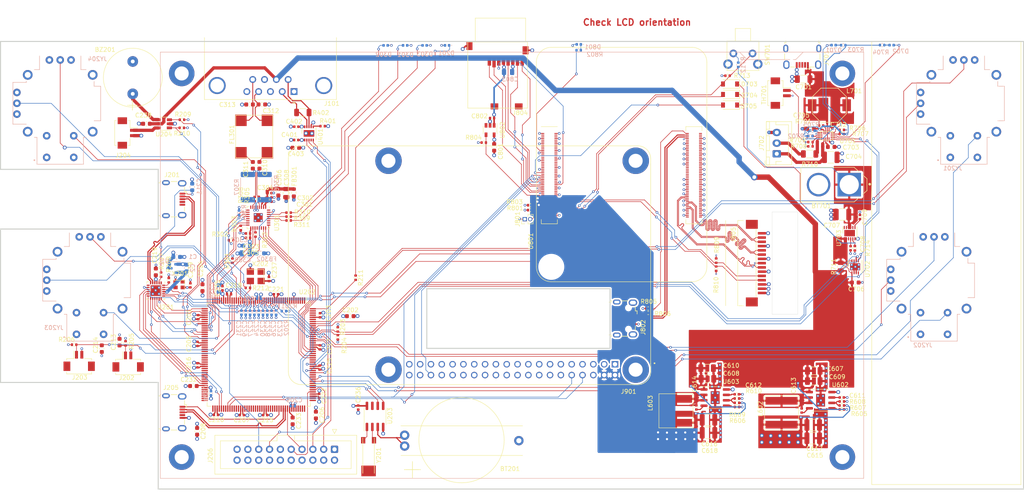
<source format=kicad_pcb>
(kicad_pcb (version 20211014) (generator pcbnew)
  (layers (0 "F.Cu" signal) (1 "In1.Cu" power "gnd") (2 "In2.Cu" power "pwr") (31 "B.Cu" signal) (34 "B.Paste" user) (35 "F.Paste" user) (36 "B.SilkS" user "B.Silkscreen") (37 "F.SilkS" user "F.Silkscreen") (38 "B.Mask" user) (39 "F.Mask" user) (44 "Edge.Cuts" user))
  (net 0 "")
  (net 1 "GND")
  (net 2 "Net-(BT201-Pad1)")
  (net 3 "Net-(BT701-Pad1)")
  (net 4 "Net-(BZ201-Pad1)")
  (net 5 "+3V3")
  (net 6 "Net-(C211-Pad2)")
  (net 7 "/micro/temp0")
  (net 8 "/micro/temp1")
  (net 9 "/micro/joy1a")
  (net 10 "/micro/joy3a")
  (net 11 "/micro/joy1b")
  (net 12 "/micro/joy3b")
  (net 13 "/micro/joy2a")
  (net 14 "/micro/joy4a")
  (net 15 "/micro/joy2b")
  (net 16 "/micro/joy4b")
  (net 17 "Net-(C232-Pad1)")
  (net 18 "Net-(C233-Pad1)")
  (net 19 "Net-(C301-Pad1)")
  (net 20 "Net-(C302-Pad1)")
  (net 21 "Net-(C303-Pad1)")
  (net 22 "Net-(C310-Pad2)")
  (net 23 "Net-(C310-Pad1)")
  (net 24 "Net-(C311-Pad2)")
  (net 25 "Net-(C311-Pad1)")
  (net 26 "+BATT")
  (net 27 "+1V8")
  (net 28 "Net-(C611-Pad1)")
  (net 29 "Net-(C612-Pad1)")
  (net 30 "Net-(C613-Pad2)")
  (net 31 "Net-(C613-Pad1)")
  (net 32 "Net-(C614-Pad2)")
  (net 33 "Net-(C614-Pad1)")
  (net 34 "+5V")
  (net 35 "Net-(C701-Pad1)")
  (net 36 "Net-(C702-Pad2)")
  (net 37 "Net-(C702-Pad1)")
  (net 38 "Net-(C703-Pad1)")
  (net 39 "Net-(C704-Pad2)")
  (net 40 "Net-(C705-Pad1)")
  (net 41 "Net-(C708-Pad1)")
  (net 42 "Net-(C709-Pad1)")
  (net 43 "Net-(C802-Pad2)")
  (net 44 "/micro/led")
  (net 45 "Net-(D701-Pad2)")
  (net 46 "Net-(D701-Pad1)")
  (net 47 "Net-(D702-Pad2)")
  (net 48 "Net-(D702-Pad1)")
  (net 49 "/battery/pwr_sw")
  (net 50 "Net-(D703-Pad1)")
  (net 51 "/battery/st_pwr_en")
  (net 52 "/pi_pwr_en")
  (net 53 "Net-(D801-Pad1)")
  (net 55 "Net-(J204-Pad1)")
  (net 57 "/micro/fs_vbus")
  (net 60 "/micro/nrst")
  (net 61 "/micro/jtdo")
  (net 63 "/micro/jtck")
  (net 64 "/micro/jtms")
  (net 65 "/micro/jtdi")
  (net 66 "/micro/jntrst")
  (net 70 "Net-(J702-Pad2)")
  (net 71 "Net-(J801-Pad2)")
  (net 73 "/RaspberryPI_CM4/usb_d+")
  (net 74 "/RaspberryPI_CM4/usb_d-")
  (net 75 "Net-(J802-Pad1)")
  (net 78 "/RaspberryPI_CM4/cd0_scl")
  (net 79 "/RaspberryPI_CM4/cd0_sda")
  (net 80 "/RaspberryPI_CM4/sd_cd")
  (net 81 "/RaspberryPI_CM4/sd_dat1")
  (net 82 "/RaspberryPI_CM4/sd_dat0")
  (net 83 "/RaspberryPI_CM4/sd_clk")
  (net 84 "/RaspberryPI_CM4/sd_cmd")
  (net 85 "/RaspberryPI_CM4/sd_dat3")
  (net 86 "/RaspberryPI_CM4/sd_dat2")
  (net 90 "/RaspberryPI_CM4/txd")
  (net 113 "/ethernet/mdio")
  (net 119 "/micro/joy1s")
  (net 120 "/micro/joy3s")
  (net 121 "/micro/joy2s")
  (net 122 "/micro/joy4s")
  (net 123 "/micro/clk_sda")
  (net 124 "/micro/clk_scl")
  (net 125 "/battery/sda")
  (net 126 "/battery/scl")
  (net 127 "Net-(R207-Pad1)")
  (net 128 "Net-(R208-Pad2)")
  (net 129 "/micro/buzzer")
  (net 130 "/micro/fan")
  (net 131 "/ethernet/crs_dv")
  (net 132 "/micro/eth_rx_d1")
  (net 133 "/micro/eth_rx_d0")
  (net 135 "Net-(R305-Pad2)")
  (net 136 "Net-(R306-Pad2)")
  (net 137 "Net-(R307-Pad2)")
  (net 138 "Net-(R308-Pad2)")
  (net 139 "Net-(R401-Pad1)")
  (net 140 "Net-(R605-Pad2)")
  (net 141 "Net-(R606-Pad2)")
  (net 142 "Net-(R607-Pad2)")
  (net 143 "Net-(R609-Pad2)")
  (net 144 "Net-(R701-Pad2)")
  (net 145 "Net-(R705-Pad1)")
  (net 146 "Net-(R706-Pad1)")
  (net 147 "Net-(R708-Pad1)")
  (net 148 "Net-(R709-Pad1)")
  (net 149 "Net-(R710-Pad2)")
  (net 150 "Net-(R712-Pad2)")
  (net 151 "Net-(R801-Pad1)")
  (net 152 "Net-(R802-Pad1)")
  (net 153 "Net-(R803-Pad1)")
  (net 154 "/RaspberryPI_CM4/sd_pwr_on")
  (net 155 "/RaspberryPI_CM4/usb_otg")
  (net 158 "/micro/d7")
  (net 159 "/micro/d6")
  (net 160 "/micro/d5")
  (net 161 "/micro/d4")
  (net 162 "/micro/clkout")
  (net 163 "/micro/d3")
  (net 164 "/micro/d2")
  (net 165 "/micro/d1")
  (net 166 "/micro/d0")
  (net 167 "/micro/nxt")
  (net 168 "/micro/dir")
  (net 169 "/micro/stp")
  (net 170 "Net-(U201-Pad23)")
  (net 171 "/ethernet/tx_en")
  (net 172 "/ethernet/pwdn_int")
  (net 175 "/battery/alcc")
  (net 177 "/micro/eth_tx_d1")
  (net 178 "/micro/eth_tx_d0")
  (net 182 "/RS485/RO")
  (net 183 "/RS485/DI")
  (net 184 "/RS485/DE")
  (net 200 "/ethernet/25MHz")
  (net 241 "/ethernet/50MHz")
  (net 242 "/ethernet/mdc")
  (net 257 "Net-(U203-Pad2)")
  (net 258 "Net-(U203-Pad1)")
  (net 324 "/RaspberryPI_CM4/Pi_nRst")
  (net 334 "Net-(U801-Pad78)")
  (net 378 "/RaspberryPI_CM4/rxd")
  (net 379 "Net-(R212-Pad1)")
  (net 380 "Net-(R312-Pad2)")
  (net 381 "/eth+")
  (net 382 "/eth-")
  (net 383 "/485b")
  (net 384 "/485a")
  (net 394 "Net-(R711-Pad2)")
  (net 395 "/RaspberryPI_CM4/i2c_scl0")
  (net 396 "/RaspberryPI_CM4/i2c_sda0")
  (net 397 "/RaspberryPI_CM4/dsi1_d1-")
  (net 398 "/RaspberryPI_CM4/dsi1_d1+")
  (net 399 "/RaspberryPI_CM4/dsi1_c-")
  (net 400 "/RaspberryPI_CM4/dsi1_c+")
  (net 401 "/RaspberryPI_CM4/dsi1_d0-")
  (net 402 "/RaspberryPI_CM4/dsi1_d0+")
  (net 403 "/micro/fs_d+")
  (net 404 "/micro/fs_d-")
  (net 405 "/micro/hs_d+")
  (net 406 "/micro/hs_d-")
  (net 408 "Net-(R309-Pad1)")
  (net 409 "Net-(R310-Pad1)")
  (net 410 "Net-(R311-Pad1)")
  (net 411 "Net-(U301-Pad29)")
  (net 412 "Net-(U301-Pad30)")
  (net 413 "Net-(U301-Pad28)")
  (net 414 "Net-(R211-Pad1)")
  (footprint "sub:AMASS_XT60-M" (layer "F.Cu") (at 195.51396 33.58642 180)
    (fp_text reference "BT701")
    (fp_text value "Battery")
  )
  (footprint "sub:CPI-1375-80T" (layer "F.Cu") (at 31.01848 8.48868 90)
    (fp_text reference "BZ201")
    (fp_text value "Buzzer")
  )
  (footprint "Capacitor_SMD:C_0402_1005Metric" (layer "F.Cu") (at 46.37786 64.67348 90)
    (fp_text reference "C201")
    (fp_text value "0.1uF")
  )
  (footprint "Capacitor_SMD:C_0603_1608Metric" (layer "F.Cu") (at 82.042 64.4398)
    (fp_text reference "C202")
    (fp_text value "4.7uF")
  )
  (footprint "Capacitor_SMD:C_0402_1005Metric" (layer "F.Cu") (at 74.95032 64.22898 90)
    (fp_text reference "C203")
    (fp_text value "0.1uF")
  )
  (footprint "Capacitor_SMD:C_0603_1608Metric" (layer "F.Cu") (at 47.371 57.7596 90)
    (fp_text reference "C204")
    (fp_text value "4.7uF")
  )
  (footprint "Capacitor_SMD:C_0402_1005Metric" (layer "F.Cu") (at 46.22038 70.94982 90)
    (fp_text reference "C205")
    (fp_text value "0.1uF")
  )
  (footprint "Capacitor_SMD:C_0603_1608Metric" (layer "F.Cu") (at 73.98766 87.64016 -90)
    (fp_text reference "C206")
    (fp_text value "4.7uF")
  )
  (footprint "Capacitor_SMD:C_0402_1005Metric" (layer "F.Cu") (at 56.59374 87.64524 180)
    (fp_text reference "C207")
    (fp_text value "0.1uF")
  )
  (footprint "Capacitor_SMD:C_0603_1608Metric" (layer "F.Cu") (at 46.12386 91.45016 -90)
    (fp_text reference "C208")
    (fp_text value "4.7uF")
  )
  (footprint "Capacitor_SMD:C_0402_1005Metric" (layer "F.Cu") (at 50.5333 87.6046 180)
    (fp_text reference "C210")
    (fp_text value "0.1uF")
  )
  (footprint "Capacitor_SMD:C_0603_1608Metric" (layer "F.Cu") (at 27.91968 70.54342 90)
    (fp_text reference "C213")
    (fp_text value "1.0uF")
  )
  (footprint "Capacitor_SMD:C_0603_1608Metric" (layer "F.Cu") (at 23.75154 72.05726 -90)
    (fp_text reference "C214")
    (fp_text value "1.0uF")
  )
  (footprint "Capacitor_SMD:C_0402_1005Metric" (layer "F.Cu") (at 62.09538 87.64524 180)
    (fp_text reference "C215")
    (fp_text value "0.1uF")
  )
  (footprint "Capacitor_SMD:C_0402_1005Metric" (layer "F.Cu") (at 46.20514 75.9714 90)
    (fp_text reference "C216")
    (fp_text value "0.1uF")
  )
  (footprint "Capacitor_SMD:C_0402_1005Metric" (layer "F.Cu") (at 53.60162 59.31408 180)
    (fp_text reference "C218")
    (fp_text value "0.1uF")
  )
  (footprint "Capacitor_SMD:C_0402_1005Metric" (layer "F.Cu") (at 64.6176 59.29884)
    (fp_text reference "C221")
    (fp_text value "0.1uF")
  )
  (footprint "Capacitor_SMD:C_0402_1005Metric" (layer "F.Cu") (at 74.7522 83.15198 -90)
    (fp_text reference "C222")
    (fp_text value "0.1uF")
  )
  (footprint "Capacitor_SMD:C_0402_1005Metric" (layer "F.Cu") (at 74.8538 76.49972 -90)
    (fp_text reference "C225")
    (fp_text value "0.1uF")
  )
  (footprint "Capacitor_SMD:C_0603_1608Metric" (layer "F.Cu") (at 45.24756 80.83042 180)
    (fp_text reference "C232")
    (fp_text value "2.2uF")
  )
  (footprint "Capacitor_SMD:C_0603_1608Metric" (layer "F.Cu") (at 68.53174 89.00922 -90)
    (fp_text reference "C233")
    (fp_text value "2.2uF")
  )
  (footprint "Capacitor_SMD:C_0402_1005Metric" (layer "F.Cu") (at 52.05984 57.88914 90)
    (fp_text reference "C235")
    (fp_text value "0.1uF")
  )
  (footprint "Capacitor_SMD:C_0402_1005Metric" (layer "F.Cu") (at 83.91398 85.87486 -90)
    (fp_text reference "C236")
    (fp_text value "0.1uF")
  )
  (footprint "Capacitor_SMD:C_0402_1005Metric" (layer "F.Cu") (at 62.9666 55.7276 90)
    (fp_text reference "C237")
    (fp_text value "0.1uF")
  )
  (footprint "Capacitor_SMD:C_0402_1005Metric" (layer "F.Cu") (at 63.0682 37.5666)
    (fp_text reference "C301")
    (fp_text value "10nF, 16V")
  )
  (footprint "Capacitor_SMD:C_0603_1608Metric" (layer "F.Cu") (at 59.19216 29.04236 -90)
    (fp_text reference "C311")
    (fp_text value "220nF,16V")
  )
  (footprint "Capacitor_SMD:C_0603_1608Metric" (layer "F.Cu") (at 61.30544 14.77264)
    (fp_text reference "C312")
    (fp_text value "100pF, 50V")
  )
  (footprint "Capacitor_SMD:C_0603_1608Metric" (layer "F.Cu") (at 58.42508 14.78534)
    (fp_text reference "C313")
    (fp_text value "100pF, 50V")
  )
  (footprint "Capacitor_SMD:C_0402_1005Metric" (layer "F.Cu") (at 69.3674 23.114 180)
    (fp_text reference "C401")
    (fp_text value "0.1uF")
  )
  (footprint "Capacitor_SMD:C_0402_1005Metric" (layer "F.Cu") (at 69.39788 19.99488 180)
    (fp_text reference "C402")
    (fp_text value "0.1uF")
  )
  (footprint "Capacitor_SMD:C_0603_1608Metric" (layer "F.Cu") (at 69.2658 24.9428 180)
    (fp_text reference "C403")
    (fp_text value "4.7uF")
  )
  (footprint "Capacitor_SMD:C_1206_3216Metric" (layer "F.Cu") (at 165.84676 79.13624)
    (fp_text reference "C608")
    (fp_text value "10uF,25V")
  )
  (footprint "Capacitor_SMD:C_1206_3216Metric" (layer "F.Cu") (at 165.76548 76.63688)
    (fp_text reference "C610")
    (fp_text value "10uF,25V")
  )
  (footprint "Capacitor_SMD:C_0402_1005Metric" (layer "F.Cu") (at 172.72 82.77098)
    (fp_text reference "C612")
    (fp_text value "0.1uF")
  )
  (footprint "Capacitor_SMD:C_0402_1005Metric" (layer "F.Cu") (at 163.23056 85.85962 90)
    (fp_text reference "C614")
    (fp_text value "0.1uF")
  )
  (footprint "Capacitor_SMD:C_1210_3225Metric" (layer "F.Cu") (at 166.08806 88.77046)
    (fp_text reference "C616")
    (fp_text value "22uF, 16V")
  )
  (footprint "Capacitor_SMD:C_1210_3225Metric" (layer "F.Cu") (at 166.0906 91.8083)
    (fp_text reference "C618")
    (fp_text value "22uF, 16V")
  )
  (footprint "Capacitor_SMD:C_1206_3216Metric" (layer "F.Cu") (at 188.4172 8.82396 180)
    (fp_text reference "C701")
    (fp_text value "10uF,25V")
  )
  (footprint "Capacitor_SMD:C_0402_1005Metric" (layer "F.Cu") (at 192.51168 19.74088)
    (fp_text reference "C702")
    (fp_text value "0.1uF")
  )
  (footprint "Capacitor_SMD:C_0603_1608Metric" (layer "F.Cu") (at 194.8688 24.7396)
    (fp_text reference "C703")
    (fp_text value "4.7uF")
  )
  (footprint "Capacitor_SMD:C_0603_1608Metric" (layer "F.Cu") (at 190.02502 20.47748 180)
    (fp_text reference "C705")
    (fp_text value "1.0uF")
  )
  (footprint "Capacitor_SMD:C_0603_1608Metric" (layer "F.Cu") (at 200.52792 56.55056)
    (fp_text reference "C706")
    (fp_text value "1.0uF")
  )
  (footprint "Capacitor_SMD:C_1210_3225Metric" (layer "F.Cu") (at 197.52564 40.59682 180)
    (fp_text reference "C707")
    (fp_text value "22uF, 16V")
  )
  (footprint "Capacitor_SMD:C_0402_1005Metric" (layer "F.Cu") (at 199.42302 48.5013 -90)
    (fp_text reference "C708")
    (fp_text value "1nF")
  )
  (footprint "Capacitor_SMD:C_0402_1005Metric" (layer "F.Cu") (at 201.60996 41.17594 90)
    (fp_text reference "C709")
    (fp_text value "6.8nF")
  )
  (footprint "Diode_SMD:D_SOD-123" (layer "F.Cu") (at 171.14774 12.42822 180)
    (fp_text reference "D704")
    (fp_text value "1N4148")
  )
  (footprint "Diode_SMD:D_SOD-123" (layer "F.Cu") (at 171.14774 14.9098 180)
    (fp_text reference "D705")
    (fp_text value "1N4148")
  )
  (footprint "Inductor_SMD:L_WE_SL5" (layer "F.Cu") (at 59.50712 22.3012 -90)
    (fp_text reference "FL301")
    (fp_text value "2.2mH")
  )
  (footprint "Connector_Hirose:Hirose_DF13C_CL535-0402-2-51_1x02-1MP_P1.25mm_Vertical" (layer "F.Cu") (at 29.82976 21.46554 -90)
    (fp_text reference "J204")
    (fp_text value "Fan")
  )
  (footprint "Connector_USB:USB_Micro-B_Wuerth_629105150521" (layer "F.Cu") (at 40.75938 87 -90)
    (fp_text reference "J205")
    (fp_text value "USB_B_Micro")
  )
  (footprint "Connector_IDC:IDC-Header_2x10_P2.54mm_Vertical" (layer "F.Cu") (at 78.35392 95.67926 -90)
    (fp_text reference "J206")
    (fp_text value "JTAG")
  )
  (footprint "Connector_USB:USB_Micro-B_Wuerth_629105150521" (layer "F.Cu") (at 188.09462 3.59664 180)
    (fp_text reference "J701")
    (fp_text value "USB_B_Micro")
  )
  (footprint "sub:NR8040" (layer "F.Cu") (at 158.46298 86.64956 -90)
    (fp_text reference "L603")
    (fp_text value "4.7uH")
  )
  (footprint "sub:CDRH8D38" (layer "F.Cu") (at 194.45478 14.95298 180)
    (fp_text reference "L701")
    (fp_text value "2.5uH, 5A")
  )
  (footprint "Resistor_SMD:R_0402_1005Metric" (layer "F.Cu") (at 79.12354 67.54876 -90)
    (fp_text reference "R203")
    (fp_text value "4.7K")
  )
  (footprint "Resistor_SMD:R_0402_1005Metric" (layer "F.Cu") (at 79.12862 69.40804 90)
    (fp_text reference "R204")
    (fp_text value "4.7K")
  )
  (footprint "Resistor_SMD:R_0402_1005Metric" (layer "F.Cu") (at 29.32938 70.8152 -90)
    (fp_text reference "R205")
    (fp_text value "10K")
  )
  (footprint "Resistor_SMD:R_0402_1005Metric" (layer "F.Cu") (at 17.26692 71.13778)
    (fp_text reference "R206")
    (fp_text value "10K")
  )
  (footprint "Resistor_SMD:R_0402_1005Metric" (layer "F.Cu") (at 42.56278 18.35658 180)
    (fp_text reference "R209")
    (fp_text value "1.0K")
  )
  (footprint "Resistor_SMD:R_0402_1005Metric" (layer "F.Cu") (at 42.52776 20.25904 180)
    (fp_text reference "R210")
    (fp_text value "1.0K")
  )
  (footprint "Resistor_SMD:R_0402_1005Metric" (layer "F.Cu") (at 83.312 55.4228 -90)
    (fp_text reference "R211")
    (fp_text value "470R")
  )
  (footprint "Resistor_SMD:R_0402_1005Metric" (layer "F.Cu") (at 54.4068 51.435 90)
    (fp_text reference "R301")
    (fp_text value "2.2K")
  )
  (footprint "Resistor_SMD:R_0402_1005Metric" (layer "F.Cu") (at 54.0766 46.609 180)
    (fp_text reference "R302")
    (fp_text value "2.2K")
  )
  (footprint "Resistor_SMD:R_0402_1005Metric" (layer "F.Cu") (at 56.35244 43.74642 90)
    (fp_text reference "R303")
    (fp_text value "2.2K")
  )
  (footprint "Resistor_SMD:R_0402_1005Metric" (layer "F.Cu") (at 60.579 36.957 -90)
    (fp_text reference "R305")
    (fp_text value "50R")
  )
  (footprint "Resistor_SMD:R_0402_1005Metric" (layer "F.Cu") (at 59.6392 36.97224 -90)
    (fp_text reference "R308")
    (fp_text value "50R")
  )
  (footprint "Resistor_SMD:R_0402_1005Metric" (layer "F.Cu") (at 67.59702 41.0845 180)
    (fp_text reference "R309")
    (fp_text value "470R")
  )
  (footprint "Resistor_SMD:R_0402_1005Metric" (layer "F.Cu") (at 67.58686 40.1574 180)
    (fp_text reference "R310")
    (fp_text value "470R")
  )
  (footprint "Resistor_SMD:R_0402_1005Metric" (layer "F.Cu") (at 67.59956 41.99382 180)
    (fp_text reference "R311")
    (fp_text value "470R")
  )
  (footprint "Resistor_SMD:R_0402_1005Metric" (layer "F.Cu") (at 75.565 19.8628)
    (fp_text reference "R401")
    (fp_text value "40K")
  )
  (footprint "Resistor_SMD:R_1206_3216Metric" (layer "F.Cu") (at 70.9168 16.6624 180)
    (fp_text reference "R402")
    (fp_text value "120R")
  )
  (footprint "Resistor_SMD:R_0402_1005Metric" (layer "F.Cu") (at 172.7708 85.74024 180)
    (fp_text reference "R606")
    (fp_text value "100K")
  )
  (footprint "Resistor_SMD:R_0402_1005Metric" (layer "F.Cu") (at 172.76318 84.7852 180)
    (fp_text reference "R609")
    (fp_text value "75K")
  )
  (footprint "Resistor_SMD:R_0402_1005Metric" (layer "F.Cu") (at 172.7454 83.7565)
    (fp_text reference "R610")
    (fp_text value "14.46K")
  )
  (footprint "Resistor_SMD:R_0402_1005Metric" (layer "F.Cu") (at 197.358 20.7518)
    (fp_text reference "R706")
    (fp_text value "SOT")
  )
  (footprint "Resistor_SMD:R_1206_3216Metric" (layer "F.Cu") (at 189.8142 26.3906)
    (fp_text reference "R710")
    (fp_text value "40R, 1206")
  )
  (footprint "Resistor_SMD:R_0805_2012Metric" (layer "F.Cu") (at 197.09384 52.82184 90)
    (fp_text reference "R711")
    (fp_text value "0.01R")
  )
  (footprint "Resistor_SMD:R_0402_1005Metric" (layer "F.Cu") (at 170.56354 8.03402 180)
    (fp_text reference "R713")
    (fp_text value "4.7K")
  )
  (footprint "Resistor_SMD:R_0402_1005Metric" (layer "F.Cu") (at 200.4187 48.50892 -90)
    (fp_text reference "R714")
    (fp_text value "100K")
  )
  (footprint "Resistor_SMD:R_0402_1005Metric" (layer "F.Cu") (at 167.894 51.4096 -90)
    (fp_text reference "R809")
    (fp_text value "1.8K")
  )
  (footprint "Resistor_SMD:R_0402_1005Metric" (layer "F.Cu") (at 167.88638 53.29936 90)
    (fp_text reference "R810")
    (fp_text value "1.8K")
  )
  (footprint "sub:evqpf" (layer "F.Cu") (at 174.17034 4.05638 180)
    (fp_text reference "SW701")
    (fp_text value "Power")
  )
  (footprint "Package_QFP:LQFP-176_24x24mm_P0.5mm" (layer "F.Cu") (at 60.57392 73.45934 -90)
    (fp_text reference "U202")
    (fp_text value "STM32F217IETx")
  )
  (footprint "Package_TO_SOT_SMD:TSOT-23-6" (layer "F.Cu") (at 38.31082 19.31162 180)
    (fp_text reference "U204")
    (fp_text value "MP6513")
  )
  (footprint "Package_DFN_QFN:TQFN-32-1EP_5x5mm_P0.5mm_EP2.1x2.1mm" (layer "F.Cu") (at 60.452 41.32072 -90)
    (fp_text reference "U301")
    (fp_text value "DP83TD510E")
  )
  (footprint "Package_DFN_QFN:DFN-10-1EP_3x3mm_P0.5mm_EP1.55x2.48mm" (layer "F.Cu") (at 72.36462 21.566379 90)
    (fp_text reference "U401")
    (fp_text value "MAX22500E")
  )
  (footprint "sub:SOP-EP-8_3.9x4.9mm_P1.27mm" (layer "F.Cu") (at 167.65524 83.54822)
    (fp_text reference "U603")
    (fp_text value "RT7263A")
  )
  (footprint "sub:QFN-18" (layer "F.Cu") (at 193.78864 22.13356 -90)
    (fp_text reference "U701")
    (fp_text value "MP2672A")
  )
  (footprint "Package_DFN_QFN:DFN-8-1EP_3x3mm_P0.5mm_EP1.66x2.38mm" (layer "F.Cu") (at 200.4949 52.8574 90)
    (fp_text reference "U702")
    (fp_text value "LTC2943")
  )
  (footprint "sub:DFN3x3-12L" (layer "F.Cu") (at 199.20204 44.96054 90)
    (fp_text reference "U703")
    (fp_text value "AOZ13984DI-02")
  )
  (footprint "sub:ASFL1" (layer "F.Cu") (at 59.87796 55.08752 180)
    (fp_text reference "X202")
    (fp_text value "25MHz")
  )
  (footprint "Connector_Hirose:Hirose_DF13C_CL535-0402-2-51_1x02-1MP_P1.25mm_Vertical" (layer "F.Cu") (at 183.02986 12.10564 -90)
    (fp_text reference "TH701")
    (fp_text value "103AT")
  )
  (footprint "Resistor_SMD:R_0402_1005Metric" (layer "F.Cu") (at 190.01232 23.59152)
    (fp_text reference "R709")
    (fp_text value "3.63K")
  )
  (footprint "Resistor_SMD:R_0402_1005Metric" (layer "F.Cu") (at 189.99454 22.17928)
    (fp_text reference "R701")
    (fp_text value "28.7K")
  )
  (footprint "Resistor_SMD:R_0402_1005Metric" (layer "F.Cu") (at 190.01232 24.5999 180)
    (fp_text reference "R708")
    (fp_text value "12.62K")
  )
  (footprint "Diode_SMD:D_SOD-123" (layer "F.Cu") (at 171.14266 9.97712 180)
    (fp_text reference "D703")
    (fp_text value "1N4148")
  )
  (footprint "Resistor_SMD:R_0402_1005Metric" (layer "F.Cu") (at 197.36054 21.7297)
    (fp_text reference "R707")
    (fp_text value "NIP")
  )
  (footprint "Capacitor_SMD:C_0603_1608Metric" (layer "F.Cu") (at 34.24174 19.30654 180)
    (fp_text reference "C238")
    (fp_text value "1.0uF")
  )
  (footprint "sub:BH-49C-1-BK" (layer "F.Cu") (at 108.204 93.64726 180)
    (fp_text reference "BT201")
    (fp_text value "Battery_Cell")
  )
  (footprint "Capacitor_SMD:C_0402_1005Metric" (layer "F.Cu") (at 74.9173 71.76262 -90)
    (fp_text reference "C217")
    (fp_text value "0.1uF")
  )
  (footprint "Capacitor_SMD:C_0805_2012Metric" (layer "F.Cu") (at 67.0306 35.56 -90)
    (fp_text reference "C308")
    (fp_text value "10uF")
  )
  (footprint "Capacitor_SMD:C_0402_1005Metric" (layer "F.Cu") (at 63.0682 36.6014)
    (fp_text reference "C302")
    (fp_text value "10nF, 16V")
  )
  (footprint "Capacitor_SMD:C_0603_1608Metric" (layer "F.Cu") (at 65.1764 35.3314 -90)
    (fp_text reference "C306")
    (fp_text value "4.7uF")
  )
  (footprint "Capacitor_SMD:C_0402_1005Metric" (layer "F.Cu") (at 63.0682 35.56)
    (fp_text reference "C304")
    (fp_text value "0.1uF")
  )
  (footprint "Resistor_SMD:R_0402_1005Metric" (layer "F.Cu") (at 58.02884 57.80278 180)
    (fp_text reference "R212")
    (fp_text value "50R")
  )
  (footprint "Resistor_SMD:R_0402_1005Metric" (layer "F.Cu") (at 59.80684 45.29328 90)
    (fp_text reference "R312")
    (fp_text value "50R")
  )
  (footprint "Resistor_SMD:R_0603_1608Metric" (layer "F.Cu") (at 68.8086 35.4584 90)
    (fp_text reference "FB301")
    (fp_text value "FB")
  )
  (footprint "Connector_Dsub:DSUB-9_Male_Horizontal_P2.77x2.84mm_EdgePinOffset9.90mm_Housed_MountingHolesOffset11.32mm" (layer "F.Cu") (at 68.86194 11.75766 180)
    (fp_text reference "J101")
    (fp_text value "DB9_Male_MountingHoles")
  )
  (footprint "sub:2SLiPo" (layer "F.Cu") (at 204.3938 -0.05588)
    (fp_text reference "BT601" hide)
    (fp_text value "2SLiPo")
  )
  (footprint "Capacitor_SMD:C_0603_1608Metric" (layer "F.Cu") (at 115.80622 24.83104 90)
    (fp_text reference "C801")
    (fp_text value "1.0uF")
  )
  (footprint "Capacitor_SMD:C_0402_1005Metric" (layer "F.Cu") (at 115.316 17.97558)
    (fp_text reference "C802")
    (fp_text value "0.1uF")
  )
  (footprint "Connector_PinHeader_1.27mm:PinHeader_1x02_P1.27mm_Vertical" (layer "F.Cu") (at 122.9868 41.6814 90)
    (fp_text reference "J801")
    (fp_text value "nRPIBoot")
  )
  (footprint "sub:MEM2061" (layer "F.Cu") (at 114.681 5.66928 180)
    (fp_text reference "J804")
    (fp_text value "Micro_SD_Card_Det")
  )
  (footprint "Connector_USB:USB_Micro-B_Wuerth_629105150521" (layer "F.Cu") (at 146.51736 65 -90)
    (fp_text reference "J802")
    (fp_text value "USB_B_Micro")
  )
  (footprint "sub:Molex_200528-0150_1x15-1MP_P1.00mm_Horizontal" (layer "F.Cu") (at 177.25898 52 -90)
    (fp_text reference "J805")
    (fp_text value "Disp0")
  )
  (footprint "Resistor_SMD:R_0402_1005Metric" (layer "F.Cu") (at 151.95296 63.69304 180)
    (fp_text reference "R806")
    (fp_text value "2.2K")
  )
  (footprint "Resistor_SMD:R_0402_1005Metric" (layer "F.Cu") (at 151.94026 62.64402 180)
    (fp_text reference "R805")
    (fp_text value "2.2K")
  )
  (footprint "Resistor_SMD:R_0402_1005Metric" (layer "F.Cu") (at 124.26442 38.41496 180)
    (fp_text reference "R803")
    (fp_text value "DNP")
  )
  (footprint "Resistor_SMD:R_0402_1005Metric" (layer "F.Cu") (at 124.25172 39.56304 180)
    (fp_text reference "R801")
    (fp_text value "DNP")
  )
  (footprint "Resistor_SMD:R_0402_1005Metric" (layer "F.Cu") (at 113.37036 23.71852 180)
    (fp_text reference "R804")
    (fp_text value "1.8K")
  )
  (footprint "Package_TO_SOT_SMD:SOT-23-5" (layer "F.Cu") (at 114.8461 20.77974 -90)
    (fp_text reference "U802")
    (fp_text value "AP22814AW5")
  )
  (footprint "Module:MODULE_RASPBERRY_PI_3_MODEL_B+" (layer "F.Cu") (at 110.02514 52.48874 180)
    (fp_text reference "J901")
    (fp_text value "Raspberry_Pi_2_3")
  )
  (footprint "Package_SO:SOIC-8_3.9x4.9mm_P1.27mm" (layer "F.Cu") (at 87.86368 87.95766 90)
    (fp_text reference "U203")
    (fp_text value "DS1338")
  )
  (footprint "sub:CMJ206T" (layer "F.Cu") (at 86.3473 97.14992 90)
    (fp_text reference "Y201")
    (fp_text value "Crystal_Small")
  )
  (footprint "Connector_USB:USB_Micro-B_Wuerth_629105150521" (layer "F.Cu") (at 40.75938 37 -90)
    (fp_text reference "J201")
    (fp_text value "USB_B_Micro")
  )
  (footprint "Capacitor_SMD:C_0402_1005Metric" (layer "F.Cu") (at 58.06948 46.0756 180)
    (fp_text reference "C305")
    (fp_text value "0.1uF")
  )
  (footprint "Capacitor_SMD:C_0402_1005Metric" (layer "F.Cu") (at 58.0644 45.03674 180)
    (fp_text reference "C303")
    (fp_text value "10nF, 16V")
  )
  (footprint "Capacitor_SMD:C_0603_1608Metric" (layer "F.Cu") (at 60.74156 29.03728 -90)
    (fp_text reference "C310")
    (fp_text value "220nF,16V")
  )
  (footprint "Capacitor_SMD:C_0603_1608Metric" (layer "F.Cu") (at 36.43376 54.0512 90)
    (fp_text reference "C219")
    (fp_text value "2.2uF")
  )
  (footprint "Capacitor_SMD:C_0402_1005Metric" (layer "F.Cu") (at 44.5389 57.21604 90)
    (fp_text reference "C239")
    (fp_text value "0.1uF")
  )
  (footprint "sub:QFN-24-1EP_4x4mm_P0.5mm_EP2.6x2.6mm" (layer "F.Cu") (at 36.44646 58.45048 -90)
    (fp_text reference "U201")
    (fp_text value "USB3318")
  )
  (footprint "Resistor_SMD:R_0402_1005Metric" (layer "F.Cu") (at 37.65296 54.70398 90)
    (fp_text reference "R207")
    (fp_text value "10K")
  )
  (footprint "Resistor_SMD:R_0402_1005Metric" (layer "F.Cu") (at 39.4716 56.00954 -90)
    (fp_text reference "R208")
    (fp_text value "8.06K, 1%")
  )
  (footprint "sub:831056290" (layer "F.Cu") (at 41.90492 57.03062 180)
    (fp_text reference "X201")
    (fp_text value "13MHz")
  )
  (footprint "Connector_Hirose:Hirose_DF13C_CL535-0402-2-51_1x02-1MP_P1.25mm_Vertical" (layer "F.Cu") (at 29.93898 75.10018)
    (fp_text reference "J202")
    (fp_text value "PTC thermistor")
  )
  (footprint "Connector_Hirose:Hirose_DF13C_CL535-0402-2-51_1x02-1MP_P1.25mm_Vertical" (layer "F.Cu") (at 18.44548 74.94524)
    (fp_text reference "J203")
    (fp_text value "PTC thermistor")
  )
  (footprint "Module:CM4" (layer "F.Cu") (at 145.70964 31.37408)
    (fp_text reference "U801")
    (fp_text value "Compute_Module_4_Connectors")
  )
  (footprint "Connector_JST:JST_XH_B3B-XH-AM_1x03_P2.50mm_Vertical" (layer "F.Cu") (at 182.101 26.3506 90)
    (fp_text reference "J702")
    (fp_text value "Battery charge")
  )
  (footprint "Capacitor_SMD:C_1210_3225Metric" (layer "F.Cu") (at 194.7672 27.178 180)
    (fp_text reference "C704")
    (fp_text value "22uF, 16V")
  )
  (footprint "Capacitor_SMD:C_0402_1005Metric" (layer "F.Cu") (at 187.95238 86.58352 90)
    (fp_text reference "C613")
    (fp_text value "0.1uF")
  )
  (footprint "Capacitor_SMD:C_1206_3216Metric" (layer "F.Cu") (at 190.78448 79.6671)
    (fp_text reference "C609")
    (fp_text value "10uF,25V")
  )
  (footprint "Capacitor_SMD:C_1210_3225Metric" (layer "F.Cu") (at 190.65494 93.0783)
    (fp_text reference "C615")
    (fp_text value "22uF, 16V")
  )
  (footprint "Capacitor_SMD:C_1206_3216Metric" (layer "F.Cu") (at 190.78956 77.27188)
    (fp_text reference "C607")
    (fp_text value "10uF,25V")
  )
  (footprint "Capacitor_SMD:C_0402_1005Metric" (layer "F.Cu") (at 197.35546 83.51774)
    (fp_text reference "C611")
    (fp_text value "0.1uF")
  )
  (footprint "Capacitor_SMD:C_1210_3225Metric" (layer "F.Cu") (at 190.65494 89.97188)
    (fp_text reference "C617")
    (fp_text value "22uF, 16V")
  )
  (footprint "sub:NR8040" (layer "F.Cu") (at 183.23306 87.09406 -90)
    (fp_text reference "L602")
    (fp_text value "3.6uH")
  )
  (footprint "Resistor_SMD:R_0402_1005Metric" (layer "F.Cu") (at 197.37578 86.31936 180)
    (fp_text reference "R605")
    (fp_text value "100K")
  )
  (footprint "Resistor_SMD:R_0402_1005Metric" (layer "F.Cu") (at 197.36562 85.39734 180)
    (fp_text reference "R607")
    (fp_text value "75K")
  )
  (footprint "Resistor_SMD:R_0402_1005Metric" (layer "F.Cu") (at 197.37578 84.45246)
    (fp_text reference "R608")
    (fp_text value "24.32K")
  )
  (footprint "sub:SOP-EP-8_3.9x4.9mm_P1.27mm" (layer "F.Cu") (at 192.3923 84.15782)
    (fp_text reference "U602")
    (fp_text value "RT7263A")
  )
  (footprint "Capacitor_SMD:C_0603_1608Metric" (layer "B.Cu") (at 44.96816 34.1249 -90)
    (fp_text reference "C211")
    (fp_text value "2.2uF")
  )
  (footprint "Capacitor_SMD:C_0402_1005Metric" (layer "B.Cu") (at 49.36744 82.51952 -90)
    (fp_text reference "C220")
    (fp_text value "0.1uF")
  )
  (footprint "Capacitor_SMD:C_0402_1005Metric" (layer "B.Cu") (at 63.58128 63.6397 90)
    (fp_text reference "C223")
    (fp_text value "SOT")
  )
  (footprint "Capacitor_SMD:C_0402_1005Metric" (layer "B.Cu") (at 59.55284 63.6397 -90)
    (fp_text reference "C224")
    (fp_text value "SOT")
  )
  (footprint "Capacitor_SMD:C_0402_1005Metric" (layer "B.Cu") (at 62.57798 63.6397 90)
    (fp_text reference "C226")
    (fp_text value "SOT")
  )
  (footprint "Capacitor_SMD:C_0402_1005Metric" (layer "B.Cu") (at 58.54192 63.6397 -90)
    (fp_text reference "C227")
    (fp_text value "SOT")
  )
  (footprint "Capacitor_SMD:C_0402_1005Metric" (layer "B.Cu") (at 61.57722 63.6397 90)
    (fp_text reference "C228")
    (fp_text value "SOT")
  )
  (footprint "Capacitor_SMD:C_0402_1005Metric" (layer "B.Cu") (at 57.52846 63.62954 -90)
    (fp_text reference "C229")
    (fp_text value "SOT")
  )
  (footprint "Capacitor_SMD:C_0402_1005Metric" (layer "B.Cu") (at 60.5663 63.63462 90)
    (fp_text reference "C230")
    (fp_text value "SOT")
  )
  (footprint "Capacitor_SMD:C_0402_1005Metric" (layer "B.Cu") (at 56.51246 63.62192 -90)
    (fp_text reference "C231")
    (fp_text value "SOT")
  )
  (footprint "Capacitor_SMD:C_0603_1608Metric" (layer "B.Cu") (at 51.18862 57.96534 90)
    (fp_text reference "C234")
    (fp_text value "1.0uF")
  )
  (footprint "Capacitor_SMD:C_0603_1608Metric" (layer "B.Cu") (at 57.7342 47.9044 180)
    (fp_text reference "C307")
    (fp_text value "4.7uF")
  )
  (footprint "Capacitor_SMD:C_0805_2012Metric" (layer "B.Cu") (at 57.531 49.7078 180)
    (fp_text reference "C309")
    (fp_text value "10uF")
  )
  (footprint "LED_SMD:LED_0402_1005Metric" (layer "B.Cu") (at 104.7496 0.9144 180)
    (fp_text reference "D201")
    (fp_text value "LED")
  )
  (footprint "LED_SMD:LED_0402_1005Metric" (layer "B.Cu") (at 94.9198 0.9144 180)
    (fp_text reference "D301")
    (fp_text value "LED")
  )
  (footprint "LED_SMD:LED_0402_1005Metric" (layer "B.Cu") (at 90.3478 0.9144 180)
    (fp_text reference "D302")
    (fp_text value "LED")
  )
  (footprint "LED_SMD:LED_0402_1005Metric" (layer "B.Cu") (at 99.4918 0.9144 180)
    (fp_text reference "D303")
    (fp_text value "LED")
  )
  (footprint "LED_SMD:LED_0402_1005Metric" (layer "B.Cu") (at 195.44538 0.86106)
    (fp_text reference "D701")
    (fp_text value "LED")
  )
  (footprint "LED_SMD:LED_0402_1005Metric" (layer "B.Cu") (at 209.04708 0.85852 180)
    (fp_text reference "D702")
    (fp_text value "LED")
  )
  (footprint "Resistor_SMD:R_0603_1608Metric" (layer "B.Cu") (at 60.96 49.7078 180)
    (fp_text reference "FB302")
    (fp_text value "FB")
  )
  (footprint "sub:XDCR_COM-09032" (layer "B.Cu") (at 219 56)
    (fp_text reference "JY202")
    (fp_text value "joystick")
  )
  (footprint "sub:XDCR_COM-09032" (layer "B.Cu") (at 21 56)
    (fp_text reference "JY203")
    (fp_text value "joystick")
  )
  (footprint "Resistor_SMD:R_0402_1005Metric" (layer "B.Cu") (at 66.4845 63.25362 180)
    (fp_text reference "R201")
    (fp_text value "4.7K")
  )
  (footprint "Resistor_SMD:R_0402_1005Metric" (layer "B.Cu") (at 64.65316 63.60668 90)
    (fp_text reference "R202")
    (fp_text value "4.7K")
  )
  (footprint "Resistor_SMD:R_0402_1005Metric" (layer "B.Cu") (at 55.9562 40.1828 90)
    (fp_text reference "R304")
    (fp_text value "2.2K")
  )
  (footprint "Resistor_SMD:R_2512_6332Metric" (layer "B.Cu") (at 61.95822 34.16808 -90)
    (fp_text reference "R306")
    (fp_text value "2K")
  )
  (footprint "Resistor_SMD:R_2512_6332Metric" (layer "B.Cu") (at 58.03392 34.16808 -90)
    (fp_text reference "R307")
    (fp_text value "2K")
  )
  (footprint "Resistor_SMD:R_0402_1005Metric" (layer "B.Cu") (at 197.70598 0.8763)
    (fp_text reference "R703")
    (fp_text value "2.2K")
  )
  (footprint "Resistor_SMD:R_0402_1005Metric" (layer "B.Cu") (at 206.82458 0.84328 180)
    (fp_text reference "R704")
    (fp_text value "2.2K")
  )
  (footprint "Resistor_SMD:R_0402_1005Metric" (layer "B.Cu") (at 190.46444 20.9296 180)
    (fp_text reference "R705")
    (fp_text value "24K")
  )
  (footprint "Resistor_SMD:R_0402_1005Metric" (layer "B.Cu") (at 173.0756 5.46608 90)
    (fp_text reference "R712")
    (fp_text value "4.7K")
  )
  (footprint "sub:XDCR_COM-09032" (layer "B.Cu") (at 14 14.5)
    (fp_text reference "JY204")
    (fp_text value "joystick")
  )
  (footprint "sub:XDCR_COM-09032" (layer "B.Cu") (at 226 14.5)
    (fp_text reference "JY201")
    (fp_text value "joystick")
  )
  (footprint "Capacitor_SMD:C_0402_1005Metric" (layer "B.Cu") (at 60.60688 60.36056)
    (fp_text reference "C212")
    (fp_text value "0.1uF")
  )
  (footprint "Capacitor_SMD:C_0402_1005Metric" (layer "B.Cu") (at 68.54952 85.54212 180)
    (fp_text reference "C209")
    (fp_text value "0.1uF")
  )
  (footprint "Capacitor_SMD:C_0805_2012Metric" (layer "B.Cu") (at 119.06758 7.16026 180)
    (fp_text reference "C803")
    (fp_text value "10uF")
  )
  (footprint "LED_SMD:LED_0402_1005Metric" (layer "B.Cu") (at 135.661919 0.68556 180)
    (fp_text reference "D801")
    (fp_text value "LED")
  )
  (footprint "Resistor_SMD:R_0402_1005Metric" (layer "B.Cu") (at 135.635 2.05486)
    (fp_text reference "R802")
    (fp_text value "1.0K")
  )
  (footprint "sub:LCD7" (layer "B.Cu") (at 120 52.5 180)
    (fp_text reference "LCD201" hide)
    (fp_text value "LCD7")
  )
  (footprint "Resistor_SMD:R_0402_1005Metric" (layer "B.Cu") (at 189.99708 22.18436 180)
    (fp_text reference "R702")
    (fp_text value "10K")
  )
  (footprint "Capacitor_SMD:C_0603_1608Metric" (layer "B.Cu") (at 43.6626 53.1368 90)
    (fp_text reference "C2")
    (fp_text value "2.2uF")
  )
  (footprint "Package_TO_SOT_SMD:SOT-23" (layer "B.Cu") (at 40.5638 53.213 180)
    (fp_text reference "U1")
    (fp_text value "MCP1700-1802E_SOT23")
  )
  (footprint "Capacitor_SMD:C_0603_1608Metric" (layer "B.Cu") (at 41.3258 50.546)
    (fp_text reference "C1")
    (fp_text value "2.2uF")
  )
  (gr_line (start 0 0) (end 0 30) (layer "Edge.Cuts") (width 0.25))
  (gr_line (start 240 0) (end 240 105) (layer "Edge.Cuts") (width 0.25))
  (gr_line locked (start 181 64) (end 181 40) (layer "Edge.Cuts") (width 0.05))
  (gr_line (start 143 72) (end 100 72) (layer "Edge.Cuts") (width 0.25))
  (gr_line (start 37 105) (end 240 105) (layer "Edge.Cuts") (width 0.25))
  (gr_line locked (start 187 64) (end 181 64) (layer "Edge.Cuts") (width 0.05))
  (gr_line (start 100 58) (end 143 58) (layer "Edge.Cuts") (width 0.25))
  (gr_line locked (start 187 40) (end 187 64) (layer "Edge.Cuts") (width 0.05))
  (gr_line (start 0 30) (end 37 30) (layer "Edge.Cuts") (width 0.25))
  (gr_line (start 37 44) (end 0 44) (layer "Edge.Cuts") (width 0.25))
  (gr_line (start 0 0) (end 240 0) (layer "Edge.Cuts") (width 0.25))
  (gr_line (start 0 44) (end 0 80) (layer "Edge.Cuts") (width 0.25))
  (gr_line (start 37 30) (end 37 44) (layer "Edge.Cuts") (width 0.25))
  (gr_line (start 143 58) (end 143 72) (layer "Edge.Cuts") (width 0.25))
  (gr_line (start 0 80) (end 37 80) (layer "Edge.Cuts") (width 0.25))
  (gr_line locked (start 181 40) (end 187 40) (layer "Edge.Cuts") (width 0.05))
  (gr_line (start 100 72) (end 100 58) (layer "Edge.Cuts") (width 0.25))
  (gr_line (start 37 80) (end 37 105) (layer "Edge.Cuts") (width 0.25))
  (gr_text "Check LCD orientation" (at 149.3266 -4.4958) (layer "F.Cu") (effects (font (size 1.5 1.5) (thickness 0.3))))
  (segment (start 148.36354 66.29908) (end 149.5933 66.29908) (width 0.254) (layer "F.Cu") (net 1))
  (segment (start 160.37828 25.17408) (end 160.3756 25.1714) (width 0.1778) (layer "F.Cu") (net 1))
  (segment (start 126.5202 34.37408) (end 126.5273 34.37408) (width 0.127) (layer "F.Cu") (net 1))
  (segment (start 130.28964 40.77408) (end 131.0787 40.77408) (width 0.127) (layer "F.Cu") (net 1))
  (segment (start 127.20964 35.57408) (end 126.53126 35.57408) (width 0.127) (layer "F.Cu") (net 1))
  (segment (start 57.58948 46.0756) (end 56.769 46.0756) (width 0.381) (layer "F.Cu") (net 1))
  (segment (start 23.75154 72.83226) (end 23.75154 73.74128) (width 0.127) (layer "F.Cu") (net 1))
  (segment (start 63.5482 35.56) (end 64.0588 35.56) (width 0.381) (layer "F.Cu") (net 1))
  (segment (start 200.2449 54.2574) (end 200.2449 53.1074) (width 0.254) (layer "F.Cu") (net 1))
  (segment (start 39.4716 55.49954) (end 39.4716 54.71414) (width 0.381) (layer "F.Cu") (net 1))
  (segment (start 194.8688 41.6052) (end 195.707 41.6052) (width 0.762) (layer "F.Cu") (net 1))
  (segment (start 194.691 23.6982) (end 194.4878 23.495) (width 0.381) (layer "F.Cu") (net 1))
  (segment (start 75.7301 72.28066) (end 75.7301 72.36968) (width 0.254) (layer "F.Cu") (net 1))
  (segment (start 160.30028 39.57408) (end 160.2994 39.5732) (width 0.1778) (layer "F.Cu") (net 1))
  (segment (start 165.07728 25.17408) (end 165.1 25.1968) (width 0.1778) (layer "F.Cu") (net 1))
  (segment (start 114.836 19.66964) (end 114.8461 19.67974) (width 0.381) (layer "F.Cu") (net 1))
  (segment (start 68.28028 19.99488) (end 68.2498 19.9644) (width 0.381) (layer "F.Cu") (net 1))
  (segment (start 180.1626 54) (end 180.1876 53.975) (width 0.381) (layer "F.Cu") (net 1))
  (segment (start 63.5482 37.5666) (end 64.135 37.5666) (width 0.381) (layer "F.Cu") (net 1))
  (segment (start 109.13116 1.06928) (end 108.42752 1.77292) (width 0.381) (layer "F.Cu") (net 1))
  (segment (start 126.33452 27.86888) (end 126.40818 27.86888) (width 0.127) (layer "F.Cu") (net 1))
  (segment (start 126.53126 35.57408) (end 126.53126 35.59926) (width 0.127) (layer "F.Cu") (net 1))
  (segment (start 126.54742 29.97408) (end 126.4569 29.97408) (width 0.127) (layer "F.Cu") (net 1))
  (segment (start 72.86462 19.56598) (end 73.3806 19.05) (width 0.254) (layer "F.Cu") (net 1))
  (segment (start 200.7449 54.2574) (end 200.7449 53.1074) (width 0.254) (layer "F.Cu") (net 1))
  (segment (start 164.20964 26.37408) (end 165.03268 26.37408) (width 0.1778) (layer "F.Cu") (net 1))
  (segment (start 53.32392 60.78434) (end 53.32392 59.51638) (width 0.254) (layer "F.Cu") (net 1))
  (segment (start 126.42342 26.15438) (end 126.35484 26.15438) (width 0.127) (layer "F.Cu") (net 1))
  (segment (start 130.28964 21.57408) (end 131.06468 21.57408) (width 0.127) (layer "F.Cu") (net 1))
  (segment (start 160.30648 40.77408) (end 160.2994 40.767) (width 0.1778) (layer "F.Cu") (net 1))
  (segment (start 47.89892 75.70934) (end 46.84986 75.70934) (width 0.254) (layer "F.Cu") (net 1))
  (segment (start 50.13826 87.26304) (end 50.13826 87.346943) (width 0.254) (layer "F.Cu") (net 1))
  (segment (start 131.04286 29.56052) (end 131.0767 29.56052) (width 0.127) (layer "F.Cu") (net 1))
  (segment (start 75.0723 63.627) (end 75.7301 63.627) (width 0.254) (layer "F.Cu") (net 1))
  (segment (start 192.33864 21.73356) (end 191.43096 21.73356) (width 0.1778) (layer "F.Cu") (net 1))
  (segment (start 151.43026 62.64402) (end 150.70582 62.64402) (width 0.127) (layer "F.Cu") (net 1))
  (segment (start 60.82392 60.78434) (end 60.82392 59.76766) (width 0.254) (layer "F.Cu") (net 1))
  (segment (start 165.04772 34.77408) (end 165.0492 34.7726) (width 0.1778) (layer "F.Cu") (net 1))
  (segment (start 65.81902 59.29884) (end 65.90284 59.29884) (width 0.254) (layer "F.Cu") (net 1))
  (segment (start 161.12964 23.97408) (end 160.37912 23.97408) (width 0.1778) (layer "F.Cu") (net 1))
  (segment (start 165.05748 31.17408) (end 165.0746 31.1912) (width 0.1778) (layer "F.Cu") (net 1))
  (segment (start 164.20964 23.97408) (end 165.05272 23.97408) (width 0.1778) (layer "F.Cu") (net 1))
  (segment (start 76.075 19.8628) (end 76.8604 19.8628) (width 0.381) (layer "F.Cu") (net 1))
  (segment (start 122.9868 41.6814) (end 121.8438 41.6814) (width 0.127) (layer "F.Cu") (net 1))
  (segment (start 195.0173 82.25282) (end 196.52488 82.25282) (width 0.381) (layer "F.Cu") (net 1))
  (segment (start 47.371 56.9846) (end 47.371 55.9562) (width 0.381) (layer "F.Cu") (net 1))
  (segment (start 160.48872 37.17408) (end 160.2486 37.4142) (width 0.1778) (layer "F.Cu") (net 1))
  (segment (start 127.20964 29.97408) (end 126.54742 29.97408) (width 0.127) (layer "F.Cu") (net 1))
  (segment (start 164.91512 40.77408) (end 165.0238 40.6654) (width 0.1778) (layer "F.Cu") (net 1))
  (segment (start 201.60996 40.69594) (end 201.60996 40.02532) (width 0.1778) (layer "F.Cu") (net 1))
  (segment (start 200.2449 53.1074) (end 200.4949 52.8574) (width 0.254) (layer "F.Cu") (net 1))
  (segment (start 197.4342 28.0416) (end 196.469 28.0416) (width 0.381) (layer "F.Cu") (net 1))
  (segment (start 201.30292 56.55056) (end 202.14844 56.55056) (width 0.254) (layer "F.Cu") (net 1))
  (segment (start 64.0588 35.56) (end 64.0842 35.5346) (width 0.381) (layer "F.Cu") (net 1))
  (segment (start 126.47676 23.99538) (end 126.40564 23.99538) (width 0.127) (layer "F.Cu") (net 1))
  (segment (start 120.181 4.46928) (end 120.181 5.91222) (width 0.381) (layer "F.Cu") (net 1))
  (segment (start 195.1228 23.6982) (end 194.691 23.6982) (width 0.381) (layer "F.Cu") (net 1))
  (segment (start 200.2449 51.4574) (end 200.2449 52.6074) (width 0.254) (layer "F.Cu") (net 1))
  (segment (start 198.61276 83.51774) (end 198.62038 83.52536) (width 0.254) (layer "F.Cu") (net 1))
  (segment (start 173.2 82.77098) (end 174.05604 82.77098) (width 0.381) (layer "F.Cu") (net 1))
  (segment (start 126.69068 31.97408) (end 126.63217 32.03259) (width 0.127) (layer "F.Cu") (net 1))
  (segment (start 165.05332 28.77408) (end 165.0746 28.7528) (width 0.1778) (layer "F.Cu") (net 1))
  (segment (start 123.171 2.06928) (end 124.73768 2.06928) (width 0.381) (layer "F.Cu") (net 1))
  (segment (start 47.89892 64.20934) (end 46.39372 64.20934) (width 0.254) (layer "F.Cu") (net 1))
  (segment (start 170.05354 8.03402) (end 169.23258 8.03402) (width 0.1778) (layer "F.Cu") (net 1))
  (segment (start 60.82392 59.76766) (end 61.03366 59.55792) (width 0.127) (layer "F.Cu") (net 1))
  (segment (start 199.42302 48.9813) (end 199.42302 49.7586) (width 0.1778) (layer "F.Cu") (net 1))
  (segment (start 68.06946 84.86902) (end 68.06946 84.86394) (width 0.254) (layer "F.Cu") (net 1))
  (segment (start 73.24892 83.20934) (end 74.51752 83.20934) (width 0.254) (layer "F.Cu") (net 1))
  (segment (start 62.98184 14.77264) (end 62.992 14.7828) (width 0.381) (layer "F.Cu") (net 1))
  (segment (start 200.2449 52.6074) (end 200.4949 52.8574) (width 0.254) (layer "F.Cu") (net 1))
  (segment (start 178.60898 54) (end 180.1626 54) (width 0.381) (layer "F.Cu") (net 1))
  (segment (start 46.49978 75.35926) (end 45.4025 75.35926) (width 0.254) (layer "F.Cu") (net 1))
  (segment (start 180.0158 48) (end 180.0352 47.9806) (width 0.381) (layer "F.Cu") (net 1))
  (segment (start 126.60372 25.97408) (end 126.42342 26.15438) (width 0.127) (layer "F.Cu") (net 1))
  (segment (start 164.20964 33.57408) (end 165.04448 33.57408) (width 0.1778) (layer "F.Cu") (net 1))
  (segment (start 161.12964 33.57408) (end 161.15828 33.57408) (width 0.1778) (layer "F.Cu") (net 1))
  (segment (start 126.01168 34.37408) (end 125.93828 34.44748) (width 0.127) (layer "F.Cu") (net 1))
  (segment (start 195.961 39.6494) (end 196.0118 39.5986) (width 0.762) (layer "F.Cu") (net 1))
  (segment (start 160.2994 22.9108) (end 160.2994 22.9362) (width 0.127) (layer "F.Cu") (net 1))
  (segment (start 131.0293 29.57408) (end 131.04286 29.56052) (width 0.127) (layer "F.Cu") (net 1))
  (segment (start 65.1764 36.9316) (end 65.2018 36.957) (width 0.762) (layer "F.Cu") (net 1))
  (segment (start 56.35244 44.71416) (end 56.1594 44.9072) (width 0.381) (layer "F.Cu") (net 1))
  (segment (start 58.60796 53.98752) (end 58.60796 52.51196) (width 0.381) (layer "F.Cu") (net 1))
  (segment (start 164.20964 29.97408) (end 165.00048 29.97408) (width 0.1778) (layer "F.Cu") (net 1))
  (segment (start 74.75728 84.20354) (end 74.75728 84.50834) (width 0.254) (layer "F.Cu") (net 1))
  (segment (start 130.28964 25.57408) (end 131.06264 25.57408) (width 0.127) (layer "F.Cu") (net 1))
  (segment (start 126.4569 29.97408) (end 126.43104 29.99994) (width 0.127) (layer "F.Cu") (net 1))
  (segment (start 165.05272 23.97408) (end 165.0746 23.9522) (width 0.1778) (layer "F.Cu") (net 1))
  (segment (start 165.03268 26.37408) (end 165.1 26.4414) (width 0.1778) (layer "F.Cu") (net 1))
  (segment (start 165.02468 39.57408) (end 165.0492 39.5986) (width 0.1778) (layer "F.Cu") (net 1))
  (segment (start 131.02564 34.37408) (end 131.04114 34.35858) (width 0.127) (layer "F.Cu") (net 1))
  (segment (start 73.98766 88.41516) (end 73.98766 89.49436) (width 0.381) (layer "F.Cu") (net 1))
  (segment (start 180.3038 21.3506) (end 180.2892 21.336) (width 0.762) (layer "F.Cu") (net 1))
  (segment (start 186.79462 7.56618) (end 186.79462 8.67638) (width 0.381) (layer "F.Cu") (net 1))
  (segment (start 52.05984 57.40914) (end 52.05984 56.54802) (width 0.381) (layer "F.Cu") (net 1))
  (segment (start 33.46674 19.30654) (end 32.48914 19.30654) (width 0.762) (layer "F.Cu") (net 1))
  (segment (start 53.32392 59.51638) (end 53.12162 59.31408) (width 0.254) (layer "F.Cu") (net 1))
  (segment (start 160.3756 26.3652) (end 160.3248 26.416) (width 0.1778) (layer "F.Cu") (net 1))
  (segment (start 57.65008 14.78534) (end 56.69026 14.78534) (width 0.381) (layer "F.Cu") (net 1))
  (segment (start 127.20964 33.17408) (end 126.47336 33.17408) (width 0.127) (layer "F.Cu") (net 1))
  (segment (start 125.93828 34.44748) (end 125.87986 34.44748) (width 0.127) (layer "F.Cu") (net 1))
  (segment (start 164.20964 27.57408) (end 165.06428 27.57408) (width 0.1778) (layer "F.Cu") (net 1))
  (segment (start 160.401 22.9108) (end 160.2994 22.9108) (width 0.127) (layer "F.Cu") (net 1))
  (segment (start 74.73188 84.17814) (end 74.75728 84.20354) (width 0.254) (layer "F.Cu") (net 1))
  (segment (start 161.12964 25.17408) (end 160.37828 25.17408) (width 0.1778) (layer "F.Cu") (net 1))
  (segment (start 56.69026 14.78534) (end 56.6674 14.8082) (width 0.381) (layer "F.Cu") (net 1))
  (segment (start 127.20964 22.77408) (end 126.42552 22.77408) (width 0.127) (layer "F.Cu") (net 1))
  (segment (start 191.43096 21.73356) (end 191.3382 21.6408) (width 0.1778) (layer "F.Cu") (net 1))
  (segment (start 127.20964 25.97408) (end 126.60372 25.97408) (width 0.127) (layer "F.Cu") (net 1))
  (segment (start 65.0976 59.66466) (end 65.0976 59.29884) (width 0.254) (layer "F.Cu") (net 1))
  (segment (start 47.89892 70.70934) (end 46.4599 70.70934) (width 0.254) (layer "F.Cu") (net 1))
  (segment (start 178.60898 51) (end 180.1146 51) (width 0.381) (layer "F.Cu") (net 1))
  (segment (start 68.32392 86.13434) (end 68.32392 85.12348) (width 0.254) (layer "F.Cu") (net 1))
  (segment (start 200.7449 53.1074) (end 200.4949 52.8574) (width 0.254) (layer "F.Cu") (net 1))
  (segment (start 200.4187 49.01892) (end 200.4187 49.78654) (width 0.1778) (layer "F.Cu") (net 1))
  (segment (start 160.33572 32.37408) (end 160.3248 32.385) (width 0.1778) (layer "F.Cu") (net 1))
  (segment (start 130.28964 34.37408) (end 131.06654 34.35858) (width 0.127) (layer "F.Cu") (net 1))
  (segment (start 49.403 87.5411) (end 49.27346 87.5411) (width 0.254) (layer "F.Cu") (net 1))
  (segment (start 160.53568 35.97408) (end 160.3502 35.7886) (width 0.1778) (layer "F.Cu") (net 1))
  (segment (start 121.8438 41.6814) (end 121.78538 41.62298) (width 0.127) (layer "F.Cu") (net 1))
  (segment (start 180.044 45) (end 180.0606 44.9834) (width 0.381) (layer "F.Cu") (net 1))
  (segment (start 164.20964 25.17408) (end 165.07728 25.17408) (width 0.1778) (layer "F.Cu") (net 1))
  (segment (start 160.32628 34.77408) (end 161.12964 34.77408) (width 0.1778) (layer "F.Cu") (net 1))
  (segment (start 74.51752 83.20934) (end 74.7268 83.41862) (width 0.254) (layer "F.Cu") (net 1))
  (segment (start 127.20964 34.37408) (end 126.5202 34.37408) (width 0.127) (layer "F.Cu") (net 1))
  (segment (start 164.20964 22.77408) (end 165.05892 22.77408) (width 0.1778) (layer "F.Cu") (net 1))
  (segment (start 161.12964 26.37408) (end 160.38448 26.37408) (width 0.1778) (layer "F.Cu") (net 1))
  (segment (start 131.15798 27.3558) (end 130.9397 27.57408) (width 0.127) (layer "F.Cu") (net 1))
  (segment (start 64.82392 60.78434) (end 64.82392 59.93834) (width 0.254) (layer "F.Cu") (net 1))
  (segment (start 50.32392 87.07738) (end 50.13826 87.26304) (width 0.254) (layer "F.Cu") (net 1))
  (segment (start 56.35244 44.25642) (end 56.35244 44.71416) (width 0.381) (layer "F.Cu") (net 1))
  (segment (start 184.47986 12.73064) (end 185.84656 12.73064) (width 0.127) (layer "F.Cu") (net 1))
  (segment (start 89.76868 90.43266) (end 89.76868 91.99372) (width 0.381) (layer "F.Cu") (net 1))
  (segment (start 46.22038 70.46982) (end 46.10348 70.35292) (width 0.254) (layer "F.Cu") (net 1))
  (segment (start 53.07838 59.27084) (end 53.12162 59.31408) (width 0.381) (layer "F.Cu") (net 1))
  (segment (start 130.28964 35.97408) (end 131.08686 35.9664) (width 0.127) (layer "F.Cu") (net 1))
  (segment (start 62.9666 55.2476) (end 62.9666 54.3052) (width 0.381) (layer "F.Cu") (net 1))
  (segment (start 68.53174 89.78422) (end 68.53174 90.7034) (width 0.381) (layer "F.Cu") (net 1))
  (segment (start 43.03776 20.25904) (end 43.86326 20.25904) (width 0.127) (layer "F.Cu") (net 1))
  (segment (start 164.20964 32.37408) (end 165.06368 32.37408) (width 0.1778) (layer "F.Cu") (net 1))
  (segment (start 41.05492 56.35562) (end 41.05492 55.35004) (width 0.381) (layer "F.Cu") (net 1))
  (segment (start 74.46828 67.70934) (end 74.5586 67.70934) (width 0.254) (layer "F.Cu") (net 1))
  (segment (start 126.49806 23.97408) (end 126.47676 23.99538) (width 0.127) (layer "F.Cu") (net 1))
  (segment (start 39.62082 19.31162) (end 40.80002 19.31162) (width 0.762) (layer "F.Cu") (net 1))
  (segment (start 61.61538 87.64524) (end 60.83554 87.64524) (width 0.254) (layer "F.Cu") (net 1))
  (segment (start 27.91968 69.76842) (end 27.91968 68.8086) (width 0.127) (layer "F.Cu") (net 1))
  (segment (start 161.12964 38.37408) (end 160.29408 38.37408) (width 0.1778) (layer "F.Cu") (net 1))
  (segment (start 161.163 33.5788) (end 160.3502 33.5788) (width 0.1778) (layer "F.Cu") (net 1))
  (segment (start 50.06092 87.55126) (end 49.41316 87.55126) (width 0.254) (layer "F.Cu") (net 1))
  (segment (start 185.84656 12.73064) (end 185.8518 12.7254) (width 0.127) (layer "F.Cu") (net 1))
  (segment (start 68.8874 23.114) (end 68.199 23.114) (width 0.381) (layer "F.Cu") (net 1))
  (segment (start 186.79462 8.67638) (end 186.9422 8.82396) (width 0.381) (layer "F.Cu") (net 1))
  (segment (start 164.20964 38.37408) (end 165.04388 38.37408) (width 0.1778) (layer "F.Cu") (net 1))
  (segment (start 165.06428 27.57408) (end 165.1 27.6098) (width 0.1778) (layer "F.Cu") (net 1))
  (segment (start 127.20964 21.57408) (end 126.43544 21.57408) (width 0.127) (layer "F.Cu") (net 1))
  (segment (start 164.20964 31.17408) (end 165.05748 31.17408) (width 0.1778) (layer "F.Cu") (net 1))
  (segment (start 194.8434 39.6494) (end 195.961 39.6494) (width 0.762) (layer "F.Cu") (net 1))
  (segment (start 161.12964 28.77408) (end 160.34608 28.77408) (width 0.1778) (layer "F.Cu") (net 1))
  (segment (start 180.1146 51) (end 180.1368 50.9778) (width 0.381) (layer "F.Cu") (net 1))
  (segment (start 186.46976 9.2964) (end 186.9422 8.82396) (width 0.381) (layer "F.Cu") (net 1))
  (segment (start 197.88578 84.45246) (end 198.60006 84.45246) (width 0.254) (layer "F.Cu") (net 1))
  (segment (start 72.86462 20.016379) (end 72.86462 19.56598) (width 0.254) (layer "F.Cu") (net 1))
  (segment (start 45.60056 64.19348) (end 45.48378 64.31026) (width 0.254) (layer "F.Cu") (net 1))
  (segment (start 68.32392 85.12348) (end 68.06946 84.86902) (width 0.254) (layer "F.Cu") (net 1))
  (segment (start 126.51338 27.97408) (end 127.20964 27.97408) (width 0.127) (layer "F.Cu") (net 1))
  (segment (start 74.67346 67.59448) (end 74.67346 67.58686) (width 0.254) (layer "F.Cu") (net 1))
  (segment (start 196.6722 24.7396) (end 196.6976 24.7142) (width 0.381) (layer "F.Cu") (net 1))
  (segment (start 83.7184 64.4398) (end 83.7438 64.4144) (width 0.381) (layer "F.Cu") (net 1))
  (segment (start 160.37912 23.97408) (end 160.3756 23.9776) (width 0.1778) (layer "F.Cu") (net 1))
  (segment (start 127.20964 33.17408) (end 126.49876 33.17408) (width 0.127) (layer "F.Cu") (net 1))
  (segment (start 188.9506 20.4724) (end 188.1124 20.4724) (width 0.762) (layer "F.Cu") (net 1))
  (segment (start 130.28964 23.97408) (end 131.0808 23.97408) (width 0.127) (layer "F.Cu") (net 1))
  (segment (start 186.79462 5.49664) (end 186.79462 7.56618) (width 0.381) (layer "F.Cu") (net 1))
  (segment (start 130.28964 31.57408) (end 131.05196 31.57408) (width 0.127) (layer "F.Cu") (net 1))
  (segment (start 130.28964 33.17408) (end 130.87182 33.17408) (width 0.127) (layer "F.Cu") (net 1))
  (segment (start 197.4342 26.2636) (end 196.4182 26.2636) (width 0.381) (layer "F.Cu") (net 1))
  (segment (start 46.12386 92.22516) (end 46.12386 93.22562) (width 0.381) (layer "F.Cu") (net 1))
  (segment (start 180.15434 57.01514) (end 178.60898 57.01514) (width 0.381) (layer "F.Cu") (net 1))
  (segment (start 161.12964 40.77408) (end 160.30648 40.77408) (width 0.1778) (layer "F.Cu") (net 1))
  (segment (start 188.95568 20.47748) (end 189.25002 20.47748) (width 0.381) (layer "F.Cu") (net 1))
  (segment (start 62.08044 14.77264) (end 62.98184 14.77264) (width 0.381) (layer "F.Cu") (net 1))
  (segment (start 65.0976 59.29884) (end 65.90284 59.29884) (width 0.254) (layer "F.Cu") (net 1))
  (segment (start 73.24892 67.70934) (end 74.46828 67.70934) (width 0.254) (layer "F.Cu") (net 1))
  (segment (start 178.60898 48) (end 180.0158 48) (width 0.381) (layer "F.Cu") (net 1))
  (segment (start 32.48914 19.30654) (end 32.4358 19.2532) (width 0.762) (layer "F.Cu") (net 1))
  (segment (start 165.00048 29.97408) (end 165.0746 30.0482) (width 0.1778) (layer "F.Cu") (net 1))
  (segment (start 61.82392 87.4367) (end 61.61538 87.64524) (width 0.254) (layer "F.Cu") (net 1))
  (segment (start 50.32392 86.13434) (end 50.32392 86.952868) (width 0.254) (layer "F.Cu") (net 1))
  (segment (start 43.07278 18.35658) (end 44.01058 18.35658) (width 0.127) (layer "F.Cu") (net 1))
  (segment (start 57.5844 45.03674) (end 56.87314 45.03674) (width 0.381) (layer "F.Cu") (net 1))
  (segment (start 68.91788 19.99488) (end 68.28028 19.99488) (width 0.381) (layer "F.Cu") (net 1))
  (segment (start 195.707 41.6052) (end 195.7324 41.5798) (width 0.762) (layer "F.Cu") (net 1))
  (segment (start 186.42404 8.3058) (end 186.9422 8.82396) (width 0.381) (layer "F.Cu") (net 1))
  (segment (start 31.27976 22.09054) (end 33.01254 22.09054) (width 0.762) (layer "F.Cu") (net 1))
  (segment (start 160.29408 38.37408) (end 160.274 38.354) (width 0.1778) (layer "F.Cu") (net 1))
  (segment (start 173.2554 83.7565) (end 173.95698 83.7565) (width 0.381) (layer "F.Cu") (net 1))
  (segment (start 46.84986 75.70934) (end 46.49978 75.35926) (width 0.254) (layer "F.Cu") (net 1))
  (segment (start 131.00898 33.17408) (end 131.17576 33.0073) (width 0.127) (layer "F.Cu") (net 1))
  (segment (start 50.32392 86.952868) (end 50.32392 87.07738) (width 0.254) (layer "F.Cu") (net 1))
  (segment (start 64.82392 59.93834) (end 65.0976 59.66466) (width 0.254) (layer "F.Cu") (net 1))
  (segment (start 160.3248 35.7886) (end 160.274 35.7378) (width 0.1778) (layer "F.Cu") (net 1))
  (segment (start 33.01254 22.09054) (end 33.02 22.098) (width 0.762) (layer "F.Cu") (net 1))
  (segment (start 161.15828 33.57408) (end 161.163 33.5788) (width 0.1778) (layer "F.Cu") (net 1))
  (segment (start 126.44628 31.877) (end 126.37262 31.877) (width 0.127) (layer "F.Cu") (net 1))
  (segment (start 44.47256 80.83042) (end 43.42892 80.83042) (width 0.254) (layer "F.Cu") (net 1))
  (segment (start 161.12964 27.57408) (end 160.33988 27.57408) (width 0.1778) (layer "F.Cu") (net 1))
  (segment (start 74.58342 76.70934) (end 74.8538 76.97972) (width 0.254) (layer "F.Cu") (net 1))
  (segment (start 44.5389 56.73604) (end 44.5389 55.92318) (width 0.381) (layer "F.Cu") (net 1))
  (segment (start 161.12964 32.37408) (end 160.33572 32.37408) (width 0.1778) (layer "F.Cu") (net 1))
  (segment (start 130.9397 27.57408) (end 130.28964 27.57408) (width 0.127) (layer "F.Cu") (net 1))
  (segment (start 46.39372 64.20934) (end 46.37786 64.19348) (width 0.254) (layer "F.Cu") (net 1))
  (segment (start 164.20964 28.77408) (end 165.05332 28.77408) (width 0.1778) (layer "F.Cu") (net 1))
  (segment (start 46.10348 70.35292) (end 45.47616 70.35292) (width 0.254) (layer "F.Cu") (net 1))
  (segment (start 74.9173 72.24262) (end 75.69206 72.24262) (width 0.381) (layer "F.Cu") (net 1))
  (segment (start 164.20964 35.97408) (end 165.01612 35.97408) (width 0.1778) (layer "F.Cu") (net 1))
  (segment (start 73.24892 71.70934) (end 74.17314 71.70934) (width 0.254) (layer "F.Cu") (net 1))
  (segment (start 200.93766 46.28054) (end 200.9394 46.2788) (width 0.254) (layer "F.Cu") (net 1))
  (segment (start 65.1764 36.1064) (end 65.1764 36.9316) (width 0.762) (layer "F.Cu") (net 1))
  (segment (start 56.769 46.0756) (end 56.7436 46.101) (width 0.381) (layer "F.Cu") (net 1))
  (segment (start 68.4908 24.9428) (end 67.5132 24.9428) (width 0.381) (layer "F.Cu") (net 1))
  (segment (start 182.101 21.3506) (end 180.3038 21.3506) (width 0.762) (layer "F.Cu") (net 1))
  (segment (start 114.836 18.77054) (end 114.836 19.66964) (width 0.381) (layer "F.Cu") (net 1))
  (segment (start 160.34608 28.77408) (end 160.3248 28.7528) (width 0.1778) (layer "F.Cu") (net 1))
  (segment (start 127.20964 34.37408) (end 126.01168 34.37408) (width 0.127) (layer "F.Cu") (net 1))
  (segment (start 62.9666 54.3052) (end 62.9158 54.2544) (width 0.381) (layer "F.Cu") (net 1))
  (segment (start 188.9506 20.4724) (end 188.95568 20.47748) (width 0.381) (layer "F.Cu") (net 1))
  (segment (start 110.021 1.06928) (end 109.13116 1.06928) (width 0.381) (layer "F.Cu") (net 1))
  (segment (start 160.2994 22.9108) (end 160.274 22.8854) (width 0.127) (layer "F.Cu") (net 1))
  (segment (start 164.20964 37.17408) (end 165.03768 37.17408) (width 0.1778) (layer "F.Cu") (net 1))
  (segment (start 46.37786 64.19348) (end 45.60056 64.19348) (width 0.254) (layer "F.Cu") (net 1))
  (segment (start 131.03606 35.9664) (end 131.08686 35.9664) (width 0.127) (layer "F.Cu") (net 1))
  (segment (start 131.02838 35.97408) (end 131.03606 35.9664) (width 0.127) (layer "F.Cu") (net 1))
  (segment (start 56.87314 45.03674) (end 56.8706 45.0342) (width 0.381) (layer "F.Cu") (net 1))
  (segment (start 49.41316 87.55126) (end 49.403 87.5411) (width 0.254) (layer "F.Cu") (net 1))
  (segment (start 127.20964 23.97408) (end 126.49806 23.97408) (width 0.127) (layer "F.Cu") (net 1))
  (segment (start 75.69206 72.24262) (end 75.7301 72.28066) (width 0.254) (layer "F.Cu") (net 1))
  (segment (start 178.60898 45) (end 180.044 45) (width 0.381) (layer "F.Cu") (net 1))
  (segment (start 161.12964 35.97408) (end 160.53568 35.97408) (width 0.1778) (layer "F.Cu") (net 1))
  (segment (start 53.07838 58.3565) (end 53.07838 59.27084) (width 0.381) (layer "F.Cu") (net 1))
  (segment (start 115.80622 25.60604) (end 115.80622 26.70302) (width 0.381) (layer "F.Cu") (net 1))
  (segment (start 56.32392 87.43506) (end 56.11374 87.64524) (width 0.254) (layer "F.Cu") (net 1))
  (segment (start 19.07048 73.49524) (end 19.07048 72.06726) (width 0.127) (layer "F.Cu") (net 1))
  (segment (start 131.04114 34.35858) (end 131.06654 34.35858) (width 0.127) (layer "F.Cu") (net 1))
  (segment (start 123.75442 38.41496) (end 123.04268 38.41496) (width 0.127) (layer "F.Cu") (net 1))
  (segment (start 165.04388 38.37408) (end 165.0492 38.3794) (width 0.1778) (layer "F.Cu") (net 1))
  (segment (start 68.199 23.114) (end 68.1736 23.0886) (width 0.381) (layer "F.Cu") (net 1))
  (segment (start 165.04448 33.57408) (end 165.0746 33.6042) (width 0.1778) (layer "F.Cu") (net 1))
  (segment (start 170.28024 81.64322) (end 171.7675 81.64322) (width 0.381) (layer "F.Cu") (net 1))
  (segment (start 200.45204 46.28054) (end 200.93766 46.28054) (width 0.254) (layer "F.Cu") (net 1))
  (segment (start 126.47336 33.17408) (end 126.47504 33.1724) (width 0.127) (layer "F.Cu") (net 1))
  (segment (start 165.01612 35.97408) (end 165.0492 35.941) (width 0.1778) (layer "F.Cu") (net 1))
  (segment (start 185.6994 8.3058) (end 186.42404 8.3058) (width 0.381) (layer "F.Cu") (net 1))
  (segment (start 58.60796 52.51196) (end 58.5978 52.5018) (width 0.381) (layer "F.Cu") (net 1))
  (segment (start 74.5586 67.70934) (end 74.67346 67.59448) (width 0.254) (layer "F.Cu") (net 1))
  (segment (start 164.20964 40.77408) (end 164.91512 40.77408) (width 0.1778) (layer "F.Cu") (net 1))
  (segment (start 130.28964 22.77408) (end 131.06864 22.77408) (width 0.127) (layer "F.Cu") (net 1))
  (segment (start 185.6994 9.2964) (end 186.46976 9.2964) (width 0.381) (layer "F.Cu") (net 1))
  (segment (start 130.28964 29.57408) (end 131.0767 29.56052) (width 0.127) (layer "F.Cu") (net 1))
  (segment (start 127.20964 31.97408) (end 126.69068 31.97408) (width 0.127) (layer "F.Cu") (net 1))
  (segment (start 61.82392 86.13434) (end 61.82392 87.4367) (width 0.254) (layer "F.Cu") (net 1))
  (segment (start 63.5482 36.6014) (end 64.1858 36.6014) (width 0.381) (layer "F.Cu") (net 1))
  (segment (start 126.63217 32.03259) (end 126.48757 32.03259) (width 0.127) (layer "F.Cu") (net 1))
  (segment (start 165.03768 37.17408) (end 165.0492 37.1856) (width 0.1778) (layer "F.Cu") (net 1))
  (segment (start 160.3502 35.7886) (end 160.3248 35.7886) (width 0.1778) (layer "F.Cu") (net 1))
  (segment (start 195.7324 40.6654) (end 195.7578 40.64) (width 0.762) (layer "F.Cu") (net 1))
  (segment (start 160.38448 26.37408) (end 160.3756 26.3652) (width 0.1778) (layer "F.Cu") (net 1))
  (segment (start 196.4182 26.2636) (end 196.3674 26.2128) (width 0.381) (layer "F.Cu") (net 1))
  (segment (start 161.12964 37.17408) (end 160.48872 37.17408) (width 0.1778) (layer "F.Cu") (net 1))
  (segment (start 42.65938 88.3) (end 44.1991 88.3) (width 0.381) (layer "F.Cu") (net 1))
  (segment (start 202.14844 56.55056) (end 202.184 56.515) (width 0.254) (layer "F.Cu") (net 1))
  (segment (start 165.06368 32.37408) (end 165.0746 32.385) (width 0.1778) (layer "F.Cu") (net 1))
  (segment (start 126.48757 32.03259) (end 126.3269 31.87192) (width 0.127) (layer "F.Cu") (net 1))
  (segment (start 45.4025 75.35926) (end 45.39996 75.3618) (width 0.254) (layer "F.Cu") (net 1))
  (segment (start 74.17314 71.70934) (end 74.76236 72.29856) (width 0.254) (layer "F.Cu") (net 1))
  (segment (start 36.4744 53.41082) (end 36.4744 52.44592) (width 0.381) (layer "F.Cu") (net 1))
  (segment (start 74.73188 83.53038) (end 74.73188 84.17814) (width 0.254) (layer "F.Cu") (net 1))
  (segment (start 114.836 18.77054) (end 114.8588 18.74774) (width 0.381) (layer "F.Cu") (net 1))
  (segment (start 68.06946 84.86394) (end 68.05168 84.84616) (width 0.254) (layer "F.Cu") (net 1))
  (segment (start 67.0306 36.51) (end 67.0306 37.4904) (width 0.762) (layer "F.Cu") (net 1))
  (segment (start 160.3248 34.7726) (end 160.32628 34.77408) (width 0.1778) (layer "F.Cu") (net 1))
  (segment (start 126.40818 27.86888) (end 126.51338 27.97408) (width 0.127) (layer "F.Cu") (net 1))
  (segment (start 195.6438 24.7396) (end 196.6722 24.7396) (width 0.381) (layer "F.Cu") (net 1))
  (segment (start 56.32392 86.13434) (end 56.32392 87.43506) (width 0.254) (layer "F.Cu") (net 1))
  (segment (start 194.8434 40.6654) (end 195.7324 40.6654) (width 0.762) (layer "F.Cu") (net 1))
  (segment (start 161.12964 22.77408) (end 160.53772 22.77408) (width 0.127) (layer "F.Cu") (net 1))
  (segment (start 68.2498 19.9644) (end 68.0974 19.9644) (width 0.381) (layer "F.Cu") (net 1))
  (segment (start 74.95032 63.74898) (end 75.0723 63.627) (width 0.254) (layer "F.Cu") (net 1))
  (segment (start 30.56398 73.65018) (end 30.56398 72.2095) (width 0.127) (layer "F.Cu") (net 1))
  (segment (start 73.3806 19.05) (end 73.3806 18.9992) (width 0.254) (layer "F.Cu") (net 1))
  (segment (start 114.836 17.97558) (end 114.836 18.77054) (width 0.381) (layer "F.Cu") (net 1))
  (segment (start 82.817 64.4398) (end 83.7184 64.4398) (width 0.381) (layer "F.Cu") (net 1))
  (segment (start 160.53772 22.77408) (end 160.401 22.9108) (width 0.127) (layer "F.Cu") (net 1))
  (segment (start 46.4599 70.70934) (end 46.22038 70.46982) (width 0.254) (layer "F.Cu") (net 1))
  (segment (start 164.20964 39.57408) (end 165.02468 39.57408) (width 0.1778) (layer "F.Cu") (net 1))
  (segment (start 197.83546 83.51774) (end 198.61276 83.51774) (width 0.254) (layer "F.Cu") (net 1))
  (segment (start 123.74172 39.56304) (end 123.03506 39.56304) (width 0.127) (layer "F.Cu") (net 1))
  (segment (start 165.05892 22.77408) (end 165.0746 22.7584) (width 0.1778) (layer "F.Cu") (net 1))
  (segment (start 74.8538 76.97972) (end 75.49394 76.97972) (width 0.381) (layer "F.Cu") (net 1))
  (segment (start 73.24892 76.70934) (end 74.58342 76.70934) (width 0.254) (layer "F.Cu") (net 1))
  (segment (start 164.20964 34.77408) (end 165.04772 34.77408) (width 0.1778) (layer "F.Cu") (net 1))
  (segment (start 56.11374 87.64524) (end 55.39486 87.64524) (width 0.254) (layer "F.Cu") (net 1))
  (segment (start 126.53126 35.59926) (end 126.54026 35.60826) (width 0.127) (layer "F.Cu") (net 1))
  (segment (start 130.87182 33.17408) (end 131.00898 33.17408) (width 0.127) (layer "F.Cu") (net 1))
  (segment (start 197.868 20.7518) (end 198.3486 20.7518) (width 0.254) (layer "F.Cu") (net 1))
  (segment (start 161.12964 39.57408) (end 160.30028 39.57408) (width 0.1778) (layer "F.Cu") (net 1))
  (segment (start 75.49394 76.97972) (end 75.7047 76.76896) (width 0.254) (layer "F.Cu") (net 1))
  (segment (start 83.91398 86.35486) (end 83.91398 87.1093) (width 0.381) (layer "F.Cu") (net 1))
  (segment (start 160.33988 27.57408) (end 160.3248 27.559) (width 0.1778) (layer "F.Cu") (net 1))
  (via (at 37.17798 57.74182) (size 0.6) (drill 0.3) (layers "F.Cu" "B.Cu") (net 1))
  (via (at 131.0808 23.97408) (size 0.6) (drill 0.3) (layers "F.Cu" "B.Cu") (net 1))
  (via (at 165.0746 22.7584) (size 0.6) (drill 0.3) (layers "F.Cu" "B.Cu") (net 1))
  (via (at 62.9158 54.2544) (size 0.889) (drill 0.508) (layers "F.Cu" "B.Cu") (net 1))
  (via (at 39.4716 54.71414) (size 0.6) (drill 0.3) (layers "F.Cu" "B.Cu") (net 1))
  (via (at 44.9326 32.3596) (size 0.889) (drill 0.508) (layers "F.Cu" "B.Cu") (net 1))
  (via (at 165.0746 33.6042) (size 0.6) (drill 0.3) (layers "F.Cu" "B.Cu") (net 1))
  (via (at 197.4342 26.2636) (size 0.889) (drill 0.508) (layers "F.Cu" "B.Cu") (net 1))
  (via (at 123.03506 39.56304) (size 0.6) (drill 0.3) (layers "F.Cu" "B.Cu") (net 1))
  (via (at 166.9288 80.9752) (size 0.6) (drill 0.3) (layers "F.Cu" "B.Cu") (net 1))
  (via (at 64.135 37.5666) (size 0.6) (drill 0.3) (layers "F.Cu" "B.Cu") (net 1))
  (via (at 165.0492 39.5986) (size 0.6) (drill 0.3) (layers "F.Cu" "B.Cu") (net 1))
  (via (at 160.274 38.354) (size 0.6) (drill 0.3) (layers "F.Cu" "B.Cu") (net 1))
  (via (at 131.0787 40.77408) (size 0.6) (drill 0.3) (layers "F.Cu" "B.Cu") (net 1))
  (via (at 168.91 90.9574) (size 0.6) (drill 0.3) (layers "F.Cu" "B.Cu") (net 1))
  (via (at 67.5132 24.9428) (size 0.889) (drill 0.508) (layers "F.Cu" "B.Cu") (net 1))
  (via (at 201.3204 53.34) (size 0.6) (drill 0.3) (layers "F.Cu" "B.Cu") (net 1))
  (via (at 131.06864 22.77408) (size 0.6) (drill 0.3) (layers "F.Cu" "B.Cu") (net 1))
  (via (at 160.2486 37.4142) (size 0.6) (drill 0.3) (layers "F.Cu" "B.Cu") (net 1))
  (via (at 131.06654 34.35858) (size 0.6) (drill 0.3) (layers "F.Cu" "B.Cu") (net 1))
  (via (at 194.8434 39.6494) (size 0.889) (drill 0.508) (layers "F.Cu" "B.Cu") (net 1))
  (via (at 160.3248 34.7726) (size 0.6) (drill 0.3) (layers "F.Cu" "B.Cu") (net 1))
  (via (at 131.0767 29.56052) (size 0.6) (drill 0.3) (layers "F.Cu" "B.Cu") (net 1))
  (via (at 191.8208 81.6102) (size 0.6) (drill 0.3) (layers "F.Cu" "B.Cu") (net 1))
  (via (at 126.3269 31.87192) (size 0.4) (drill 0.2) (layers "F.Cu" "B.Cu") (net 1))
  (via (at 194.8688 41.6052) (size 0.889) (drill 0.508) (layers "F.Cu" "B.Cu") (net 1))
  (via (at 196.52488 82.25282) (size 0.889) (drill 0.508) (layers "F.Cu" "B.Cu") (net 1))
  (via (at 55.39486 87.64524) (size 0.889) (drill 0.508) (layers "F.Cu" "B.Cu") (net 1))
  (via (at 126.43544 21.57408) (size 0.6) (drill 0.3) (layers "F.Cu" "B.Cu") (net 1))
  (via (at 165.0746 30.0482) (size 0.6) (drill 0.3) (layers "F.Cu" "B.Cu") (net 1))
  (via (at 191.516 87.4268) (size 0.6) (drill 0.3) (layers "F.Cu" "B.Cu") (net 1))
  (via (at 167.0558 84.6074) (size 0.6) (drill 0.3) (layers "F.Cu" "B.Cu") (net 1))
  (via (at 32.4358 19.2532) (size 0.889) (drill 0.508) (layers "F.Cu" "B.Cu") (net 1))
  (via (at 189.357 21.336) (size 0.6) (drill 0.3) (layers "F.Cu" "B.Cu") (net 1))
  (via (at 42.7736 52.2732) (size 0.889) (drill 0.508) (layers "F.Cu" "B.Cu") (net 1))
  (via (at 75.7301 63.627) (size 0.889) (drill 0.508) (layers "F.Cu" "B.Cu") (net 1))
  (via (at 126.35484 26.15438) (size 0.6) (drill 0.3) (layers "F.Cu" "B.Cu") (net 1))
  (via (at 108.42752 1.77292) (size 0.889) (drill 0.508) (layers "F.Cu" "B.Cu") (net 1))
  (via (at 131.15798 27.3558) (size 0.6) (drill 0.3) (layers "F.Cu" "B.Cu") (net 1))
  (via (at 49.36744 83.77174) (size 0.889) (drill 0.508) (layers "F.Cu" "B.Cu") (net 1))
  (via (at 115.80622 26.70302) (size 0.889) (drill 0.508) (layers "F.Cu" "B.Cu") (net 1))
  (via (at 44.5389 55.92318) (size 0.6) (drill 0.3) (layers "F.Cu" "B.Cu") (net 1))
  (via (at 168.9354 92.8116) (size 0.6) (drill 0.3) (layers "F.Cu" "B.Cu") (net 1))
  (via (at 27.91968 68.8086) (size 0.6) (drill 0.3) (layers "F.Cu" "B.Cu") (net 1))
  (via (at 30.56398 72.2095) (size 0.6) (drill 0.3) (layers "F.Cu" "B.Cu") (net 1))
  (via (at 168.91 89.6874) (size 0.6) (drill 0.3) (layers "F.Cu" "B.Cu") (net 1))
  (via (at 193.7512 79.0448) (size 0.6) (drill 0.3) (layers "F.Cu" "B.Cu") (net 1))
  (via (at 124.73768 2.06928) (size 0.889) (drill 0.508) (layers "F.Cu" "B.Cu") (net 1))
  (via (at 43.86326 20.25904) (size 0.6) (drill 0.3) (layers "F.Cu" "B.Cu") (net 1))
  (via (at 193.6242 94.234) (size 0.6) (drill 0.3) (layers "F.Cu" "B.Cu") (net 1))
  (via (at 193.6242 92.1004) (size 0.6) (drill 0.3) (layers "F.Cu" "B.Cu") (net 1))
  (via (at 168.7576 77.1652) (size 0.6) (drill 0.3) (layers "F.Cu" "B.Cu") (net 1))
  (via (at 126.46406 33.17494) (size 0.4) (drill 0.2) (layers "F.Cu" "B.Cu") (net 1))
  (via (at 67.0306 37.4904) (size 0.8) (drill 0.2) (layers "F.Cu" "B.Cu") (net 1))
  (via (at 63.58128 64.77762) (size 0.6) (drill 0.3) (layers "F.Cu" "B.Cu") (net 1))
  (via (at 160.274 35.7378) (size 0.6) (drill 0.3) (layers "F.Cu" "B.Cu") (net 1))
  (via (at 165.1 27.6098) (size 0.6) (drill 0.3) (layers "F.Cu" "B.Cu") (net 1))
  (via (at 200.4187 49.78654) (size 0.6) (drill 0.3) (layers "F.Cu" "B.Cu") (net 1))
  (via (at 91.694 0.9144) (size 0.6) (drill 0.3) (layers "F.Cu" "B.Cu") (net 1))
  (via (at 186.79462 6.67718) (size 0.889) (drill 0.508) (layers "F.Cu" "B.Cu") (net 1))
  (via (at 56.9214 45.0596) (size 0.6) (drill 0.3) (layers "F.Cu" "B.Cu") (net 1))
  (via (at 59.7662 40.6146) (size 0.6) (drill 0.3) (layers "F.Cu" "B.Cu") (net 1))
  (via (at 47.371 55.9562) (size 0.889) (drill 0.508) (layers "F.Cu" "B.Cu") (net 1))
  (via (at 201.1172 46.2788) (size 0.889) (drill 0.508) (layers "F.Cu" "B.Cu") (net 1))
  (via (at 191.8462 84.9884) (size 0.6) (drill 0.3) (layers "F.Cu" "B.Cu") (net 1))
  (via (at 61.1886 42.037) (size 0.6) (drill 0.3) (layers "F.Cu" "B.Cu") (net 1))
  (via (at 165.0238 40.6654) (size 0.6) (drill 0.3) (layers "F.Cu" "B.Cu") (net 1))
  (via (at 165.0746 28.7528) (size 0.6) (drill 0.3) (layers "F.Cu" "B.Cu") (net 1))
  (via (at 56.7436 46.101) (size 0.889) (drill 0.508) (layers "F.Cu" "B.Cu") (net 1))
  (via (at 59.55284 64.84366) (size 0.6) (drill 0.3) (layers "F.Cu" "B.Cu") (net 1))
  (via (at 201.3458 52.4002) (size 0.6) (drill 0.3) (layers "F.Cu" "B.Cu") (net 1))
  (via (at 193.6242 91.0336) (size 0.6) (drill 0.3) (layers "F.Cu" "B.Cu") (net 1))
  (via (at 45.39996 75.3618) (size 0.889) (drill 0.508) (layers "F.Cu" "B.Cu") (net 1))
  (via (at 173.95698 83.7565) (size 0.6) (drill 0.3) (layers "F.Cu" "B.Cu") (net 1))
  (via (at 56.6674 14.8082) (size 0.889) (drill 0.508) (layers "F.Cu" "B.Cu") (net 1))
  (via (at 44.1991 88.3) (size 0.889) (drill 0.508) (layers "F.Cu" "B.Cu") (net 1))
  (via (at 193.6242 93.1672) (size 0.6) (drill 0.3) (layers "F.Cu" "B.Cu") (net 1))
  (via (at 160.2994 40.767) (size 0.6) (drill 0.3) (layers "F.Cu" "B.Cu") (net 1))
  (via (at 68.0974 19.9644) (size 0.889) (drill 0.508) (layers "F.Cu" "B.Cu") (net 1))
  (via (at 68.05168 84.84616) (size 0.6) (drill 0.3) (layers "F.Cu" "B.Cu") (net 1))
  (via (at 180.0352 47.9806) (size 0.889) (drill 0.508) (layers "F.Cu" "B.Cu") (net 1))
  (via (at 199.42302 49.7586) (size 0.6) (drill 0.3) (layers "F.Cu" "B.Cu") (net 1))
  (via (at 83.91398 87.1093) (size 0.889) (drill 0.508) (layers "F.Cu" "B.Cu") (net 1))
  (via (at 160.37912 23.97408) (size 0.6) (drill 0.3) (layers "F.Cu" "B.Cu") (net 1))
  (via (at 198.62038 83.52536) (size 0.6) (drill 0.3) (layers "F.Cu" "B.Cu") (net 1))
  (via (at 56.0324 47.879) (size 0.889) (drill 0.508) (layers "F.Cu" "B.Cu") (net 1))
  (via (at 44.01058 18.35658) (size 0.6) (drill 0.3) (layers "F.Cu" "B.Cu") (net 1))
  (via (at 126.43104 29.99994) (size 0.6) (drill 0.3) (layers "F.Cu" "B.Cu") (net 1))
  (via (at 174.05604 82.77098) (size 0.6) (drill 0.3) (layers "F.Cu" "B.Cu") (net 1))
  (via (at 199.6694 52.4002) (size 0.6) (drill 0.3) (layers "F.Cu" "B.Cu") (net 1))
  (via (at 165.0492 37.1856) (size 0.6) (drill 0.3) (layers "F.Cu" "B.Cu") (net 1))
  (via (at 131.17576 33.0073) (size 0.6) (drill 0.3) (layers "F.Cu" "B.Cu") (net 1))
  (via (at 168.2496 82.4992) (size 0.6) (drill 0.3) (layers "F.Cu" "B.Cu") (net 1))
  (via (at 166.6748 86.5124) (size 0.6) (drill 0.3) (layers "F.Cu" "B.Cu") (net 1))
  (via (at 185.8518 12.7254) (size 0.4) (drill 0.2) (layers "F.Cu" "B.Cu") (net 1))
  (via (at 61.1886 40.6146) (size 0.6) (drill 0.3) (layers "F.Cu" "B.Cu") (net 1))
  (via (at 23.75154 73.74128) (size 0.6) (drill 0.3) (layers "F.Cu" "B.Cu") (net 1))
  (via (at 75.7301 72.36968) (size 0.889) (drill 0.508) (layers "F.Cu" "B.Cu") (net 1))
  (via (at 60.4774 41.3512) (size 0.6) (drill 0.3) (layers "F.Cu" "B.Cu") (net 1))
  (via (at 43.1292 50.546) (size 0.889) (drill 0.508) (layers "F.Cu" "B.Cu") (net 1))
  (via (at 180.1876 53.975) (size 0.889) (drill 0.508) (layers "F.Cu" "B.Cu") (net 1))
  (via (at 61.57722 64.81318) (size 0.6) (drill 0.3) (layers "F.Cu" "B.Cu") (net 1))
  (via (at 57.52846 64.86398) (size 0.6) (drill 0.3) (layers "F.Cu" "B.Cu") (net 1))
  (via (at 126.54026 35.60826) (size 0.4) (drill 0.2) (layers "F.Cu" "B.Cu") (net 1))
  (via (at 45.47616 70.35292) (size 0.889) (drill 0.508) (layers "F.Cu" "B.Cu") (net 1))
  (via (at 165.1 25.1968) (size 0.6) (drill 0.3) (layers "F.Cu" "B.Cu") (net 1))
  (via (at 41.05492 55.35004) (size 0.6) (drill 0.3) (layers "F.Cu" "B.Cu") (net 1))
  (via (at 71.6534 21.5392) (size 0.889) (drill 0.508) (layers "F.Cu" "B.Cu") (net 1))
  (via (at 96.3168 0.9144) (size 0.6) (drill 0.3) (layers "F.Cu" "B.Cu") (net 1))
  (via (at 193.6242 89.9668) (size 0.6) (drill 0.3) (layers "F.Cu" "B.Cu") (net 1))
  (via (at 165.0746 23.9522) (size 0.6) (drill 0.3) (layers "F.Cu" "B.Cu") (net 1))
  (via (at 160.2994 22.9362) (size 0.4) (drill 0.2) (layers "F.Cu" "B.Cu") (net 1))
  (via (at 188.8109 22.18436) (size 0.4) (drill 0.2) (layers "F.Cu" "B.Cu") (net 1))
  (via (at 64.1858 36.6014) (size 0.6) (drill 0.3) (layers "F.Cu" "B.Cu") (net 1))
  (via (at 168.656 86.5124) (size 0.6) (drill 0.3) (layers "F.Cu" "B.Cu") (net 1))
  (via (at 198.60006 84.45246) (size 0.6) (drill 0.3) (layers "F.Cu" "B.Cu") (net 1))
  (via (at 43.42892 80.83042) (size 0.889) (drill 0.508) (layers "F.Cu" "B.Cu") (net 1))
  (via (at 168.4782 81.0006) (size 0.6) (drill 0.3) (layers "F.Cu" "B.Cu") (net 1))
  (via (at 180.2384 56.9468) (size 0.889) (drill 0.508) (layers "F.Cu" "B.Cu") (net 1))
  (via (at 75.7047 76.76896) (size 0.889) (drill 0.508) (layers "F.Cu" "B.Cu") (net 1))
  (via (at 125.87986 34.44748) (size 0.4) (drill 0.2) (layers "F.Cu" "B.Cu") (net 1))
  (via (at 168.9354 88.773) (size 0.6) (drill 0.3) (layers "F.Cu" "B.Cu") (net 1))
  (via (at 167.0558 82.4738) (size 0.6) (drill 0.3) (layers "F.Cu" "B.Cu") (net 1))
  (via (at 59.7662 42.037) (size 0.6) (drill 0.3) (layers "F.Cu" "B.Cu") (net 1))
  (via (at 114.836 18.77054) (size 0.889) (drill 0.508) (layers "F.Cu" "B.Cu") (net 1))
  (via (at 68.1736 23.0886) (size 0.889) (drill 0.508) (layers "F.Cu" "B.Cu") (net 1))
  (via (at 49.27346 87.5411) (size 0.889) (drill 0.508) (layers "F.Cu" "B.Cu") (net 1))
  (via (at 180.0606 44.9834) (size 0.889) (drill 0.508) (layers "F.Cu" "B.Cu") (net 1))
  (via (at 200.533 52.8574) (size 0.6) (drill 0.3) (layers "F.Cu" "B.Cu") (net 1))
  (via (at 191.77 83.1596) (size 0.6) (drill 0.3) (layers "F.Cu" "B.Cu") (net 1))
  (via (at 19.07048 72.06726) (size 0.6) (drill 0.3) (layers "F.Cu" "B.Cu") (net 1))
  (via (at 185.6994 9.2964) (size 0.889) (drill 0.508) (layers "F.Cu" "B.Cu") (net 1))
  (via (at 74.75728 84.50834) (size 0.889) (drill 0.508) (layers "F.Cu" "B.Cu") (net 1))
  (via (at 131.05196 31.57408) (size 0.6) (drill 0.3) (layers "F.Cu" "B.Cu") (net 1))
  (via (at 165.0492 35.941) (size 0.6) (drill 0.3) (layers "F.Cu" "B.Cu") (net 1))
  (via (at 40.9194 19.2786) (size 0.889) (drill 0.508) (layers "F.Cu" "B.Cu") (net 1))
  (via (at 160.30028 39.57408) (size 0.6) (drill 0.3) (layers "F.Cu" "B.Cu") (net 1))
  (via (at 60.5663 64.83604) (size 0.6) (drill 0.3) (layers "F.Cu" "B.Cu") (net 1))
  (via (at 193.7512 77.9018) (size 0.6) (drill 0.3) (layers "F.Cu" "B.Cu") (net 1))
  (via (at 192.9638 83.1596) (size 0.6) (drill 0.3) (layers "F.Cu" "B.Cu") (net 1))
  (via (at 199.6694 53.3146) (size 0.6) (drill 0.3) (layers "F.Cu" "B.Cu") (net 1))
  (via (at 180.2892 21.336) (size 0.8) (drill 0.2) (layers "F.Cu" "B.Cu") (net 1))
  (via (at 126.42552 22.77408) (size 0.6) (drill 0.3) (layers "F.Cu" "B.Cu") (net 1))
  (via (at 180.1368 50.9778) (size 0.889) (drill 0.508) (layers "F.Cu" "B.Cu") (net 1))
  (via (at 165.0492 34.7726) (size 0.6) (drill 0.3) (layers "F.Cu" "B.Cu") (net 1))
  (via (at 56.1594 44.9072) (size 0.6) (drill 0.3) (layers "F.Cu" "B.Cu") (net 1))
  (via (at 168.7576 79.8068) (size 0.6) (drill 0.3) (layers "F.Cu" "B.Cu") (net 1))
  (via (at 52.05984 56.54802) (size 0.889) (drill 0.508) (layers "F.Cu" "B.Cu") (net 1))
  (via (at 160.3248 26.416) (size 0.6) (drill 0.3) (layers "F.Cu" "B.Cu") (net 1))
  (via (at 150.70582 62.64402) (size 0.6) (drill 0.3) (layers "F.Cu" "B.Cu") (net 1))
  (via (at 167.6654 83.566) (size 0.6) (drill 0.3) (layers "F.Cu" "B.Cu") (net 1))
  (via (at 193.7512 80.3656) (size 0.6) (drill 0.3) (layers "F.Cu" "B.Cu") (net 1))
  (via (at 36.4744 52.44592) (size 0.6) (drill 0.3) (layers "F.Cu" "B.Cu") (net 1))
  (via (at 160.3502 33.5788) (size 0.6) (drill 0.3) (layers "F.Cu" "B.Cu") (net 1))
  (via (at 168.7576 75.8698) (size 0.6) (drill 0.3) (layers "F.Cu" "B.Cu") (net 1))
  (via (at 83.7438 64.4144) (size 0.889) (drill 0.508) (layers "F.Cu" "B.Cu") (net 1))
  (via (at 100.8634 0.9144) (size 0.6) (drill 0.3) (layers "F.Cu" "B.Cu") (net 1))
  (via (at 168.91 88.011) (size 0.6) (drill 0.3) (layers "F.Cu" "B.Cu") (net 1))
  (via (at 168.7576 78.5114) (size 0.6) (drill 0.3) (layers "F.Cu" "B.Cu") (net 1))
  (via (at 185.6994 8.3058) (size 0.889) (drill 0.508) (layers "F.Cu" "B.Cu") (net 1))
  (via (at 160.3756 25.1714) (size 0.6) (drill 0.3) (layers "F.Cu" "B.Cu") (net 1))
  (via (at 195.1228 23.6982) (size 0.889) (drill 0.508) (layers "F.Cu" "B.Cu") (net 1))
  (via (at 196.6976 24.7142) (size 0.889) (drill 0.508) (layers "F.Cu" "B.Cu") (net 1))
  (via (at 193.5226 87.4268) (size 0.6) (drill 0.3) (layers "F.Cu" "B.Cu") (net 1))
  (via (at 149.6568 66.30416) (size 0.6) (drill 0.3) (layers "F.Cu" "B.Cu") (net 1))
  (via (at 160.3248 27.559) (size 0.6) (drill 0.3) (layers "F.Cu" "B.Cu") (net 1))
  (via (at 65.90284 59.29884) (size 0.889) (drill 0.508) (layers "F.Cu" "B.Cu") (net 1))
  (via (at 126.40564 23.99538) (size 0.6) (drill 0.3) (layers "F.Cu" "B.Cu") (net 1))
  (via (at 168.9354 91.821) (size 0.6) (drill 0.3) (layers "F.Cu" "B.Cu") (net 1))
  (via (at 120.181 5.91222) (size 0.889) (drill 0.508) (layers "F.Cu" "B.Cu") (net 1))
  (via (at 192.4558 84.201) (size 0.6) (drill 0.3) (layers "F.Cu" "B.Cu") (net 1))
  (via (at 193.7512 76.6318) (size 0.6) (drill 0.3) (layers "F.Cu" "B.Cu") (net 1))
  (via (at 131.08686 35.9664) (size 0.6) (drill 0.3) (layers "F.Cu" "B.Cu") (net 1))
  (via (at 171.7675 81.64322) (size 0.889) (drill 0.508) (layers "F.Cu" "B.Cu") (net 1))
  (via (at 198.3486 20.7518) (size 0.4) (drill 0.2) (layers "F.Cu" "B.Cu") (net 1))
  (via (at 64.0842 35.5346) (size 0.6) (drill 0.3) (layers "F.Cu" "B.Cu") (net 1))
  (via (at 60.83554 87.64524) (size 0.889) (drill 0.508) (layers "F.Cu" "B.Cu") (net 1))
  (via (at 123.04268 38.41496) (size 0.6) (drill 0.3) (layers "F.Cu" "B.Cu") (net 1))
  (via (at 36.37534 58.38698) (size 0.6) (drill 0.3) (layers "F.Cu" "B.Cu") (net 1))
  (via (at 35.68192 57.69102) (size 0.6) (drill 0.3) (layers "F.Cu" "B.Cu") (net 1))
  (via (at 61.0997 59.36996) (size 0.889) (drill 0.508) (layers "F.Cu" "B.Cu") (net 1))
  (via (at 193.6242 88.9) (size 0.6) (drill 0.3) (layers "F.Cu" "B.Cu") (net 1))
  (via (at 65.2018 36.957) (size 0.8) (drill 0.2) (layers "F.Cu" "B.Cu") (net 1))
  (via (at 73.0504 21.5646) (size 0.889) (drill 0.508) (layers "F.Cu" "B.Cu") (net 1))
  (via (at 58.5978 52.5018) (size 0.889) (drill 0.508) (layers "F.Cu" "B.Cu") (net 1))
  (via (at 165.1 26.4414) (size 0.6) (drill 0.3) (layers "F.Cu" "B.Cu") (net 1))
  (via (at 58.54192 64.84874) (size 0.6) (drill 0.3) (layers "F.Cu" "B.Cu") (net 1))
  (via (at 33.02 22.098) (size 0.889) (drill 0.508) (layers "F.Cu" "B.Cu") (net 1))
  (via (at 165.0746 32.385) (size 0.6) (drill 0.3) (layers "F.Cu" "B.Cu") (net 1))
  (via (at 188.1124 20.4724) (size 0.8) (drill 0.2) (layers "F.Cu" "B.Cu") (net 1))
  (via (at 73.98766 89.49436) (size 0.889) (drill 0.508) (layers "F.Cu" "B.Cu") (net 1))
  (via (at 192.9638 85.1662) (size 0.6) (drill 0.3) (layers "F.Cu" "B.Cu") (net 1))
  (via (at 35.7251 59.21248) (size 0.6) (drill 0.3) (layers "F.Cu" "B.Cu") (net 1))
  (via (at 76.8604 19.8628) (size 0.889) (drill 0.508) (layers "F.Cu" "B.Cu") (net 1))
  (via (at 201.60996 40.02532) (size 0.6) (drill 0.3) (layers "F.Cu" "B.Cu") (net 1))
  (via (at 46.12386 93.22562) (size 0.889) (drill 0.508) (layers "F.Cu" "B.Cu") (net 1))
  (via (at 37.16528 59.2201) (size 0.6) (drill 0.3) (layers "F.Cu" "B.Cu") (net 1))
  (via (at 165.0746 31.1912) (size 0.6) (drill 0.3) (layers "F.Cu" "B.Cu") (net 1))
  (via (at 168.2496 84.6074) (size 0.6) (drill 0.3) (layers "F.Cu" "B.Cu") (net 1))
  (via (at 194.8434 40.6654) (size 0.889) (drill 0.508) (layers "F.Cu" "B.Cu") (net 1))
  (via (at 53.07838 58.3565) (size 0.889) (drill 0.508) (layers "F.Cu" "B.Cu") (net 1))
  (via (at 62.992 14.7828) (size 0.889) (drill 0.508) (layers "F.Cu" "B.Cu") (net 1))
  (via (at 165.0492 38.3794) (size 0.6) (drill 0.3) (layers "F.Cu" "B.Cu") (net 1))
  (via (at 73.3806 18.9992) (size 0.889) (drill 0.508) (layers "F.Cu" "B.Cu") (net 1))
  (via (at 160.3248 28.7528) (size 0.6) (drill 0.3) (layers "F.Cu" "B.Cu") (net 1))
  (via (at 68.53174 90.7034) (size 0.889) (drill 0.508) (layers "F.Cu" "B.Cu") (net 1))
  (via (at 45.45838 64.0334) (size 0.889) (drill 0.508) (layers "F.Cu" "B.Cu") (net 1))
  (via (at 89.76868 91.99372) (size 0.889) (drill 0.508) (layers "F.Cu" "B.Cu") (net 1))
  (via (at 197.4342 28.0416) (size 0.889) (drill 0.508) (layers "F.Cu" "B.Cu") (net 1))
  (via (at 131.06468 21.57408) (size 0.6) (drill 0.3) (layers "F.Cu" "B.Cu") (net 1))
  (via (at 169.23258 8.03402) (size 0.6) (drill 0.3) (layers "F.Cu" "B.Cu") (net 1))
  (via (at 126.33452 27.86888) (size 0.6) (drill 0.3) (layers "F.Cu" "B.Cu") (net 1))
  (via (at 74.55154 67.60464) (size 0.6) (drill 0.3) (layers "F.Cu" "B.Cu") (net 1))
  (via (at 202.184 56.515) (size 0.6) (drill 0.3) (layers "F.Cu" "B.Cu") (net 1))
  (via (at 55.5752 49.7332) (size 0.889) (drill 0.508) (layers "F.Cu" "B.Cu") (net 1))
  (via (at 131.06264 25.57408) (size 0.6) (drill 0.3) (layers "F.Cu" "B.Cu") (net 1))
  (via (at 193.3194 81.6102) (size 0.6) (drill 0.3) (layers "F.Cu" "B.Cu") (net 1))
  (via (at 160.33572 32.37408) (size 0.6) (drill 0.3) (layers "F.Cu" "B.Cu") (net 1))
  (via (at 56.51246 64.86906) (size 0.6) (drill 0.3) (layers "F.Cu" "B.Cu") (net 1))
  (via (at 191.3636 21.6916) (size 0.4) (drill 0.2) (layers "F.Cu" "B.Cu") (net 1))
  (via (at 186.79462 7.56618) (size 0.889) (drill 0.508) (layers "F.Cu" "B.Cu") (net 1))
  (via (at 121.78538 41.62298) (size 0.6) (drill 0.3) (layers "F.Cu" "B.Cu") (net 1))
  (via (at 62.57798 64.79794) (size 0.6) (drill 0.3) (layers "F.Cu" "B.Cu") (net 1))
  (segment (start 120.181 5.91222) (end 120.181 6.99684) (width 0.381) (layer "B.Cu") (net 1))
  (segment (start 60.97778 59.62904) (end 60.97778 60.25146) (width 0.381) (layer "B.Cu") (net 1))
  (segment (start 41.5013 52.263) (end 43.2844 52.263) (width 0.762) (layer "B.Cu") (net 1))
  (segment (start 51.41752 57.19034) (end 52.05984 56.54802) (width 0.381) (layer "B.Cu") (net 1))
  (segment (start 57.52846 64.10954) (end 57.52846 64.86398) (width 0.254) (layer "B.Cu") (net 1))
  (segment (start 61.57722 64.1197) (end 61.57722 64.81318) (width 0.254) (layer "B.Cu") (net 1))
  (segment (start 189.7634 20.9296) (end 189.357 21.336) (width 0.381) (layer "B.Cu") (net 1))
  (segment (start 189.48708 22.18436) (end 188.8109 22.18436) (width 0.381) (layer "B.Cu") (net 1))
  (segment (start 95.4048 0.9144) (end 96.3168 0.9144) (width 0.127) (layer "B.Cu") (net 1))
  (segment (start 49.36744 82.99952) (end 49.36744 83.77174) (width 0.254) (layer "B.Cu") (net 1))
  (segment (start 59.55284 64.1197) (end 59.55284 64.84366) (width 0.254) (layer "B.Cu") (net 1))
  (segment (start 56.51246 64.10192) (end 56.51246 64.86906) (width 0.254) (layer "B.Cu") (net 1))
  (segment (start 90.8328 0.9144) (end 91.694 0.9144) (width 0.127) (layer "B.Cu") (net 1))
  (segment (start 189.95444 20.9296) (end 189.7634 20.9296) (width 0.381) (layer "B.Cu") (net 1))
  (segment (start 68.05168 85.52428) (end 68.06952 85.54212) (width 0.254) (layer "B.Cu") (net 1))
  (segment (start 120.181 6.99684) (end 120.01758 7.16026) (width 0.381) (layer "B.Cu") (net 1))
  (segment (start 58.54192 64.1197) (end 58.54192 64.84874) (width 0.254) (layer "B.Cu") (net 1))
  (segment (start 43.2844 52.263) (end 43.434 52.4126) (width 0.762) (layer "B.Cu") (net 1))
  (segment (start 60.5663 64.11462) (end 60.5663 64.83604) (width 0.254) (layer "B.Cu") (net 1))
  (segment (start 56.581 49.7078) (end 55.6006 49.7078) (width 0.762) (layer "B.Cu") (net 1))
  (segment (start 55.6006 49.7078) (end 55.5752 49.7332) (width 0.762) (layer "B.Cu") (net 1))
  (segment (start 56.9592 47.9044) (end 56.0578 47.9044) (width 0.762) (layer "B.Cu") (net 1))
  (segment (start 42.1008 50.546) (end 43.1292 50.546) (width 0.762) (layer "B.Cu") (net 1))
  (segment (start 44.96816 32.39516) (end 44.9326 32.3596) (width 0.381) (layer "B.Cu") (net 1))
  (segment (start 56.0578 47.9044) (end 56.0324 47.879) (width 0.762) (layer "B.Cu") (net 1))
  (segment (start 99.9768 0.9144) (end 100.8634 0.9144) (width 0.127) (layer "B.Cu") (net 1))
  (segment (start 51.18862 57.19034) (end 51.41752 57.19034) (width 0.381) (layer "B.Cu") (net 1))
  (segment (start 62.57798 64.1197) (end 62.57798 64.79794) (width 0.254) (layer "B.Cu") (net 1))
  (segment (start 44.96816 33.3499) (end 44.96816 32.39516) (width 0.381) (layer "B.Cu") (net 1))
  (segment (start 68.05168 84.84616) (end 68.05168 85.52428) (width 0.254) (layer "B.Cu") (net 1))
  (segment (start 60.97778 60.25146) (end 61.08688 60.36056) (width 0.381) (layer "B.Cu") (net 1))
  (segment (start 63.58128 64.1197) (end 63.58128 64.77762) (width 0.254) (layer "B.Cu") (net 1))
  (segment (start 93.02242 92.95892) (end 92.84566 92.95892) (width 0.254) (layer "F.Cu") (net 2))
  (segment (start 88.49868 90.43266) (end 88.49868 92.2655) (width 0.254) (layer "F.Cu") (net 2))
  (segment (start 92.84566 92.95892) (end 94.804 94.91726) (width 0.254) (layer "F.Cu") (net 2))
  (segment (start 93.02242 92.95892) (end 94.22234 92.95892) (width 0.254) (layer "F.Cu") (net 2))
  (segment (start 94.22234 92.95892) (end 94.804 92.37726) (width 0.254) (layer "F.Cu") (net 2))
  (segment (start 88.49868 92.2655) (end 89.1921 92.95892) (width 0.254) (layer "F.Cu") (net 2))
  (segment (start 89.1921 92.95892) (end 93.02242 92.95892) (width 0.254) (layer "F.Cu") (net 2))
  (segment (start 199.32704 43.64054) (end 199.32704 43.02306) (width 0.381) (layer "F.Cu") (net 3))
  (segment (start 198.967541 43.099539) (end 198.967541 43.64054) (width 0.381) (layer "F.Cu") (net 3))
  (segment (start 199.32704 42.74004) (end 198.967541 43.099539) (width 0.381) (layer "F.Cu") (net 3))
  (segment (start 199.32704 43.02306) (end 199.0217 42.71772) (width 0.381) (layer "F.Cu") (net 3))
  (segment (start 199.32704 43.64054) (end 199.32704 42.74004) (width 0.381) (layer "F.Cu") (net 3))
  (segment (start 173.0756 5.97608) (end 173.0756 7.52348) (width 0.127) (layer "B.Cu") (net 3))
  (segment (start 195.13886 29.61132) (end 199.11396 33.58642) (width 0.127) (layer "B.Cu") (net 3))
  (segment (start 179.82692 29.61132) (end 195.13886 29.61132) (width 0.127) (layer "B.Cu") (net 3))
  (segment (start 175.16856 24.95296) (end 179.82692 29.61132) (width 0.127) (layer "B.Cu") (net 3))
  (segment (start 175.16856 9.61644) (end 175.16856 24.95296) (width 0.127) (layer "B.Cu") (net 3))
  (segment (start 173.0756 7.52348) (end 175.16856 9.61644) (width 0.127) (layer "B.Cu") (net 3))
  (segment (start 35.7886 18.3134) (end 37.0078 18.3134) (width 0.762) (layer "F.Cu") (net 4))
  (segment (start 31.01848 13.54328) (end 35.7886 18.3134) (width 0.762) (layer "F.Cu") (net 4))
  (segment (start 31.01848 12.28868) (end 31.01848 13.54328) (width 0.762) (layer "F.Cu") (net 4))
  (segment (start 81.267 64.4398) (end 80.391 64.4398) (width 0.381) (layer "F.Cu") (net 5))
  (segment (start 46.70812 71.42982) (end 46.22038 71.42982) (width 0.254) (layer "F.Cu") (net 5))
  (segment (start 46.85254 64.70934) (end 46.42612 65.13576) (width 0.254) (layer "F.Cu") (net 5))
  (segment (start 69.08546 84.8995) (end 69.11594 84.8995) (width 0.254) (layer "F.Cu") (net 5))
  (segment (start 36.43376 55.79364) (end 36.19646 56.03094) (width 0.254) (layer "F.Cu") (net 5))
  (segment (start 43.80294 57.70562) (end 43.78706 57.7215) (width 0.381) (layer "F.Cu") (net 5))
  (segment (start 74.66418 76.20934) (end 74.8538 76.01972) (width 0.254) (layer "F.Cu") (net 5))
  (segment (start 73.24892 76.20934) (end 74.66418 76.20934) (width 0.254) (layer "F.Cu") (net 5))
  (segment (start 42.75492 57.70562) (end 43.80294 57.70562) (width 0.381) (layer "F.Cu") (net 5))
  (segment (start 37.19646 60.94038) (end 37.34562 61.08954) (width 0.254) (layer "F.Cu") (net 5))
  (segment (start 51.79568 87.55126) (end 51.80838 87.56396) (width 0.254) (layer "F.Cu") (net 5))
  (segment (start 47.89892 64.70934) (end 46.85254 64.70934) (width 0.254) (layer "F.Cu") (net 5))
  (segment (start 71.26732 19.99488) (end 71.2724 19.9898) (width 0.381) (layer "F.Cu") (net 5))
  (segment (start 29.32938 70.3052) (end 29.32938 69.62394) (width 0.127) (layer "F.Cu") (net 5))
  (segment (start 180.1622 58.0136) (end 180.1622 58.039) (width 0.381) (layer "F.Cu") (net 5))
  (segment (start 54.102 59.2937) (end 54.08162 59.31408) (width 0.381) (layer "F.Cu") (net 5))
  (segment (start 61.14796 56.18752) (end 63.95448 56.18752) (width 0.381) (layer "F.Cu") (net 5))
  (segment (start 178.60898 59) (end 180.0056 59) (width 0.381) (layer "F.Cu") (net 5))
  (segment (start 115.80622 22.99208) (end 115.8367 23.02256) (width 0.381) (layer "F.Cu") (net 5))
  (segment (start 53.5666 46.609) (end 53.5666 46.8864) (width 0.127) (layer "F.Cu") (net 5))
  (segment (start 36.69646 56.05634) (end 36.43376 55.79364) (width 0.254) (layer "F.Cu") (net 5))
  (segment (start 57.97804 87.64524) (end 57.92216 87.70112) (width 0.254) (layer "F.Cu") (net 5))
  (segment (start 64.32392 59.965812) (end 64.1376 59.779492) (width 0.254) (layer "F.Cu") (net 5))
  (segment (start 60.32392 59.76258) (end 60.17514 59.6138) (width 0.127) (layer "F.Cu") (net 5))
  (segment (start 50.82392 86.13434) (end 50.82392 87.17386) (width 0.254) (layer "F.Cu") (net 5))
  (segment (start 37.19646 60.26048) (end 37.19646 60.94038) (width 0.254) (layer "F.Cu") (net 5))
  (segment (start 53.82392 59.57178) (end 54.08162 59.31408) (width 0.254) (layer "F.Cu") (net 5))
  (segment (start 53.5666 46.8864) (end 54.102 47.4218) (width 0.127) (layer "F.Cu") (net 5))
  (segment (start 70.65772 19.99488) (end 71.26732 19.99488) (width 0.381) (layer "F.Cu") (net 5))
  (segment (start 47.89892 76.20934) (end 46.92986 76.20934) (width 0.254) (layer "F.Cu") (net 5))
  (segment (start 52.09032 59.24042) (end 52.09032 58.39962) (width 0.381) (layer "F.Cu") (net 5))
  (segment (start 73.24892 71.20934) (end 74.84402 71.20934) (width 0.254) (layer "F.Cu") (net 5))
  (segment (start 53.82392 60.78434) (end 53.82392 59.57178) (width 0.254) (layer "F.Cu") (net 5))
  (segment (start 57.92216 87.70112) (end 57.89168 87.70112) (width 0.254) (layer "F.Cu") (net 5))
  (segment (start 64.1376 59.779492) (end 64.1376 59.29884) (width 0.254) (layer "F.Cu") (net 5))
  (segment (start 36.43376 54.8262) (end 36.43376 55.79364) (width 0.381) (layer "F.Cu") (net 5))
  (segment (start 74.84402 71.20934) (end 74.9173 71.28262) (width 0.254) (layer "F.Cu") (net 5))
  (segment (start 50.82392 87.17386) (end 50.97272 87.32266) (width 0.254) (layer "F.Cu") (net 5))
  (segment (start 46.17206 71.47814) (end 45.41012 71.47814) (width 0.254) (layer "F.Cu") (net 5))
  (segment (start 47.371 58.5346) (end 47.371 59.5884) (width 0.381) (layer "F.Cu") (net 5))
  (segment (start 79.12354 67.03876) (end 79.12354 66.41846) (width 0.127) (layer "F.Cu") (net 5))
  (segment (start 112.86036 23.71852) (end 112.07496 23.71852) (width 0.127) (layer "F.Cu") (net 5))
  (segment (start 56.82392 86.13434) (end 56.82392 87.39542) (width 0.254) (layer "F.Cu") (net 5))
  (segment (start 167.894 50.8996) (end 167.894 50.16754) (width 0.1778) (layer "F.Cu") (net 5))
  (segment (start 46.9286 71.20934) (end 46.70812 71.42982) (width 0.254) (layer "F.Cu") (net 5))
  (segment (start 115.80622 21.88986) (end 115.7961 21.87974) (width 0.381) (layer "F.Cu") (net 5))
  (segment (start 43.80294 57.70562) (end 44.52932 57.70562) (width 0.381) (layer "F.Cu") (net 5))
  (segment (start 79.12862 69.91804) (end 79.12862 70.50278) (width 0.254) (layer "F.Cu") (net 5))
  (segment (start 115.80622 22.99208) (end 115.80622 21.88986) (width 0.381) (layer "F.Cu") (net 5))
  (segment (start 56.82392 87.39542) (end 57.07374 87.64524) (width 0.254) (layer "F.Cu") (net 5))
  (segment (start 52.32392 60.78434) (end 52.32392 59.47402) (width 0.254) (layer "F.Cu") (net 5))
  (segment (start 36.19646 56.03094) (end 36.19646 56.64048) (width 0.254) (layer "F.Cu") (net 5))
  (segment (start 75.64368 64.70898) (end 75.66406 64.72936) (width 0.254) (layer "F.Cu") (net 5))
  (segment (start 64.1376 59.29884) (end 63.5 59.29884) (width 0.254) (layer "F.Cu") (net 5))
  (segment (start 70.993 24.9428) (end 71.0184 24.9174) (width 0.381) (layer "F.Cu") (net 5))
  (segment (start 46.92986 76.20934) (end 46.59884 76.54036) (width 0.254) (layer "F.Cu") (net 5))
  (segment (start 52.09032 58.39962) (end 52.05984 58.36914) (width 0.381) (layer "F.Cu") (net 5))
  (segment (start 178.60898 58) (end 180.125 58) (width 0.381) (layer "F.Cu") (net 5))
  (segment (start 47.89892 71.20934) (end 46.9286 71.20934) (width 0.254) (layer "F.Cu") (net 5))
  (segment (start 60.17514 59.6138) (end 60.17514 59.57316) (width 0.127) (layer "F.Cu") (net 5))
  (segment (start 70.0408 24.9428) (end 70.993 24.9428) (width 0.381) (layer "F.Cu") (net 5))
  (segment (start 57.07374 87.64524) (end 57.89168 87.70112) (width 0.254) (layer "F.Cu") (net 5))
  (segment (start 62.32392 87.39378) (end 62.57538 87.64524) (width 0.254) (layer "F.Cu") (net 5))
  (segment (start 69.8474 23.114) (end 70.6628 23.114) (width 0.381) (layer "F.Cu") (net 5))
  (segment (start 79.1464 66.3956) (end 79.1718 66.3956) (width 0.127) (layer "F.Cu") (net 5))
  (segment (start 180.125 58) (end 180.1368 57.9882) (width 0.381) (layer "F.Cu") (net 5))
  (segment (start 74.47608 82.70934) (end 74.7268 82.45862) (width 0.254) (layer "F.Cu") (net 5))
  (segment (start 74.73188 82.0166) (end 74.81316 81.93532) (width 0.254) (layer "F.Cu") (net 5))
  (segment (start 54.102 58.35142) (end 54.102 59.2937) (width 0.381) (layer "F.Cu") (net 5))
  (segment (start 44.52932 57.70562) (end 44.5389 57.69604) (width 0.381) (layer "F.Cu") (net 5))
  (segment (start 62.57538 87.64524) (end 63.45682 87.64524) (width 0.254) (layer "F.Cu") (net 5))
  (segment (start 46.12386 90.67516) (end 46.12386 89.67724) (width 0.381) (layer "F.Cu") (net 5))
  (segment (start 54.102 47.4218) (end 54.1274 47.4218) (width 0.127) (layer "F.Cu") (net 5))
  (segment (start 54.4068 50.925) (end 54.4068 50.3936) (width 0.127) (layer "F.Cu") (net 5))
  (segment (start 74.81316 81.93532) (end 74.81316 81.90992) (width 0.254) (layer "F.Cu") (net 5))
  (segment (start 71.1962 23.114) (end 71.2216 23.0886) (width 0.381) (layer "F.Cu") (net 5))
  (segment (start 46.22038 71.42982) (end 46.17206 71.47814) (width 0.254) (layer "F.Cu") (net 5))
  (segment (start 16.75692 71.13778) (end 16.03756 71.13778) (width 0.127) (layer "F.Cu") (net 5))
  (segment (start 79.12354 66.41846) (end 79.1464 66.3956) (width 0.127) (layer "F.Cu") (net 5))
  (segment (start 74.95032 64.70898) (end 75.72502 64.72936) (width 0.254) (layer "F.Cu") (net 5))
  (segment (start 69.11594 84.8995) (end 69.1261 84.88934) (width 0.254) (layer "F.Cu") (net 5))
  (segment (start 75.46854 75.40498) (end 75.57516 75.40498) (width 0.254) (layer "F.Cu") (net 5))
  (segment (start 47.89892 81.20934) (end 49.30602 81.20934) (width 0.254) (layer "F.Cu") (net 5))
  (segment (start 68.82392 86.13434) (end 68.82392 85.16104) (width 0.254) (layer "F.Cu") (net 5))
  (segment (start 68.8086 36.2834) (end 68.8086 37.1602) (width 0.762) (layer "F.Cu") (net 5))
  (segment (start 197.87562 85.39734) (end 198.54926 85.39734) (width 0.254) (layer "F.Cu") (net 5))
  (segment (start 68.82392 85.16104) (end 69.08546 84.8995) (width 0.254) (layer "F.Cu") (net 5))
  (segment (start 74.73188 82.57038) (end 74.73188 82.0166) (width 0.254) (layer "F.Cu") (net 5))
  (segment (start 180.1368 57.9882) (end 180.1622 58.0136) (width 0.381) (layer "F.Cu") (net 5))
  (segment (start 73.98766 86.86516) (end 73.98766 85.89518) (width 0.381) (layer "F.Cu") (net 5))
  (segment (start 167.88638 53.80936) (end 167.88638 54.54904) (width 0.1778) (layer "F.Cu") (net 5))
  (segment (start 36.69646 56.64048) (end 36.69646 56.05634) (width 0.254) (layer "F.Cu") (net 5))
  (segment (start 45.43546 65.15348) (end 45.34154 65.05956) (width 0.381) (layer "F.Cu") (net 5))
  (segment (start 46.59884 76.54036) (end 45.39996 76.54036) (width 0.254) (layer "F.Cu") (net 5))
  (segment (start 52.32392 59.47402) (end 52.09032 59.24042) (width 0.254) (layer "F.Cu") (net 5))
  (segment (start 75.66406 64.72936) (end 75.72502 64.72936) (width 0.254) (layer "F.Cu") (net 5))
  (segment (start 75.10774 76.01972) (end 75.64882 75.47864) (width 0.381) (layer "F.Cu") (net 5))
  (segment (start 64.32392 60.78434) (end 64.32392 59.965812) (width 0.254) (layer "F.Cu") (net 5))
  (segment (start 74.9173 71.28262) (end 75.5878 71.28262) (width 0.381) (layer "F.Cu") (net 5))
  (segment (start 54.4068 50.3936) (end 54.483 50.3174) (width 0.127) (layer "F.Cu") (net 5))
  (segment (start 46.37786 65.15348) (end 45.43546 65.15348) (width 0.381) (layer "F.Cu") (net 5))
  (segment (start 16.03756 71.13778) (end 15.92072 71.02094) (width 0.127) (layer "F.Cu") (net 5))
  (segment (start 73.24892 64.70934) (end 74.94996 64.70934) (width 0.254) (layer "F.Cu") (net 5))
  (segment (start 60.32392 60.78434) (end 60.32392 59.76258) (width 0.254) (layer "F.Cu") (net 5))
  (segment (start 180.0056 59) (end 180.086 59.0804) (width 0.381) (layer "F.Cu") (net 5))
  (segment (start 74.94996 64.70934) (end 74.95032 64.70898) (width 0.254) (layer "F.Cu") (net 5))
  (segment (start 85.95868 85.48266) (end 82.77248 85.48266) (width 0.381) (layer "F.Cu") (net 5))
  (segment (start 47.371 59.5884) (end 47.3964 59.6138) (width 0.381) (layer "F.Cu") (net 5))
  (segment (start 69.87788 19.99488) (end 70.65772 19.99488) (width 0.381) (layer "F.Cu") (net 5))
  (segment (start 68.82392 60.78434) (end 68.82392 59.33448) (width 0.254) (layer "F.Cu") (net 5))
  (segment (start 70.6628 23.114) (end 71.1962 23.114) (width 0.381) (layer "F.Cu") (net 5))
  (segment (start 115.80622 24.05604) (end 115.80622 22.99208) (width 0.381) (layer "F.Cu") (net 5))
  (segment (start 51.02092 87.55126) (end 51.79568 87.55126) (width 0.254) (layer "F.Cu") (net 5))
  (segment (start 63.95448 56.18752) (end 63.9572 56.1848) (width 0.381) (layer "F.Cu") (net 5))
  (segment (start 73.24892 82.70934) (end 74.47608 82.70934) (width 0.254) (layer "F.Cu") (net 5))
  (segment (start 74.8538 76.01972) (end 75.10774 76.01972) (width 0.381) (layer "F.Cu") (net 5))
  (segment (start 75.57516 75.40498) (end 75.64882 75.47864) (width 0.254) (layer "F.Cu") (net 5))
  (segment (start 62.32392 86.13434) (end 62.32392 87.39378) (width 0.254) (layer "F.Cu") (net 5))
  (via (at 64.64554 64.76746) (size 0.6) (drill 0.3) (layers "F.Cu" "B.Cu") (net 5))
  (via (at 59.98718 59.35726) (size 0.889) (drill 0.508) (layers "F.Cu" "B.Cu") (net 5))
  (via (at 63.45682 87.64524) (size 0.889) (drill 0.508) (layers "F.Cu" "B.Cu") (net 5))
  (via (at 75.72502 64.72936) (size 0.889) (drill 0.508) (layers "F.Cu" "B.Cu") (net 5))
  (via (at 73.98766 85.89518) (size 0.889) (drill 0.508) (layers "F.Cu" "B.Cu") (net 5))
  (via (at 54.483 50.3174) (size 0.6) (drill 0.3) (layers "F.Cu" "B.Cu") (net 5))
  (via (at 182.85079 92.5068) (size 0.889) (drill 0.508) (layers "F.Cu" "B.Cu") (net 5))
  (via (at 67.69608 63.25362) (size 0.6) (drill 0.3) (layers "F.Cu" "B.Cu") (net 5))
  (via (at 68.82392 59.33448) (size 0.889) (drill 0.508) (layers "F.Cu" "B.Cu") (net 5))
  (via (at 47.3964 59.6138) (size 0.889) (drill 0.508) (layers "F.Cu" "B.Cu") (net 5))
  (via (at 180.1622 58.039) (size 0.889) (drill 0.508) (layers "F.Cu" "B.Cu") (net 5))
  (via (at 36.43376 55.79364) (size 0.889) (drill 0.508) (layers "F.Cu" "B.Cu") (net 5))
  (via (at 79.12862 70.50278) (size 0.6) (drill 0.3) (layers "F.Cu" "B.Cu") (net 5))
  (via (at 167.88638 54.54904) (size 0.4) (drill 0.2) (layers "F.Cu" "B.Cu") (net 5))
  (via (at 70.6628 23.114) (size 0.889) (drill 0.508) (layers "F.Cu" "B.Cu") (net 5))
  (via (at 184.976135 92.47124) (size 0.889) (drill 0.508) (layers "F.Cu" "B.Cu") (net 5))
  (via (at 198.54926 85.39734) (size 0.6) (drill 0.3) (layers "F.Cu" "B.Cu") (net 5))
  (via (at 63.33998 59.29376) (size 0.889) (drill 0.508) (layers "F.Cu" "B.Cu") (net 5))
  (via (at 112.07496 23.71852) (size 0.6) (drill 0.3) (layers "F.Cu" "B.Cu") (net 5))
  (via (at 178.6001 94.02572) (size 0.889) (drill 0.508) (layers "F.Cu" "B.Cu") (net 5))
  (via (at 29.32938 69.62394) (size 0.6) (drill 0.3) (layers "F.Cu" "B.Cu") (net 5))
  (via (at 69.1261 84.88934) (size 0.6) (drill 0.3) (layers "F.Cu" "B.Cu") (net 5))
  (via (at 187.7568 88.1634) (size 0.6) (drill 0.3) (layers "F.Cu" "B.Cu") (net 5))
  (via (at 45.41012 71.47814) (size 0.889) (drill 0.508) (layers "F.Cu" "B.Cu") (net 5))
  (via (at 68.8086 37.1602) (size 0.8) (drill 0.2) (layers "F.Cu" "B.Cu") (net 5))
  (via (at 70.65772 19.99488) (size 0.889) (drill 0.508) (layers "F.Cu" "B.Cu") (net 5))
  (via (at 75.73518 71.28002) (size 0.889) (drill 0.508) (layers "F.Cu" "B.Cu") (net 5))
  (via (at 134.23646 0.94996) (size 0.6) (drill 0.3) (layers "F.Cu" "B.Cu") (net 5))
  (via (at 184.976135 94.02572) (size 0.889) (drill 0.508) (layers "F.Cu" "B.Cu") (net 5))
  (via (at 54.1274 47.4218) (size 0.6) (drill 0.3) (layers "F.Cu" "B.Cu") (net 5))
  (via (at 57.89168 87.70112) (size 0.889) (drill 0.508) (layers "F.Cu" "B.Cu") (net 5))
  (via (at 167.894 50.16754) (size 0.4) (drill 0.2) (layers "F.Cu" "B.Cu") (net 5))
  (via (at 82.77248 85.48266) (size 0.889) (drill 0.508) (layers "F.Cu" "B.Cu") (net 5))
  (via (at 46.12386 89.67724) (size 0.889) (drill 0.508) (layers "F.Cu" "B.Cu") (net 5))
  (via (at 15.90802 71.12508) (size 0.6) (drill 0.3) (layers "F.Cu" "B.Cu") (net 5))
  (via (at 40.5384 49.53) (size 0.889) (drill 0.508) (layers "F.Cu" "B.Cu") (net 5))
  (via (at 180.69306 94.02572) (size 0.889) (drill 0.508) (layers "F.Cu" "B.Cu") (net 5))
  (via (at 62.8142 49.7078) (size 0.889) (drill 0.508) (layers "F.Cu" "B.Cu") (net 5))
  (via (at 80.391 64.4398) (size 0.889) (drill 0.508) (layers "F.Cu" "B.Cu") (net 5))
  (via (at 45.39996 76.54036) (size 0.889) (drill 0.508) (layers "F.Cu" "B.Cu") (net 5))
  (via (at 43.78706 57.7215) (size 0.6) (drill 0.3) (layers "F.Cu" "B.Cu") (net 5))
  (via (at 49.30602 81.20934) (size 0.889) (drill 0.508) (layers "F.Cu" "B.Cu") (net 5))
  (via (at 71.0184 24.9174) (size 0.889) (drill 0.508) (layers "F.Cu" "B.Cu") (net 5))
  (via (at 37.34562 61.08954) (size 0.6) (drill 0.3) (layers "F.Cu" "B.Cu") (net 5))
  (via (at 103.4796 0.9144) (size 0.6) (drill 0.3) (layers "F.Cu" "B.Cu") (net 5))
  (via (at 79.1718 66.3956) (size 0.6) (drill 0.3) (layers "F.Cu" "B.Cu") (net 5))
  (via (at 51.80838 87.56396) (size 0.889) (drill 0.508) (layers "F.Cu" "B.Cu") (net 5))
  (via (at 75.65898 75.62088) (size 0.889) (drill 0.508) (layers "F.Cu" "B.Cu") (net 5))
  (via (at 55.9816 38.9382) (size 0.6) (drill 0.3) (layers "F.Cu" "B.Cu") (net 5))
  (via (at 180.69306 92.5068) (size 0.889) (drill 0.508) (layers "F.Cu" "B.Cu") (net 5))
  (via (at 180.086 59.0804) (size 0.889) (drill 0.508) (layers "F.Cu" "B.Cu") (net 5))
  (via (at 115.8367 23.02256) (size 0.889) (drill 0.508) (layers "F.Cu" "B.Cu") (net 5))
  (via (at 52.09032 59.24042) (size 0.889) (drill 0.508) (layers "F.Cu" "B.Cu") (net 5))
  (via (at 45.34154 65.05956) (size 0.889) (drill 0.508) (layers "F.Cu" "B.Cu") (net 5))
  (via (at 54.102 58.35142) (size 0.889) (drill 0.508) (layers "F.Cu" "B.Cu") (net 5))
  (via (at 178.6001 92.44838) (size 0.889) (drill 0.508) (layers "F.Cu" "B.Cu") (net 5))
  (via (at 63.9572 56.1848) (size 0.889) (drill 0.508) (layers "F.Cu" "B.Cu") (net 5))
  (via (at 74.81316 81.90992) (size 0.889) (drill 0.508) (layers "F.Cu" "B.Cu") (net 5))
  (via (at 182.85079 94.02572) (size 0.889) (drill 0.508) (layers "F.Cu" "B.Cu") (net 5))
  (via (at 187.10148 92.44838) (size 0.889) (drill 0.508) (layers "F.Cu" "B.Cu") (net 5))
  (via (at 187.10148 94.02572) (size 0.889) (drill 0.508) (layers "F.Cu" "B.Cu") (net 5))
  (segment (start 61.785 49.7078) (end 62.8142 49.7078) (width 0.762) (layer "B.Cu") (net 5))
  (segment (start 60.22848 60.25896) (end 60.12688 60.36056) (width 0.381) (layer "B.Cu") (net 5))
  (segment (start 135.176919 0.68556) (end 134.50086 0.68556) (width 0.127) (layer "B.Cu") (net 5))
  (segment (start 69.1261 84.88934) (end 69.1261 85.44554) (width 0.254) (layer "B.Cu") (net 5))
  (segment (start 64.65316 64.75984) (end 64.65316 64.11668) (width 0.254) (layer "B.Cu") (net 5))
  (segment (start 39.6263 53.213) (end 39.6263 51.4705) (width 0.762) (layer "B.Cu") (net 5))
  (segment (start 51.6887 59.24042) (end 51.18862 58.74034) (width 0.381) (layer "B.Cu") (net 5))
  (segment (start 62.8142 49.7078) (end 62.8396 49.7332) (width 0.762) (layer "B.Cu") (net 5))
  (segment (start 52.09032 59.24042) (end 51.6887 59.24042) (width 0.381) (layer "B.Cu") (net 5))
  (segment (start 64.64554 64.76746) (end 64.65316 64.75984) (width 0.254) (layer "B.Cu") (net 5))
  (segment (start 197.6374 88.1634) (end 187.7568 88.1634) (width 0.254) (layer "B.Cu") (net 5))
  (segment (start 39.6263 51.4705) (end 40.5508 50.546) (width 0.762) (layer "B.Cu") (net 5))
  (segment (start 49.36744 81.27076) (end 49.30602 81.20934) (width 0.254) (layer "B.Cu") (net 5))
  (segment (start 199.1868 85.8012) (end 199.1868 86.614) (width 0.254) (layer "B.Cu") (net 5))
  (segment (start 199.1868 86.614) (end 197.6374 88.1634) (width 0.254) (layer "B.Cu") (net 5))
  (segment (start 60.22848 59.61126) (end 60.22848 60.25896) (width 0.381) (layer "B.Cu") (net 5))
  (segment (start 55.9562 38.9636) (end 55.9816 38.9382) (width 0.381) (layer "B.Cu") (net 5))
  (segment (start 55.9562 39.6728) (end 55.9562 38.9636) (width 0.381) (layer "B.Cu") (net 5))
  (segment (start 69.1261 85.44554) (end 69.02952 85.54212) (width 0.254) (layer "B.Cu") (net 5))
  (segment (start 49.36744 82.03952) (end 49.36744 81.27076) (width 0.254) (layer "B.Cu") (net 5))
  (segment (start 198.78294 85.39734) (end 199.1868 85.8012) (width 0.254) (layer "B.Cu") (net 5))
  (segment (start 104.2646 0.9144) (end 103.4796 0.9144) (width 0.127) (layer "B.Cu") (net 5))
  (segment (start 66.9945 63.25362) (end 67.69608 63.25362) (width 0.254) (layer "B.Cu") (net 5))
  (segment (start 40.5384 49.53) (end 40.5508 49.5424) (width 0.762) (layer "B.Cu") (net 5))
  (segment (start 134.50086 0.68556) (end 134.23646 0.94996) (width 0.127) (layer "B.Cu") (net 5))
  (segment (start 198.54926 85.39734) (end 198.78294 85.39734) (width 0.254) (layer "B.Cu") (net 5))
  (segment (start 40.5508 49.5424) (end 40.5508 50.546) (width 0.762) (layer "B.Cu") (net 5))
  (segment (start 43.79244 35.7) (end 42.65938 35.7) (width 0.127) (layer "F.Cu") (net 6))
  (segment (start 37.65296 48.32096) (end 37.65296 54.19398) (width 0.127) (layer "F.Cu") (net 6))
  (segment (start 43.93692 35.84448) (end 43.79244 35.7) (width 0.127) (layer "F.Cu") (net 6))
  (segment (start 37.6174 48.2854) (end 37.65296 48.32096) (width 0.127) (layer "F.Cu") (net 6))
  (segment (start 44.96816 35.84448) (end 43.93692 35.84448) (width 0.127) (layer "F.Cu") (net 6))
  (via (at 37.6174 48.2854) (size 0.6) (drill 0.3) (layers "F.Cu" "B.Cu") (net 6))
  (via (at 44.96816 35.84448) (size 0.6) (drill 0.3) (layers "F.Cu" "B.Cu") (net 6))
  (segment (start 40.86352 43.31208) (end 40.86352 36.14674) (width 0.127) (layer "B.Cu") (net 6))
  (segment (start 42.11036 34.8999) (end 44.96816 34.8999) (width 0.127) (layer "B.Cu") (net 6))
  (segment (start 44.96816 34.8999) (end 44.96816 35.84448) (width 0.127) (layer "B.Cu") (net 6))
  (segment (start 40.86352 36.14674) (end 42.11036 34.8999) (width 0.127) (layer "B.Cu") (net 6))
  (segment (start 37.64534 48.25746) (end 37.64534 46.53026) (width 0.127) (layer "B.Cu") (net 6))
  (segment (start 37.64534 46.53026) (end 40.86352 43.31208) (width 0.127) (layer "B.Cu") (net 6))
  (segment (start 37.6174 48.2854) (end 37.64534 48.25746) (width 0.127) (layer "B.Cu") (net 6))
  (segment (start 29.31398 73.65018) (end 29.31398 71.3406) (width 0.127) (layer "F.Cu") (net 7))
  (segment (start 27.91968 71.31842) (end 29.3226 71.31842) (width 0.127) (layer "F.Cu") (net 7))
  (segment (start 54.82392 68.54134) (end 50.20818 73.15708) (width 0.127) (layer "F.Cu") (net 7))
  (segment (start 54.82392 60.78434) (end 54.82392 68.18432) (width 0.127) (layer "F.Cu") (net 7))
  (segment (start 32.16432 71.31842) (end 27.91968 71.31842) (width 0.127) (layer "F.Cu") (net 7))
  (segment (start 32.77362 71.92772) (end 32.16432 71.31842) (width 0.127) (layer "F.Cu") (net 7))
  (segment (start 54.82392 68.18432) (end 54.82392 68.54134) (width 0.127) (layer "F.Cu") (net 7))
  (segment (start 29.3226 71.31842) (end 29.32938 71.3252) (width 0.127) (layer "F.Cu") (net 7))
  (segment (start 29.31398 71.3406) (end 29.32938 71.3252) (width 0.127) (layer "F.Cu") (net 7))
  (via (at 32.77362 71.92772) (size 0.6) (drill 0.3) (layers "F.Cu" "B.Cu") (net 7))
  (via (at 50.20818 73.15708) (size 0.6) (drill 0.3) (layers "F.Cu" "B.Cu") (net 7))
  (segment (start 34.00298 73.15708) (end 32.77362 71.92772) (width 0.127) (layer "B.Cu") (net 7))
  (segment (start 50.20818 73.15708) (end 34.00298 73.15708) (width 0.127) (layer "B.Cu") (net 7))
  (segment (start 23.91918 71.12508) (end 17.78962 71.12508) (width 0.127) (layer "F.Cu") (net 8))
  (segment (start 23.762 71.28226) (end 23.91918 71.12508) (width 0.127) (layer "F.Cu") (net 8))
  (segment (start 25.52446 71.12508) (end 23.91918 71.12508) (width 0.127) (layer "F.Cu") (net 8))
  (segment (start 17.82048 73.49524) (end 17.82048 71.18134) (width 0.127) (layer "F.Cu") (net 8))
  (segment (start 49.70526 72.35444) (end 54.32392 67.73578) (width 0.127) (layer "F.Cu") (net 8))
  (segment (start 17.78962 71.12508) (end 17.77692 71.13778) (width 0.127) (layer "F.Cu") (net 8))
  (segment (start 17.82048 71.18134) (end 17.77692 71.13778) (width 0.127) (layer "F.Cu") (net 8))
  (segment (start 23.75154 71.28226) (end 23.762 71.28226) (width 0.127) (layer "F.Cu") (net 8))
  (segment (start 54.32392 60.78434) (end 54.32392 67.65704) (width 0.127) (layer "F.Cu") (net 8))
  (segment (start 54.32392 67.73578) (end 54.32392 67.65704) (width 0.127) (layer "F.Cu") (net 8))
  (via (at 49.70526 72.35444) (size 0.6) (drill 0.3) (layers "F.Cu" "B.Cu") (net 8))
  (via (at 25.52446 71.12508) (size 0.6) (drill 0.3) (layers "F.Cu" "B.Cu") (net 8))
  (segment (start 36.3347 72.35444) (end 35.07994 71.09968) (width 0.127) (layer "B.Cu") (net 8))
  (segment (start 35.07994 71.09968) (end 25.54986 71.09968) (width 0.127) (layer "B.Cu") (net 8))
  (segment (start 49.70526 72.35444) (end 36.3347 72.35444) (width 0.127) (layer "B.Cu") (net 8))
  (segment (start 25.54986 71.09968) (end 25.52446 71.12508) (width 0.127) (layer "B.Cu") (net 8))
  (segment (start 206.629 58.211) (end 208.84 56) (width 0.127) (layer "F.Cu") (net 9))
  (segment (start 144.50822 73.88098) (end 145.9484 72.4408) (width 0.127) (layer "F.Cu") (net 9))
  (segment (start 62.32392 60.78434) (end 62.32392 61.71432) (width 0.127) (layer "F.Cu") (net 9))
  (segment (start 95.25 73.88098) (end 144.50822 73.88098) (width 0.127) (layer "F.Cu") (net 9))
  (segment (start 93.00972 71.6407) (end 95.25 73.88098) (width 0.127) (layer "F.Cu") (net 9))
  (segment (start 78.33868 71.6407) (end 93.00972 71.6407) (width 0.127) (layer "F.Cu") (net 9))
  (segment (start 206.629 66.4464) (end 206.629 58.211) (width 0.127) (layer "F.Cu") (net 9))
  (segment (start 75.97902 69.28104) (end 78.33868 71.6407) (width 0.127) (layer "F.Cu") (net 9))
  (segment (start 62.32392 61.71432) (end 62.84976 62.24016) (width 0.127) (layer "F.Cu") (net 9))
  (segment (start 62.84976 62.24016) (end 63.03772 62.24016) (width 0.127) (layer "F.Cu") (net 9))
  (segment (start 75.057 69.28104) (end 75.97902 69.28104) (width 0.127) (layer "F.Cu") (net 9))
  (segment (start 145.9484 72.4408) (end 158.3944 72.4408) (width 0.127) (layer "F.Cu") (net 9))
  (via (at 206.629 66.4464) (size 0.6) (drill 0.3) (layers "F.Cu" "B.Cu") (net 9))
  (via (at 158.3944 72.4408) (size 0.6) (drill 0.3) (layers "F.Cu" "B.Cu") (net 9))
  (via (at 63.03772 62.24016) (size 0.6) (drill 0.3) (layers "F.Cu" "B.Cu") (net 9))
  (via (at 75.057 69.28104) (size 0.6) (drill 0.3) (layers "F.Cu" "B.Cu") (net 9))
  (segment (start 75.057 69.28104) (end 75.28814 69.23278) (width 0.127) (layer "B.Cu") (net 9))
  (segment (start 200.6346 72.4408) (end 158.3944 72.4408) (width 0.127) (layer "B.Cu") (net 9))
  (segment (start 63.03772 62.24016) (end 63.03772 62.0395) (width 0.127) (layer "B.Cu") (net 9))
  (segment (start 206.629 66.4464) (end 200.6346 72.4408) (width 0.127) (layer "B.Cu") (net 9))
  (segment (start 63.03772 62.0395) (end 63.79718 61.28004) (width 0.127) (layer "B.Cu") (net 9))
  (segment (start 63.58128 62.78372) (end 63.58128 63.1597) (width 0.127) (layer "B.Cu") (net 9))
  (segment (start 63.79718 61.28004) (end 66.53784 61.28004) (width 0.127) (layer "B.Cu") (net 9))
  (segment (start 63.03772 62.24016) (end 63.58128 62.78372) (width 0.127) (layer "B.Cu") (net 9))
  (segment (start 75.04684 69.2912) (end 75.057 69.28104) (width 0.127) (layer "B.Cu") (net 9))
  (segment (start 74.58202 69.32422) (end 75.04684 69.32422) (width 0.127) (layer "B.Cu") (net 9))
  (segment (start 75.04684 69.32422) (end 75.04684 69.2912) (width 0.127) (layer "B.Cu") (net 9))
  (segment (start 66.53784 61.28004) (end 74.58202 69.32422) (width 0.127) (layer "B.Cu") (net 9))
  (segment (start 59.50966 62.40018) (end 59.52744 62.40018) (width 0.127) (layer "F.Cu") (net 10))
  (segment (start 59.32392 62.21444) (end 59.47156 62.36208) (width 0.127) (layer "F.Cu") (net 10))
  (segment (start 59.47156 62.36208) (end 59.50966 62.40018) (width 0.127) (layer "F.Cu") (net 10))
  (segment (start 59.32392 60.78434) (end 59.32392 62.21444) (width 0.127) (layer "F.Cu") (net 10))
  (via (at 59.52744 62.40018) (size 0.6) (drill 0.3) (layers "F.Cu" "B.Cu") (net 10))
  (segment (start 24.384 27.0002) (end 11.8838 14.5) (width 0.127) (layer "B.Cu") (net 10))
  (segment (start 59.52744 62.40018) (end 59.52744 60.8711) (width 0.127) (layer "B.Cu") (net 10))
  (segment (start 51.181 52.52466) (end 51.181 36.3728) (width 0.127) (layer "B.Cu") (net 10))
  (segment (start 59.52744 60.8711) (end 51.181 52.52466) (width 0.127) (layer "B.Cu") (net 10))
  (segment (start 59.52744 62.40018) (end 59.52744 63.1343) (width 0.127) (layer "B.Cu") (net 10))
  (segment (start 11.8838 14.5) (end 3.84 14.5) (width 0.127) (layer "B.Cu") (net 10))
  (segment (start 51.181 36.3728) (end 41.8084 27.0002) (width 0.127) (layer "B.Cu") (net 10))
  (segment (start 41.8084 27.0002) (end 24.384 27.0002) (width 0.127) (layer "B.Cu") (net 10))
  (segment (start 59.52744 63.1343) (end 59.55284 63.1597) (width 0.127) (layer "B.Cu") (net 10))
  (segment (start 93.50756 71.09714) (end 95.7961 73.38568) (width 0.127) (layer "F.Cu") (net 11))
  (segment (start 61.82392 62.05506) (end 62.0776 62.30874) (width 0.127) (layer "F.Cu") (net 11))
  (segment (start 78.52664 71.09714) (end 93.50756 71.09714) (width 0.127) (layer "F.Cu") (net 11))
  (segment (start 76.09586 68.66636) (end 78.52664 71.09714) (width 0.127) (layer "F.Cu") (net 11))
  (segment (start 157.1498 71.7296) (end 157.1752 71.755) (width 0.127) (layer "F.Cu") (net 11))
  (segment (start 144.19072 73.38568) (end 145.8468 71.7296) (width 0.127) (layer "F.Cu") (net 11))
  (segment (start 75.7555 68.66636) (end 76.09586 68.66636) (width 0.127) (layer "F.Cu") (net 11))
  (segment (start 61.82392 60.78434) (end 61.82392 62.05506) (width 0.127) (layer "F.Cu") (net 11))
  (segment (start 95.7961 73.38568) (end 144.19072 73.38568) (width 0.127) (layer "F.Cu") (net 11))
  (segment (start 145.8468 71.7296) (end 157.1498 71.7296) (width 0.127) (layer "F.Cu") (net 11))
  (via (at 157.1752 71.755) (size 0.6) (drill 0.3) (layers "F.Cu" "B.Cu") (net 11))
  (via (at 62.0776 62.30874) (size 0.6) (drill 0.3) (layers "F.Cu" "B.Cu") (net 11))
  (via (at 75.7555 68.66636) (size 0.6) (drill 0.3) (layers "F.Cu" "B.Cu") (net 11))
  (segment (start 74.676 68.66636) (end 66.95694 60.9473) (width 0.127) (layer "B.Cu") (net 11))
  (segment (start 62.57798 62.80912) (end 62.57798 63.1597) (width 0.127) (layer "B.Cu") (net 11))
  (segment (start 66.95694 60.9473) (end 62.8015 60.9473) (width 0.127) (layer "B.Cu") (net 11))
  (segment (start 198.6534 71.755) (end 219 51.4084) (width 0.127) (layer "B.Cu") (net 11))
  (segment (start 62.0776 62.30874) (end 62.57798 62.80912) (width 0.127) (layer "B.Cu") (net 11))
  (segment (start 75.7555 68.66636) (end 74.676 68.66636) (width 0.127) (layer "B.Cu") (net 11))
  (segment (start 62.8015 60.9473) (end 62.0776 61.6712) (width 0.127) (layer "B.Cu") (net 11))
  (segment (start 62.0776 61.6712) (end 62.0776 62.30874) (width 0.127) (layer "B.Cu") (net 11))
  (segment (start 219 51.4084) (end 219 45.84) (width 0.127) (layer "B.Cu") (net 11))
  (segment (start 157.1752 71.755) (end 198.6534 71.755) (width 0.127) (layer "B.Cu") (net 11))
  (segment (start 58.82392 61.7702) (end 58.58002 62.0141) (width 0.127) (layer "F.Cu") (net 12))
  (segment (start 15.0622 24.892) (end 14 23.8298) (width 0.127) (layer "F.Cu") (net 12))
  (segment (start 14 23.8298) (end 14 4.34) (width 0.127) (layer "F.Cu") (net 12))
  (segment (start 58.82392 60.78434) (end 58.82392 61.7702) (width 0.127) (layer "F.Cu") (net 12))
  (segment (start 58.58002 62.0141) (end 58.6486 62.08268) (width 0.127) (layer "F.Cu") (net 12))
  (via (at 58.6486 62.08268) (size 0.6) (drill 0.3) (layers "F.Cu" "B.Cu") (net 12))
  (via (at 15.0622 24.892) (size 0.889) (drill 0.508) (layers "F.Cu" "B.Cu") (net 12))
  (segment (start 42.2148 27.9908) (end 21.6916 27.9908) (width 0.127) (layer "B.Cu") (net 12))
  (segment (start 18.5166 24.8158) (end 14.986 24.8158) (width 0.127) (layer "B.Cu") (net 12))
  (segment (start 58.6486 60.66282) (end 50.673 52.68722) (width 0.127) (layer "B.Cu") (net 12))
  (segment (start 58.54192 62.61608) (end 58.54192 63.1597) (width 0.127) (layer "B.Cu") (net 12))
  (segment (start 58.6486 62.08268) (end 58.6486 60.66282) (width 0.127) (layer "B.Cu") (net 12))
  (segment (start 14.986 24.8158) (end 15.0622 24.892) (width 0.127) (layer "B.Cu") (net 12))
  (segment (start 58.6486 62.08268) (end 58.6486 62.5094) (width 0.127) (layer "B.Cu") (net 12))
  (segment (start 50.673 52.68722) (end 50.673 36.449) (width 0.127) (layer "B.Cu") (net 12))
  (segment (start 50.673 36.449) (end 42.2148 27.9908) (width 0.127) (layer "B.Cu") (net 12))
  (segment (start 58.6486 62.5094) (end 58.54192 62.61608) (width 0.127) (layer "B.Cu") (net 12))
  (segment (start 21.6916 27.9908) (end 18.5166 24.8158) (width 0.127) (layer "B.Cu") (net 12))
  (segment (start 154.33548 48.69688) (end 128.41732 48.69688) (width 0.127) (layer "F.Cu") (net 13))
  (segment (start 77.64272 60.57392) (end 78.29296 59.92368) (width 0.127) (layer "F.Cu") (net 13))
  (segment (start 212.5218 17.8182) (end 215.84 14.5) (width 0.127) (layer "F.Cu") (net 13))
  (segment (start 61.32392 61.77718) (end 61.14796 61.95314) (width 0.127) (layer "F.Cu") (net 13))
  (segment (start 75.17384 60.57392) (end 77.64272 60.57392) (width 0.127) (layer "F.Cu") (net 13))
  (segment (start 61.32392 60.78434) (end 61.32392 61.77718) (width 0.127) (layer "F.Cu") (net 13))
  (segment (start 128.41732 48.69688) (end 125.51156 51.60264) (width 0.127) (layer "F.Cu") (net 13))
  (segment (start 78.29296 59.92368) (end 78.29296 59.90844) (width 0.127) (layer "F.Cu") (net 13))
  (segment (start 89.1413 59.90844) (end 85.51418 59.90844) (width 0.127) (layer "F.Cu") (net 13))
  (segment (start 61.14796 61.95314) (end 61.14796 62.01918) (width 0.127) (layer "F.Cu") (net 13))
  (segment (start 97.4471 51.60264) (end 89.1413 59.90844) (width 0.127) (layer "F.Cu") (net 13))
  (segment (start 204.8764 38.0492) (end 212.5218 30.4038) (width 0.127) (layer "F.Cu") (net 13))
  (segment (start 212.5218 30.4038) (end 212.5218 17.8182) (width 0.127) (layer "F.Cu") (net 13))
  (segment (start 125.51156 51.60264) (end 97.4471 51.60264) (width 0.127) (layer "F.Cu") (net 13))
  (segment (start 154.432 48.7934) (end 154.33548 48.69688) (width 0.127) (layer "F.Cu") (net 13))
  (via (at 61.14796 62.01918) (size 0.6) (drill 0.3) (layers "F.Cu" "B.Cu") (net 13))
  (via (at 85.51418 59.90844) (size 0.6) (drill 0.3) (layers "F.Cu" "B.Cu") (net 13))
  (via (at 204.8764 38.0492) (size 0.6) (drill 0.3) (layers "F.Cu" "B.Cu") (net 13))
  (via (at 75.17384 60.57392) (size 0.6) (drill 0.3) (layers "F.Cu" "B.Cu") (net 13))
  (via (at 78.29296 59.90844) (size 0.6) (drill 0.3) (layers "F.Cu" "B.Cu") (net 13))
  (via (at 154.432 48.7934) (size 0.6) (drill 0.3) (layers "F.Cu" "B.Cu") (net 13))
  (segment (start 204.851 38.0746) (end 204.8764 38.0492) (width 0.127) (layer "B.Cu") (net 13))
  (segment (start 62.51702 60.58916) (end 61.14796 61.95822) (width 0.127) (layer "B.Cu") (net 13))
  (segment (start 85.51418 59.90844) (end 85.54466 59.90844) (width 0.127) (layer "B.Cu") (net 13))
  (segment (start 61.14796 62.01918) (end 61.14796 62.20714) (width 0.127) (layer "B.Cu") (net 13))
  (segment (start 154.432 48.7934) (end 158.3436 48.7934) (width 0.127) (layer "B.Cu") (net 13))
  (segment (start 169.0624 38.0746) (end 204.851 38.0746) (width 0.127) (layer "B.Cu") (net 13))
  (segment (start 61.14796 62.20714) (end 61.57722 62.6364) (width 0.127) (layer "B.Cu") (net 13))
  (segment (start 75.17384 60.57392) (end 75.1586 60.58916) (width 0.127) (layer "B.Cu") (net 13))
  (segment (start 158.3436 48.7934) (end 169.0624 38.0746) (width 0.127) (layer "B.Cu") (net 13))
  (segment (start 61.57722 62.6364) (end 61.57722 63.1597) (width 0.127) (layer "B.Cu") (net 13))
  (segment (start 75.1586 60.58916) (end 62.51702 60.58916) (width 0.127) (layer "B.Cu") (net 13))
  (segment (start 61.14796 61.95822) (end 61.14796 62.01918) (width 0.127) (layer "B.Cu") (net 13))
  (segment (start 78.29296 59.90844) (end 85.51418 59.90844) (width 0.127) (layer "B.Cu") (net 13))
  (segment (start 58.32392 61.60218) (end 58.32392 61.57004) (width 0.127) (layer "F.Cu") (net 14))
  (segment (start 58.32392 61.57004) (end 58.32392 60.78434) (width 0.127) (layer "F.Cu") (net 14))
  (segment (start 57.8739 62.0522) (end 58.32392 61.60218) (width 0.127) (layer "F.Cu") (net 14))
  (segment (start 57.8739 62.35192) (end 57.8739 62.0522) (width 0.127) (layer "F.Cu") (net 14))
  (via (at 57.8739 62.35192) (size 0.6) (drill 0.3) (layers "F.Cu" "B.Cu") (net 14))
  (segment (start 57.8739 62.35192) (end 57.8739 60.43676) (width 0.127) (layer "B.Cu") (net 14))
  (segment (start 57.8739 62.37224) (end 57.52846 62.71768) (width 0.127) (layer "B.Cu") (net 14))
  (segment (start 45.41774 47.9806) (end 39.1668 47.9806) (width 0.127) (layer "B.Cu") (net 14))
  (segment (start 36.703 50.4444) (end 30.48 50.4444) (width 0.127) (layer "B.Cu") (net 14))
  (segment (start 39.1668 47.9806) (end 36.703 50.4444) (width 0.127) (layer "B.Cu") (net 14))
  (segment (start 57.52846 62.71768) (end 57.52846 63.14954) (width 0.127) (layer "B.Cu") (net 14))
  (segment (start 30.48 50.4444) (end 24.9244 56) (width 0.127) (layer "B.Cu") (net 14))
  (segment (start 57.8739 60.43676) (end 45.41774 47.9806) (width 0.127) (layer "B.Cu") (net 14))
  (segment (start 24.9244 56) (end 10.84 56) (width 0.127) (layer "B.Cu") (net 14))
  (segment (start 57.8739 62.35192) (end 57.8739 62.37224) (width 0.127) (layer "B.Cu") (net 14))
  (segment (start 211.8868 11.6586) (end 213.7918 9.7536) (width 0.127) (layer "F.Cu") (net 15))
  (segment (start 211.8868 29.7942) (end 211.8868 11.6586) (width 0.127) (layer "F.Cu") (net 15))
  (segment (start 77.8129 59.15152) (end 77.92974 59.03468) (width 0.127) (layer "F.Cu") (net 15))
  (segment (start 226 6.4862) (end 226 4.34) (width 0.127) (layer "F.Cu") (net 15))
  (segment (start 77.22108 59.74334) (end 77.8129 59.15152) (width 0.127) (layer "F.Cu") (net 15))
  (segment (start 59.82392 61.76702) (end 60.29198 62.23508) (width 0.127) (layer "F.Cu") (net 15))
  (segment (start 89.11844 59.03468) (end 85.89772 59.03468) (width 0.127) (layer "F.Cu") (net 15))
  (segment (start 126.1999 49.83226) (end 98.32086 49.83226) (width 0.127) (layer "F.Cu") (net 15))
  (segment (start 153.9748 48.1076) (end 153.90876 48.17364) (width 0.127) (layer "F.Cu") (net 15))
  (segment (start 98.32086 49.83226) (end 89.11844 59.03468) (width 0.127) (layer "F.Cu") (net 15))
  (segment (start 127.85852 48.17364) (end 126.1999 49.83226) (width 0.127) (layer "F.Cu") (net 15))
  (segment (start 75.05192 59.74334) (end 77.22108 59.74334) (width 0.127) (layer "F.Cu") (net 15))
  (segment (start 59.82392 60.78434) (end 59.82392 61.76702) (width 0.127) (layer "F.Cu") (net 15))
  (segment (start 213.7918 9.7536) (end 222.7326 9.7536) (width 0.127) (layer "F.Cu") (net 15))
  (segment (start 204.8256 36.8554) (end 211.8868 29.7942) (width 0.127) (layer "F.Cu") (net 15))
  (segment (start 153.90876 48.17364) (end 127.85852 48.17364) (width 0.127) (layer "F.Cu") (net 15))
  (segment (start 60.29198 62.23508) (end 60.35548 62.23508) (width 0.127) (layer "F.Cu") (net 15))
  (segment (start 222.7326 9.7536) (end 226 6.4862) (width 0.127) (layer "F.Cu") (net 15))
  (via (at 153.9748 48.1076) (size 0.6) (drill 0.3) (layers "F.Cu" "B.Cu") (net 15))
  (via (at 60.35548 62.23508) (size 0.6) (drill 0.3) (layers "F.Cu" "B.Cu") (net 15))
  (via (at 85.89772 59.03468) (size 0.6) (drill 0.3) (layers "F.Cu" "B.Cu") (net 15))
  (via (at 204.8256 36.8554) (size 0.6) (drill 0.3) (layers "F.Cu" "B.Cu") (net 15))
  (via (at 77.92974 59.03468) (size 0.6) (drill 0.3) (layers "F.Cu" "B.Cu") (net 15))
  (via (at 75.05192 59.74334) (size 0.6) (drill 0.3) (layers "F.Cu" "B.Cu") (net 15))
  (segment (start 169.1386 37.3634) (end 204.3176 37.3634) (width 0.127) (layer "B.Cu") (net 15))
  (segment (start 158.3944 48.1076) (end 169.1386 37.3634) (width 0.127) (layer "B.Cu") (net 15))
  (segment (start 75.05192 59.8297) (end 75.05192 59.74334) (width 0.127) (layer "B.Cu") (net 15))
  (segment (start 62.24016 60.23356) (end 74.64806 60.23356) (width 0.127) (layer "B.Cu") (net 15))
  (segment (start 60.35548 62.23508) (end 60.35548 62.4332) (width 0.127) (layer "B.Cu") (net 15))
  (segment (start 60.82792 61.41974) (end 61.05398 61.41974) (width 0.127) (layer "B.Cu") (net 15))
  (segment (start 74.64806 60.23356) (end 75.05192 59.8297) (width 0.127) (layer "B.Cu") (net 15))
  (segment (start 77.92974 59.03468) (end 85.89772 59.03468) (width 0.127) (layer "B.Cu") (net 15))
  (segment (start 60.35548 62.4332) (end 60.5663 62.64402) (width 0.127) (layer "B.Cu") (net 15))
  (segment (start 61.05398 61.41974) (end 62.24016 60.23356) (width 0.127) (layer "B.Cu") (net 15))
  (segment (start 153.9748 48.1076) (end 158.3944 48.1076) (width 0.127) (layer "B.Cu") (net 15))
  (segment (start 60.5663 62.64402) (end 60.5663 63.15462) (width 0.127) (layer "B.Cu") (net 15))
  (segment (start 60.35548 61.89218) (end 60.82792 61.41974) (width 0.127) (layer "B.Cu") (net 15))
  (segment (start 60.35548 62.23508) (end 60.35548 61.89218) (width 0.127) (layer "B.Cu") (net 15))
  (segment (start 204.3176 37.3634) (end 204.8256 36.8554) (width 0.127) (layer "B.Cu") (net 15))
  (segment (start 31.1404 51.5366) (end 26.6966 51.5366) (width 0.127) (layer "F.Cu") (net 16))
  (segment (start 57.35193 61.81725) (end 57.62371 61.81725) (width 0.127) (layer "F.Cu") (net 16))
  (segment (start 57.82392 61.61704) (end 57.82392 60.78434) (width 0.127) (layer "F.Cu") (net 16))
  (segment (start 57.12968 62.0395) (end 57.35193 61.81725) (width 0.127) (layer "F.Cu") (net 16))
  (segment (start 57.62371 61.81725) (end 57.82392 61.61704) (width 0.127) (layer "F.Cu") (net 16))
  (segment (start 26.6966 51.5366) (end 21 45.84) (width 0.127) (layer "F.Cu") (net 16))
  (via (at 57.12968 62.0395) (size 0.6) (drill 0.3) (layers "F.Cu" "B.Cu") (net 16))
  (via (at 31.1404 51.5366) (size 0.6) (drill 0.3) (layers "F.Cu" "B.Cu") (net 16))
  (segment (start 57.12968 62.0395) (end 57.12968 60.33008) (width 0.127) (layer "B.Cu") (net 16))
  (segment (start 31.1912 51.562) (end 31.1658 51.562) (width 0.127) (layer "B.Cu") (net 16))
  (segment (start 36.5506 51.562) (end 31.1912 51.562) (width 0.127) (layer "B.Cu") (net 16))
  (segment (start 39.7256 48.387) (end 36.5506 51.562) (width 0.127) (layer "B.Cu") (net 16))
  (segment (start 56.51246 62.73292) (end 56.51246 63.14192) (width 0.127) (layer "B.Cu") (net 16))
  (segment (start 31.1658 51.562) (end 31.1404 51.5366) (width 0.127) (layer "B.Cu") (net 16))
  (segment (start 45.1866 48.387) (end 39.7256 48.387) (width 0.127) (layer "B.Cu") (net 16))
  (segment (start 57.12968 62.1157) (end 56.51246 62.73292) (width 0.127) (layer "B.Cu") (net 16))
  (segment (start 57.12968 60.33008) (end 45.1866 48.387) (width 0.127) (layer "B.Cu") (net 16))
  (segment (start 57.12968 62.0395) (end 57.12968 62.1157) (width 0.127) (layer "B.Cu") (net 16))
  (segment (start 47.89892 80.70934) (end 46.14364 80.70934) (width 0.254) (layer "F.Cu") (net 17))
  (segment (start 46.14364 80.70934) (end 46.02256 80.83042) (width 0.254) (layer "F.Cu") (net 17))
  (segment (start 68.53174 87.78494) (end 68.53174 88.23422) (width 0.254) (layer "F.Cu") (net 18))
  (segment (start 67.82392 86.13434) (end 67.82392 87.07712) (width 0.254) (layer "F.Cu") (net 18))
  (segment (start 67.82392 87.07712) (end 68.53174 87.78494) (width 0.254) (layer "F.Cu") (net 18))
  (segment (start 62.1284 38.3032) (end 62.1284 38.0264) (width 0.381) (layer "F.Cu") (net 19))
  (segment (start 61.702 38.88322) (end 61.702 38.4248) (width 0.1778) (layer "F.Cu") (net 19))
  (segment (start 62.1284 38.3032) (end 62.2046 38.3794) (width 0.1778) (layer "F.Cu") (net 19))
  (segment (start 62.2046 38.88062) (end 62.202 38.88322) (width 0.1778) (layer "F.Cu") (net 19))
  (segment (start 61.702 38.4248) (end 61.8236 38.3032) (width 0.1778) (layer "F.Cu") (net 19))
  (segment (start 62.1284 38.0264) (end 62.5882 37.5666) (width 0.381) (layer "F.Cu") (net 19))
  (segment (start 61.8236 38.3032) (end 62.1284 38.3032) (width 0.1778) (layer "F.Cu") (net 19))
  (segment (start 62.2046 38.3794) (end 62.2046 38.88062) (width 0.1778) (layer "F.Cu") (net 19))
  (segment (start 61.8998 37.3888) (end 61.8998 36.9062) (width 0.381) (layer "F.Cu") (net 20))
  (segment (start 68.77 34.5948) (end 68.8086 34.6334) (width 0.762) (layer "F.Cu") (net 20))
  (segment (start 62.5882 35.56) (end 62.5882 36.6014) (width 0.381) (layer "F.Cu") (net 20))
  (segment (start 61.3664 38.0746) (end 61.3664 37.9222) (width 0.381) (layer "F.Cu") (net 20))
  (segment (start 62.992 34.5948) (end 68.77 34.5948) (width 0.762) (layer "F.Cu") (net 20))
  (segment (start 61.8998 36.9062) (end 62.2046 36.6014) (width 0.381) (layer "F.Cu") (net 20))
  (segment (start 61.202 38.88322) (end 61.202 38.239) (width 0.1778) (layer "F.Cu") (net 20))
  (segment (start 62.5882 35.56) (end 62.5882 34.9986) (width 0.762) (layer "F.Cu") (net 20))
  (segment (start 62.2046 36.6014) (end 62.5882 36.6014) (width 0.381) (layer "F.Cu") (net 20))
  (segment (start 61.3664 37.9222) (end 61.8998 37.3888) (width 0.381) (layer "F.Cu") (net 20))
  (segment (start 61.202 38.239) (end 61.3664 38.0746) (width 0.1778) (layer "F.Cu") (net 20))
  (segment (start 62.5882 34.9986) (end 62.992 34.5948) (width 0.762) (layer "F.Cu") (net 20))
  (segment (start 58.54948 44.47292) (end 58.702 44.3204) (width 0.254) (layer "F.Cu") (net 21))
  (segment (start 58.702 44.3204) (end 58.702 43.75822) (width 0.254) (layer "F.Cu") (net 21))
  (segment (start 58.54948 46.86052) (end 58.54948 46.0756) (width 0.254) (layer "F.Cu") (net 21))
  (segment (start 58.4708 46.9392) (end 58.54948 46.86052) (width 0.254) (layer "F.Cu") (net 21))
  (segment (start 58.54948 46.0756) (end 58.54948 44.47292) (width 0.254) (layer "F.Cu") (net 21))
  (via (at 58.4708 46.9392) (size 0.889) (drill 0.508) (layers "F.Cu" "B.Cu") (net 21))
  (segment (start 58.4708 49.6976) (end 58.481 49.7078) (width 0.254) (layer "B.Cu") (net 21))
  (segment (start 58.481011 49.7078) (end 60.135008 49.7078) (width 0.762) (layer "B.Cu") (net 21))
  (segment (start 58.4708 46.9392) (end 58.4708 49.697589) (width 0.762) (layer "B.Cu") (net 21))
  (segment (start 60.4266 30.5054) (end 60.72632 30.20568) (width 0.127) (layer "F.Cu") (net 22))
  (segment (start 60.1726 36.0406) (end 60.1726 30.7594) (width 0.15367) (layer "F.Cu") (net 22))
  (segment (start 60.579 36.447) (end 60.1726 36.0406) (width 0.15367) (layer "F.Cu") (net 22))
  (segment (start 60.72632 30.20568) (end 60.72632 30.03326) (width 0.127) (layer "F.Cu") (net 22))
  (segment (start 60.72632 30.03326) (end 60.92698 29.8326) (width 0.127) (layer "F.Cu") (net 22))
  (segment (start 60.1726 30.7594) (end 60.4266 30.5054) (width 0.15367) (layer "F.Cu") (net 22))
  (via (at 60.4266 30.5054) (size 0.6) (drill 0.3) (layers "F.Cu" "B.Cu") (net 22))
  (segment (start 60.4266 30.5054) (end 60.706 30.7848) (width 0.127) (layer "B.Cu") (net 22))
  (segment (start 60.706 30.7848) (end 60.706 31.0134) (width 0.127) (layer "B.Cu") (net 22))
  (segment (start 60.74156 27.98676) (end 62.61712 26.1112) (width 0.127) (layer "F.Cu") (net 23))
  (segment (start 60.74156 28.26228) (end 60.74156 27.98676) (width 0.127) (layer "F.Cu") (net 23))
  (segment (start 59.6138 30.239) (end 59.19216 29.81736) (width 0.127) (layer "F.Cu") (net 24))
  (segment (start 59.6138 30.48) (end 59.6138 30.239) (width 0.127) (layer "F.Cu") (net 24))
  (segment (start 59.8678 36.23364) (end 59.8678 30.734) (width 0.15367) (layer "F.Cu") (net 24))
  (segment (start 59.6392 36.46224) (end 59.8678 36.23364) (width 0.15367) (layer "F.Cu") (net 24))
  (segment (start 59.8678 30.734) (end 59.6138 30.48) (width 0.15367) (layer "F.Cu") (net 24))
  (via (at 59.6138 30.48) (size 0.6) (drill 0.3) (layers "F.Cu" "B.Cu") (net 24))
  (segment (start 59.6138 30.48) (end 59.2328 30.861) (width 0.127) (layer "B.Cu") (net 24))
  (segment (start 59.2328 30.861) (end 59.2328 30.9372) (width 0.127) (layer "B.Cu") (net 24))
  (segment (start 59.19216 28.26736) (end 59.0308 28.26736) (width 0.127) (layer "F.Cu") (net 25))
  (segment (start 59.0308 28.26736) (end 57.03466 26.27122) (width 0.127) (layer "F.Cu") (net 25))
  (segment (start 37.86378 19.31162) (end 38.3032 18.8722) (width 0.762) (layer "F.Cu") (net 26))
  (segment (start 35.01674 19.30654) (end 36.99574 19.30654) (width 0.762) (layer "F.Cu") (net 26))
  (segment (start 36.99574 19.30654) (end 37.00082 19.31162) (width 0.762) (layer "F.Cu") (net 26))
  (segment (start 180.1622 31.8262) (end 191.1604 42.8244) (width 1.27) (layer "F.Cu") (net 26))
  (segment (start 50.0126 6.1976) (end 61.98688 6.1976) (width 0.762) (layer "F.Cu") (net 26))
  (segment (start 189.7673 81.31692) (end 189.70244 81.25206) (width 0.381) (layer "F.Cu") (net 26))
  (segment (start 199.7449 54.2574) (end 199.7449 56.54254) (width 0.254) (layer "F.Cu") (net 26))
  (segment (start 173.2808 85.74024) (end 174.0154 85.74024) (width 0.381) (layer "F.Cu") (net 26))
  (segment (start 37.00082 19.31162) (end 37.86378 19.31162) (width 0.762) (layer "F.Cu") (net 26))
  (segment (start 38.3032 17.907) (end 50.0126 6.1976) (width 0.762) (layer "F.Cu") (net 26))
  (segment (start 61.98688 6.1976) (end 64.70694 8.91766) (width 0.762) (layer "F.Cu") (net 26))
  (segment (start 189.70244 81.25206) (end 190.15964 81.25206) (width 0.381) (layer "F.Cu") (net 26))
  (segment (start 199.7449 56.54254) (end 199.75292 56.55056) (width 0.254) (layer "F.Cu") (net 26))
  (segment (start 191.1604 54.0258) (end 191.1604 54.4322) (width 0.762) (layer "F.Cu") (net 26))
  (segment (start 198.61973 53.00407) (end 197.82411 53.00407) (width 0.127) (layer "F.Cu") (net 26))
  (segment (start 188.81598 81.25206) (end 189.70244 81.25206) (width 0.381) (layer "F.Cu") (net 26))
  (segment (start 199.02424 53.83784) (end 199.02424 53.40858) (width 0.127) (layer "F.Cu") (net 26))
  (segment (start 199.7449 54.2574) (end 199.4438 54.2574) (width 0.127) (layer "F.Cu") (net 26))
  (segment (start 197.82411 53.00407) (end 197.09384 53.73434) (width 0.127) (layer "F.Cu") (net 26))
  (segment (start 191.1604 42.8244) (end 191.1604 54.0258) (width 1.27) (layer "F.Cu") (net 26))
  (segment (start 199.02424 53.40858) (end 198.61973 53.00407) (width 0.127) (layer "F.Cu") (net 26))
  (segment (start 189.7673 82.25282) (end 189.7673 81.31692) (width 0.381) (layer "F.Cu") (net 26))
  (segment (start 199.4438 54.2574) (end 199.02424 53.83784) (width 0.127) (layer "F.Cu") (net 26))
  (segment (start 189.66316 82.14868) (end 189.7673 82.25282) (width 0.381) (layer "F.Cu") (net 26))
  (segment (start 176.784 31.8262) (end 180.1622 31.8262) (width 1.27) (layer "F.Cu") (net 26))
  (segment (start 188.40196 82.14868) (end 189.66316 82.14868) (width 0.381) (layer "F.Cu") (net 26))
  (segment (start 197.88578 86.31936) (end 198.52386 86.31936) (width 0.254) (layer "F.Cu") (net 26))
  (segment (start 38.3032 18.8722) (end 38.3032 17.907) (width 0.762) (layer "F.Cu") (net 26))
  (via (at 176.8348 31.8262) (size 1.524) (drill 0.889) (layers "F.Cu" "B.Cu") (net 26))
  (via (at 174.0154 85.74024) (size 0.6) (drill 0.3) (layers "F.Cu" "B.Cu") (net 26))
  (via (at 187.0964 80.1624) (size 0.6) (drill 0.3) (layers "F.Cu" "B.Cu") (net 26))
  (via (at 198.52386 86.31936) (size 0.6) (drill 0.3) (layers "F.Cu" "B.Cu") (net 26))
  (via (at 161.925 80.8228) (size 0.6) (drill 0.3) (layers "F.Cu" "B.Cu") (net 26))
  (segment (start 69.7384 3.8862) (end 122.6058 3.8862) (width 1.27) (layer "B.Cu") (net 26))
  (segment (start 173.2788 27.2034) (end 173.2788 28.2702) (width 1.27) (layer "B.Cu") (net 26))
  (segment (start 174.0154 85.74024) (end 166.84244 85.74024) (width 0.254) (layer "B.Cu") (net 26))
  (segment (start 173.2788 28.2702) (end 176.8348 31.8262) (width 1.27) (layer "B.Cu") (net 26))
  (segment (start 157.5562 11.4808) (end 173.2788 27.2034) (width 1.27) (layer "B.Cu") (net 26))
  (segment (start 192.16116 86.31936) (end 187.0964 81.2546) (width 0.254) (layer "B.Cu") (net 26))
  (segment (start 122.6058 3.8862) (end 130.2004 11.4808) (width 1.27) (layer "B.Cu") (net 26))
  (segment (start 64.70694 8.91766) (end 69.7384 3.8862) (width 1.27) (layer "B.Cu") (net 26))
  (segment (start 130.2004 11.4808) (end 157.5562 11.4808) (width 1.27) (layer "B.Cu") (net 26))
  (segment (start 166.84244 85.74024) (end 161.925 80.8228) (width 0.254) (layer "B.Cu") (net 26))
  (segment (start 198.52386 86.31936) (end 192.16116 86.31936) (width 0.254) (layer "B.Cu") (net 26))
  (segment (start 187.0964 81.2546) (end 187.0964 80.1624) (width 0.254) (layer "B.Cu") (net 26))
  (segment (start 38.91388 58.70048) (end 39.0652 58.8518) (width 0.254) (layer "F.Cu") (net 27))
  (segment (start 38.25646 58.70048) (end 38.91388 58.70048) (width 0.254) (layer "F.Cu") (net 27))
  (segment (start 39.0906 58.6994) (end 39.08952 58.70048) (width 0.254) (layer "F.Cu") (net 27))
  (segment (start 39.0652 58.801) (end 39.0398 58.7756) (width 0.254) (layer "F.Cu") (net 27))
  (segment (start 38.25646 58.70048) (end 39.08952 58.70048) (width 0.254) (layer "F.Cu") (net 27))
  (segment (start 39.0652 58.8518) (end 39.0652 58.801) (width 0.254) (layer "F.Cu") (net 27))
  (via (at 39.0398 58.7756) (size 0.6) (drill 0.3) (layers "F.Cu" "B.Cu") (net 27))
  (segment (start 43.2336 54.163) (end 43.434 53.9626) (width 0.762) (layer "B.Cu") (net 27))
  (segment (start 43.434 53.9626) (end 43.434 54.3814) (width 0.762) (layer "B.Cu") (net 27))
  (segment (start 41.5013 54.163) (end 43.2336 54.163) (width 0.762) (layer "B.Cu") (net 27))
  (segment (start 43.434 54.3814) (end 39.0398 58.7756) (width 0.762) (layer "B.Cu") (net 27))
  (segment (start 196.87038 83.52282) (end 196.87546 83.51774) (width 0.254) (layer "F.Cu") (net 28))
  (segment (start 195.0173 83.52282) (end 196.87038 83.52282) (width 0.254) (layer "F.Cu") (net 28))
  (segment (start 171.53636 82.77098) (end 172.24 82.77098) (width 0.254) (layer "F.Cu") (net 29))
  (segment (start 170.28024 82.91322) (end 171.39412 82.91322) (width 0.254) (layer "F.Cu") (net 29))
  (segment (start 171.39412 82.91322) (end 171.53636 82.77098) (width 0.254) (layer "F.Cu") (net 29))
  (segment (start 187.0964 85.85708) (end 187.95238 85.0011) (width 0.381) (layer "F.Cu") (net 30))
  (segment (start 186.61888 85.85708) (end 187.0964 85.85708) (width 0.381) (layer "F.Cu") (net 30))
  (segment (start 187.95238 86.10352) (end 187.95238 85.0011) (width 0.381) (layer "F.Cu") (net 30))
  (segment (start 187.95238 85.0011) (end 187.95238 84.79536) (width 0.381) (layer "F.Cu") (net 30))
  (segment (start 188.53664 87.06352) (end 189.53734 86.06282) (width 0.254) (layer "F.Cu") (net 31))
  (segment (start 189.53734 86.06282) (end 189.7673 86.06282) (width 0.254) (layer "F.Cu") (net 31))
  (segment (start 187.95238 87.06352) (end 188.53664 87.06352) (width 0.254) (layer "F.Cu") (net 31))
  (segment (start 163.23056 85.37962) (end 163.23056 84.30514) (width 0.381) (layer "F.Cu") (net 32))
  (segment (start 162.16122 85.37448) (end 161.7726 85.37448) (width 0.381) (layer "F.Cu") (net 32))
  (segment (start 163.23056 84.30514) (end 162.16122 85.37448) (width 0.381) (layer "F.Cu") (net 32))
  (segment (start 164.14384 86.33962) (end 165.03024 85.45322) (width 0.254) (layer "F.Cu") (net 33))
  (segment (start 163.23056 86.33962) (end 164.14384 86.33962) (width 0.254) (layer "F.Cu") (net 33))
  (segment (start 127.20964 38.37408) (end 126.28118 38.36162) (width 0.254) (layer "F.Cu") (net 34))
  (segment (start 173.27318 84.7852) (end 173.96714 84.7852) (width 0.381) (layer "F.Cu") (net 34))
  (segment (start 126.3548 36.77408) (end 126.34976 36.76904) (width 0.1778) (layer "F.Cu") (net 34))
  (segment (start 126.34444 38.37408) (end 126.33198 38.36162) (width 0.1778) (layer "F.Cu") (net 34))
  (segment (start 126.56816 36.77408) (end 126.29896 36.76904) (width 0.1778) (layer "F.Cu") (net 34))
  (segment (start 127.20964 37.57408) (end 126.2785 37.57408) (width 0.254) (layer "F.Cu") (net 34))
  (segment (start 126.33198 38.36162) (end 126.28118 38.36162) (width 0.1778) (layer "F.Cu") (net 34))
  (segment (start 126.6785 37.97408) (end 126.2785 37.57408) (width 0.254) (layer "F.Cu") (net 34))
  (segment (start 127.20964 36.77408) (end 126.56816 36.77408) (width 0.1778) (layer "F.Cu") (net 34))
  (segment (start 126.34976 36.76904) (end 126.29896 36.76904) (width 0.1778) (layer "F.Cu") (net 34))
  (segment (start 126.69364 38.77408) (end 126.28118 38.36162) (width 0.254) (layer "F.Cu") (net 34))
  (segment (start 127.20964 37.97408) (end 126.6785 37.97408) (width 0.254) (layer "F.Cu") (net 34))
  (segment (start 127.20964 37.17408) (end 126.704 37.17408) (width 0.254) (layer "F.Cu") (net 34))
  (segment (start 126.704 37.17408) (end 126.29896 36.76904) (width 0.254) (layer "F.Cu") (net 34))
  (segment (start 127.20964 38.77408) (end 126.69364 38.77408) (width 0.1778) (layer "F.Cu") (net 34))
  (via (at 154.2542 91.7067) (size 0.889) (drill 0.508) (layers "F.Cu" "B.Cu") (net 34))
  (via (at 160.630235 91.72956) (size 0.889) (drill 0.508) (layers "F.Cu" "B.Cu") (net 34))
  (via (at 160.630235 93.28404) (size 0.889) (drill 0.508) (layers "F.Cu" "B.Cu") (net 34))
  (via (at 162.75558 93.28404) (size 0.889) (drill 0.508) (layers "F.Cu" "B.Cu") (net 34))
  (via (at 156.34716 91.76512) (size 0.889) (drill 0.508) (layers "F.Cu" "B.Cu") (net 34))
  (via (at 158.50489 91.76512) (size 0.889) (drill 0.508) (layers "F.Cu" "B.Cu") (net 34))
  (via (at 158.50489 93.28404) (size 0.889) (drill 0.508) (layers "F.Cu" "B.Cu") (net 34))
  (via (at 156.34716 93.28404) (size 0.889) (drill 0.508) (layers "F.Cu" "B.Cu") (net 34))
  (via (at 162.75558 91.7067) (size 0.889) (drill 0.508) (layers "F.Cu" "B.Cu") (net 34))
  (via (at 154.2542 93.28404) (size 0.889) (drill 0.508) (layers "F.Cu" "B.Cu") (net 34))
  (via (at 126.28118 38.36162) (size 0.889) (drill 0.508) (layers "F.Cu" "B.Cu") (net 34))
  (via (at 126.01702 36.78174) (size 0.889) (drill 0.508) (layers "F.Cu" "B.Cu") (net 34))
  (via (at 163.1188 87.2998) (size 0.6) (drill 0.3) (layers "F.Cu" "B.Cu") (net 34))
  (via (at 173.96714 84.7852) (size 0.6) (drill 0.3) (layers "F.Cu" "B.Cu") (net 34))
  (via (at 125.9459 37.56914) (size 0.889) (drill 0.508) (layers "F.Cu" "B.Cu") (net 34))
  (segment (start 173.5074 87.2998) (end 163.1188 87.2998) (width 0.254) (layer "B.Cu") (net 34))
  (segment (start 174.7012 86.106) (end 173.5074 87.2998) (width 0.254) (layer "B.Cu") (net 34))
  (segment (start 174.498 84.7852) (end 174.7012 84.9884) (width 0.254) (layer "B.Cu") (net 34))
  (segment (start 173.96714 84.7852) (end 174.498 84.7852) (width 0.254) (layer "B.Cu") (net 34))
  (segment (start 174.7012 84.9884) (end 174.7012 86.106) (width 0.254) (layer "B.Cu") (net 34))
  (segment (start 194.38864 21.28356) (end 194.38864 20.18548) (width 0.1778) (layer "F.Cu") (net 35))
  (segment (start 189.39462 7.04802) (end 189.4332 7.0866) (width 0.381) (layer "F.Cu") (net 35))
  (segment (start 189.08776 22.6822) (end 189.08776 22.80412) (width 0.1778) (layer "F.Cu") (net 35))
  (segment (start 189.48454 22.17928) (end 189.48454 22.28542) (width 0.1778) (layer "F.Cu") (net 35))
  (segment (start 189.08776 22.80412) (end 189.06744 22.82444) (width 0.1778) (layer "F.Cu") (net 35))
  (segment (start 189.39462 5.49664) (end 189.39462 7.04802) (width 0.381) (layer "F.Cu") (net 35))
  (segment (start 189.48454 22.28542) (end 189.08776 22.6822) (width 0.1778) (layer "F.Cu") (net 35))
  (via (at 195.3514 20.49526) (size 0.4) (drill 0.2) (layers "F.Cu" "B.Cu") (net 35))
  (via (at 189.06744 22.82444) (size 0.4) (drill 0.2) (layers "F.Cu" "B.Cu") (net 35))
  (segment (start 192.87236 22.82444) (end 194.33794 21.35886) (width 0.1778) (layer "B.Cu") (net 35))
  (segment (start 189.06744 22.82444) (end 192.87236 22.82444) (width 0.1778) (layer "B.Cu") (net 35))
  (segment (start 195.20154 20.49526) (end 195.3514 20.49526) (width 0.1778) (layer "B.Cu") (net 35))
  (segment (start 194.33794 21.35886) (end 195.20154 20.49526) (width 0.1778) (layer "B.Cu") (net 35))
  (segment (start 192.99168 19.74088) (end 192.99168 19.74844) (width 0.1778) (layer "F.Cu") (net 36))
  (segment (start 193.58864 20.3454) (end 193.58864 21.28356) (width 0.1778) (layer "F.Cu") (net 36))
  (segment (start 192.99168 19.74844) (end 193.58864 20.3454) (width 0.1778) (layer "F.Cu") (net 36))
  (segment (start 193.98864 21.28356) (end 193.98864 22.98356) (width 0.1778) (layer "F.Cu") (net 37))
  (segment (start 192.03168 19.74088) (end 192.03168 18.38446) (width 0.1778) (layer "F.Cu") (net 37))
  (segment (start 193.98864 21.28356) (end 193.98864 19.4501) (width 0.1778) (layer "F.Cu") (net 37))
  (segment (start 193.58864 23.68804) (end 193.5988 23.6982) (width 0.1778) (layer "F.Cu") (net 38))
  (segment (start 194.0938 24.244) (end 193.6496 23.7998) (width 0.381) (layer "F.Cu") (net 38))
  (segment (start 193.58864 22.98356) (end 193.58864 23.68804) (width 0.1778) (layer "F.Cu") (net 38))
  (segment (start 194.0938 24.7396) (end 194.0938 24.244) (width 0.381) (layer "F.Cu") (net 38))
  (segment (start 192.2272 28.3464) (end 193.2922 27.2814) (width 0.762) (layer "F.Cu") (net 39))
  (segment (start 193.2922 27.2814) (end 193.2922 27.178) (width 0.762) (layer "F.Cu") (net 39))
  (segment (start 193.18864 23.47336) (end 192.9638 23.6982) (width 0.1778) (layer "F.Cu") (net 39))
  (segment (start 193.18864 22.98356) (end 193.18864 23.47336) (width 0.1778) (layer "F.Cu") (net 39))
  (segment (start 192.8876 24.6634) (end 192.8876 23.9776) (width 0.762) (layer "F.Cu") (net 39))
  (segment (start 182.101 26.3506) (end 184.745 26.3506) (width 0.762) (layer "F.Cu") (net 39))
  (segment (start 186.7408 28.3464) (end 192.2272 28.3464) (width 0.762) (layer "F.Cu") (net 39))
  (segment (start 193.2922 27.178) (end 192.8876 26.7734) (width 0.762) (layer "F.Cu") (net 39))
  (segment (start 192.8876 26.7734) (end 192.8876 24.6634) (width 0.762) (layer "F.Cu") (net 39))
  (segment (start 184.745 26.3506) (end 186.7408 28.3464) (width 0.762) (layer "F.Cu") (net 39))
  (segment (start 190.6019 20.46732) (end 192.01892 20.46732) (width 0.381) (layer "F.Cu") (net 40))
  (segment (start 192.89268 20.65782) (end 192.20942 20.65782) (width 0.381) (layer "F.Cu") (net 40))
  (segment (start 193.18864 21.28356) (end 193.18864 20.84456) (width 0.1778) (layer "F.Cu") (net 40))
  (segment (start 192.01892 20.46732) (end 192.14338 20.59178) (width 0.381) (layer "F.Cu") (net 40))
  (segment (start 193.02984 20.68576) (end 192.79362 20.68576) (width 0.1778) (layer "F.Cu") (net 40))
  (segment (start 192.20942 20.65782) (end 192.14338 20.59178) (width 0.381) (layer "F.Cu") (net 40))
  (segment (start 189.50486 24.5999) (end 188.88964 24.5999) (width 0.1778) (layer "F.Cu") (net 40))
  (segment (start 193.18864 20.84456) (end 193.02984 20.68576) (width 0.1778) (layer "F.Cu") (net 40))
  (segment (start 197.87054 21.7297) (end 198.54418 21.7297) (width 0.1778) (layer "F.Cu") (net 40))
  (via (at 192.14338 20.59178) (size 0.6) (drill 0.3) (layers "F.Cu" "B.Cu") (net 40))
  (via (at 188.88964 24.5999) (size 0.4) (drill 0.2) (layers "F.Cu" "B.Cu") (net 40))
  (via (at 198.54418 21.7297) (size 0.6) (drill 0.3) (layers "F.Cu" "B.Cu") (net 40))
  (segment (start 188.3156 21.971) (end 188.3156 22.94128) (width 0.1778) (layer "B.Cu") (net 40))
  (segment (start 192.83426 19.9009) (end 195.7705 19.9009) (width 0.381) (layer "B.Cu") (net 40))
  (segment (start 206.28156 0.8763) (end 206.31458 0.84328) (width 0.1778) (layer "B.Cu") (net 40))
  (segment (start 198.54164 21.72716) (end 198.54418 21.7297) (width 0.1778) (layer "B.Cu") (net 40))
  (segment (start 193.65214 4.75996) (end 193.65214 14.50594) (width 0.1778) (layer "B.Cu") (net 40))
  (segment (start 197.5993 21.7297) (end 198.54418 21.7297) (width 0.381) (layer "B.Cu") (net 40))
  (segment (start 192.14338 20.59178) (end 192.83426 19.9009) (width 0.381) (layer "B.Cu") (net 40))
  (segment (start 189.5983 20.0533) (end 188.7474 20.9042) (width 0.1778) (layer "B.Cu") (net 40))
  (segment (start 193.65214 14.50594) (end 198.8566 19.7104) (width 0.1778) (layer "B.Cu") (net 40))
  (segment (start 198.21598 1.37468) (end 196.7865 2.80416) (width 0.1778) (layer "B.Cu") (net 40))
  (segment (start 188.7474 21.5392) (end 188.3156 21.971) (width 0.1778) (layer "B.Cu") (net 40))
  (segment (start 196.7865 2.80416) (end 195.60794 2.80416) (width 0.1778) (layer "B.Cu") (net 40))
  (segment (start 198.21598 0.8763) (end 198.21598 1.37468) (width 0.1778) (layer "B.Cu") (net 40))
  (segment (start 198.8566 21.41728) (end 198.54418 21.7297) (width 0.1778) (layer "B.Cu") (net 40))
  (segment (start 188.7474 20.9042) (end 188.7474 21.5392) (width 0.1778) (layer "B.Cu") (net 40))
  (segment (start 191.6049 20.0533) (end 189.5983 20.0533) (width 0.1778) (layer "B.Cu") (net 40))
  (segment (start 195.60794 2.80416) (end 193.65214 4.75996) (width 0.1778) (layer "B.Cu") (net 40))
  (segment (start 188.88964 23.51532) (end 188.88964 24.5999) (width 0.1778) (layer "B.Cu") (net 40))
  (segment (start 188.3156 22.94128) (end 188.88964 23.51532) (width 0.1778) (layer "B.Cu") (net 40))
  (segment (start 198.8566 19.7104) (end 198.8566 21.41728) (width 0.1778) (layer "B.Cu") (net 40))
  (segment (start 198.21598 0.8763) (end 206.28156 0.8763) (width 0.1778) (layer "B.Cu") (net 40))
  (segment (start 192.14338 20.59178) (end 191.6049 20.0533) (width 0.1778) (layer "B.Cu") (net 40))
  (segment (start 195.7705 19.9009) (end 197.5993 21.7297) (width 0.381) (layer "B.Cu") (net 40))
  (segment (start 199.45204 46.28054) (end 199.45204 47.99228) (width 0.1778) (layer "F.Cu") (net 41))
  (segment (start 199.45204 47.99228) (end 199.42302 48.0213) (width 0.1778) (layer "F.Cu") (net 41))
  (segment (start 200.45204 43.64054) (end 200.45204 43.10602) (width 0.1778) (layer "F.Cu") (net 42))
  (segment (start 201.60996 41.9481) (end 201.60996 41.65594) (width 0.1778) (layer "F.Cu") (net 42))
  (segment (start 200.45204 43.10602) (end 201.60996 41.9481) (width 0.1778) (layer "F.Cu") (net 42))
  (segment (start 115.796 17.97558) (end 115.796 17.15764) (width 0.381) (layer "F.Cu") (net 43))
  (segment (start 118.11758 6.0477) (end 118.11758 4.60586) (width 0.381) (layer "F.Cu") (net 43))
  (segment (start 115.7961 17.97568) (end 115.796 17.97558) (width 0.381) (layer "F.Cu") (net 43))
  (segment (start 118.11758 4.60586) (end 117.981 4.46928) (width 0.381) (layer "F.Cu") (net 43))
  (segment (start 115.7961 19.67974) (end 115.7961 17.97568) (width 0.381) (layer "F.Cu") (net 43))
  (via (at 118.11758 6.0477) (size 0.889) (drill 0.508) (layers "F.Cu" "B.Cu") (net 43))
  (via (at 115.796 17.15764) (size 0.889) (drill 0.508) (layers "F.Cu" "B.Cu") (net 43))
  (segment (start 115.796 10.81792) (end 118.11758 8.49634) (width 0.381) (layer "B.Cu") (net 43))
  (segment (start 118.11758 7.16026) (end 118.11758 6.0477) (width 0.381) (layer "B.Cu") (net 43))
  (segment (start 118.11758 8.49634) (end 118.11758 7.16026) (width 0.381) (layer "B.Cu") (net 43))
  (segment (start 115.796 17.15764) (end 115.796 10.81792) (width 0.381) (layer "B.Cu") (net 43))
  (segment (start 73.24892 62.70934) (end 76.58934 62.70934) (width 0.127) (layer "F.Cu") (net 44))
  (segment (start 76.58934 62.70934) (end 83.26882 56.02986) (width 0.127) (layer "F.Cu") (net 44))
  (segment (start 197.18074 0.86106) (end 197.19598 0.8763) (width 0.1778) (layer "B.Cu") (net 45))
  (segment (start 195.93038 0.86106) (end 197.18074 0.86106) (width 0.1778) (layer "B.Cu") (net 45))
  (segment (start 196.6722 19.8628) (end 195.8848 20.6502) (width 0.127) (layer "F.Cu") (net 46))
  (segment (start 197.0786 19.8628) (end 196.6722 19.8628) (width 0.127) (layer "F.Cu") (net 46))
  (segment (start 195.60784 21.33356) (end 195.23864 21.33356) (width 0.127) (layer "F.Cu") (net 46))
  (segment (start 195.8848 20.6502) (end 195.8848 21.0566) (width 0.127) (layer "F.Cu") (net 46))
  (segment (start 195.8848 21.0566) (end 195.60784 21.33356) (width 0.127) (layer "F.Cu") (net 46))
  (via (at 193.92138 0.95504) (size 0.6) (drill 0.3) (layers "F.Cu" "B.Cu") (net 46))
  (via (at 197.0786 19.8628) (size 0.4) (drill 0.2) (layers "F.Cu" "B.Cu") (net 46))
  (segment (start 194.96038 0.86106) (end 194.01536 0.86106) (width 0.1778) (layer "B.Cu") (net 46))
  (segment (start 192.9638 14.5796) (end 192.9638 1.91262) (width 0.127) (layer "B.Cu") (net 46))
  (segment (start 194.01536 0.86106) (end 193.92138 0.95504) (width 0.1778) (layer "B.Cu") (net 46))
  (segment (start 197.0786 18.6944) (end 192.9638 14.5796) (width 0.127) (layer "B.Cu") (net 46))
  (segment (start 192.9638 1.91262) (end 193.92138 0.95504) (width 0.127) (layer "B.Cu") (net 46))
  (segment (start 197.0786 19.8628) (end 197.0786 18.6944) (width 0.127) (layer "B.Cu") (net 46))
  (segment (start 208.54684 0.84328) (end 208.56208 0.85852) (width 0.1778) (layer "B.Cu") (net 47))
  (segment (start 207.33458 0.84328) (end 208.54684 0.84328) (width 0.1778) (layer "B.Cu") (net 47))
  (segment (start 202.8444 9.7028) (end 210.78698 1.76022) (width 0.127) (layer "F.Cu") (net 48))
  (segment (start 196.22516 22.13356) (end 196.469 22.3774) (width 0.127) (layer "F.Cu") (net 48))
  (segment (start 210.78698 1.76022) (end 210.78698 0.87376) (width 0.127) (layer "F.Cu") (net 48))
  (segment (start 195.23864 22.13356) (end 196.22516 22.13356) (width 0.127) (layer "F.Cu") (net 48))
  (segment (start 196.469 22.3774) (end 199.2122 22.3774) (width 0.127) (layer "F.Cu") (net 48))
  (segment (start 199.2122 22.3774) (end 202.8444 18.7452) (width 0.127) (layer "F.Cu") (net 48))
  (segment (start 202.8444 18.7452) (end 202.8444 9.7028) (width 0.127) (layer "F.Cu") (net 48))
  (via (at 210.78698 0.87376) (size 0.6) (drill 0.3) (layers "F.Cu" "B.Cu") (net 48))
  (segment (start 210.78698 0.87376) (end 209.54732 0.87376) (width 0.1778) (layer "B.Cu") (net 48))
  (segment (start 209.54732 0.87376) (end 209.53208 0.85852) (width 0.1778) (layer "B.Cu") (net 48))
  (segment (start 168.8639 10.36282) (end 169.2496 9.97712) (width 0.127) (layer "F.Cu") (net 49))
  (segment (start 139.16914 35.2298) (end 139.83462 34.56432) (width 0.127) (layer "F.Cu") (net 49))
  (segment (start 94.21622 48.54956) (end 125.84938 48.54956) (width 0.127) (layer "F.Cu") (net 49))
  (segment (start 139.83462 34.56432) (end 139.83462 26.32964) (width 0.127) (layer "F.Cu") (net 49))
  (segment (start 153.64206 12.5222) (end 166.70452 12.5222) (width 0.127) (layer "F.Cu") (net 49))
  (segment (start 135.763 38.63594) (end 135.763 38.5318) (width 0.127) (layer "F.Cu") (net 49))
  (segment (start 73.24892 65.70934) (end 77.05644 65.70934) (width 0.127) (layer "F.Cu") (net 49))
  (segment (start 169.2496 9.97712) (end 169.49266 9.97712) (width 0.127) (layer "F.Cu") (net 49))
  (segment (start 166.70452 12.5222) (end 168.8639 10.36282) (width 0.127) (layer "F.Cu") (net 49))
  (segment (start 125.84938 48.54956) (end 135.763 38.63594) (width 0.127) (layer "F.Cu") (net 49))
  (segment (start 139.0904 35.2298) (end 139.16914 35.2298) (width 0.127) (layer "F.Cu") (net 49))
  (segment (start 168.8639 10.36282) (end 171.59821 7.62851) (width 0.127) (layer "F.Cu") (net 49))
  (segment (start 171.59821 7.62851) (end 174.20171 5.02501) (width 0.127) (layer "F.Cu") (net 49))
  (segment (start 174.20171 5.02501) (end 176.42034 2.80638) (width 0.127) (layer "F.Cu") (net 49))
  (segment (start 171.1927 8.03402) (end 171.07354 8.03402) (width 0.127) (layer "F.Cu") (net 49))
  (segment (start 171.59821 7.62851) (end 171.1927 8.03402) (width 0.127) (layer "F.Cu") (net 49))
  (segment (start 139.83462 26.32964) (end 153.64206 12.5222) (width 0.127) (layer "F.Cu") (net 49))
  (segment (start 77.05644 65.70934) (end 94.21622 48.54956) (width 0.127) (layer "F.Cu") (net 49))
  (via (at 135.763 38.5318) (size 0.6) (drill 0.3) (layers "F.Cu" "B.Cu") (net 49))
  (via (at 139.0904 35.2298) (size 0.6) (drill 0.3) (layers "F.Cu" "B.Cu") (net 49))
  (segment (start 139.065 35.2298) (end 139.0904 35.2298) (width 0.127) (layer "B.Cu") (net 49))
  (segment (start 135.763 38.5318) (end 139.065 35.2298) (width 0.127) (layer "B.Cu") (net 49))
  (segment (start 187.58154 30.9499) (end 187.58154 37.61994) (width 0.127) (layer "F.Cu") (net 50))
  (segment (start 186.0931 29.46146) (end 187.58154 30.9499) (width 0.127) (layer "F.Cu") (net 50))
  (segment (start 199.95204 46.28054) (end 199.95204 46.8256) (width 0.1778) (layer "F.Cu") (net 50))
  (segment (start 174.38878 11.22426) (end 174.38878 13.30198) (width 0.127) (layer "F.Cu") (net 50))
  (segment (start 174.38878 24.62022) (end 179.23002 29.46146) (width 0.127) (layer "F.Cu") (net 50))
  (segment (start 200.4187 47.29226) (end 200.4187 47.99892) (width 0.1778) (layer "F.Cu") (net 50))
  (segment (start 179.23002 29.46146) (end 186.0931 29.46146) (width 0.127) (layer "F.Cu") (net 50))
  (segment (start 187.58154 37.61994) (end 189.02172 39.06012) (width 0.127) (layer "F.Cu") (net 50))
  (segment (start 172.79774 12.42822) (end 173.51502 12.42822) (width 0.127) (layer "F.Cu") (net 50))
  (segment (start 174.0027 14.9098) (end 174.38878 15.29588) (width 0.127) (layer "F.Cu") (net 50))
  (segment (start 199.95204 46.8256) (end 200.4187 47.29226) (width 0.1778) (layer "F.Cu") (net 50))
  (segment (start 174.38878 15.29588) (end 174.38878 24.62022) (width 0.127) (layer "F.Cu") (net 50))
  (segment (start 172.79774 14.9098) (end 174.0027 14.9098) (width 0.127) (layer "F.Cu") (net 50))
  (segment (start 174.38878 13.30198) (end 174.38878 15.29588) (width 0.127) (layer "F.Cu") (net 50))
  (segment (start 173.51502 12.42822) (end 174.38878 13.30198) (width 0.127) (layer "F.Cu") (net 50))
  (segment (start 173.14164 9.97712) (end 174.38878 11.22426) (width 0.127) (layer "F.Cu") (net 50))
  (segment (start 172.79266 9.97712) (end 173.14164 9.97712) (width 0.127) (layer "F.Cu") (net 50))
  (via (at 200.4187 47.29226) (size 0.4) (drill 0.2) (layers "F.Cu" "B.Cu") (net 50))
  (via (at 189.0014 39.0398) (size 0.4) (drill 0.2) (layers "F.Cu" "B.Cu") (net 50))
  (segment (start 200.4187 47.29226) (end 197.25386 47.29226) (width 0.1778) (layer "B.Cu") (net 50))
  (segment (start 197.25386 47.29226) (end 189.0014 39.0398) (width 0.1778) (layer "B.Cu") (net 50))
  (segment (start 168.97196 12.954) (end 169.49774 12.42822) (width 0.127) (layer "F.Cu") (net 51))
  (segment (start 140.28928 34.58972) (end 140.28928 26.5049) (width 0.127) (layer "F.Cu") (net 51))
  (segment (start 136.5758 39.2176) (end 137.0838 38.7096) (width 0.127) (layer "F.Cu") (net 51))
  (segment (start 135.67918 39.2176) (end 136.5758 39.2176) (width 0.127) (layer "F.Cu") (net 51))
  (segment (start 140.0556 34.8234) (end 140.28928 34.58972) (width 0.127) (layer "F.Cu") (net 51))
  (segment (start 153.84018 12.954) (end 168.97196 12.954) (width 0.127) (layer "F.Cu") (net 51))
  (segment (start 125.8951 49.00168) (end 135.67918 39.2176) (width 0.127) (layer "F.Cu") (net 51))
  (segment (start 140.28928 34.6075) (end 140.28928 34.58972) (width 0.127) (layer "F.Cu") (net 51))
  (segment (start 140.0556 35.3568) (end 140.0556 34.8234) (width 0.127) (layer "F.Cu") (net 51))
  (segment (start 140.28928 26.5049) (end 153.84018 12.954) (width 0.127) (layer "F.Cu") (net 51))
  (segment (start 77.1127 66.20934) (end 94.32036 49.00168) (width 0.127) (layer "F.Cu") (net 51))
  (segment (start 137.0838 38.7096) (end 137.0838 38.6334) (width 0.127) (layer "F.Cu") (net 51))
  (segment (start 73.24892 66.20934) (end 77.1127 66.20934) (width 0.127) (layer "F.Cu") (net 51))
  (segment (start 94.32036 49.00168) (end 125.8951 49.00168) (width 0.127) (layer "F.Cu") (net 51))
  (via (at 137.0838 38.6334) (size 0.6) (drill 0.3) (layers "F.Cu" "B.Cu") (net 51))
  (via (at 140.0556 35.3568) (size 0.6) (drill 0.3) (layers "F.Cu" "B.Cu") (net 51))
  (segment (start 140.0556 35.6616) (end 140.0556 35.3568) (width 0.127) (layer "B.Cu") (net 51))
  (segment (start 137.0838 38.6334) (end 140.0556 35.6616) (width 0.127) (layer "B.Cu") (net 51))
  (segment (start 127.20964 30.77408) (end 125.27478 30.77408) (width 0.127) (layer "F.Cu") (net 52))
  (segment (start 154.2034 14.9098) (end 169.49774 14.9098) (width 0.127) (layer "F.Cu") (net 52))
  (via (at 125.4506 30.7848) (size 0.6) (drill 0.3) (layers "F.Cu" "B.Cu") (net 52))
  (via (at 154.2034 14.9098) (size 0.6) (drill 0.3) (layers "F.Cu" "B.Cu") (net 52))
  (segment (start 125.5014 32.9946) (end 125.984 32.512) (width 0.127) (layer "B.Cu") (net 52))
  (segment (start 99.77374 74.25182) (end 98.77552 73.2536) (width 0.127) (layer "B.Cu") (net 52))
  (segment (start 125.7554 32.0294) (end 125.7554 31.2547) (width 0.127) (layer "B.Cu") (net 52))
  (segment (start 126.49454 26.78176) (end 136.11606 26.78176) (width 0.127) (layer "B.Cu") (net 52))
  (segment (start 99.77374 77.05734) (end 99.77374 74.25182) (width 0.127) (layer "B.Cu") (net 52))
  (segment (start 125.984 32.512) (end 125.984 32.258) (width 0.127) (layer "B.Cu") (net 52))
  (segment (start 98.77552 73.2536) (end 98.77552 58.47842) (width 0.127) (layer "B.Cu") (net 52))
  (segment (start 125.984 32.258) (end 125.7554 32.0294) (width 0.127) (layer "B.Cu") (net 52))
  (segment (start 136.11606 26.78176) (end 147.47621 15.42161) (width 0.127) (layer "B.Cu") (net 52))
  (segment (start 125.7554 31.2547) (end 125.46838 30.96768) (width 0.127) (layer "B.Cu") (net 52))
  (segment (start 125.46838 27.80792) (end 126.49454 26.78176) (width 0.127) (layer "B.Cu") (net 52))
  (segment (start 147.47621 15.42161) (end 147.98802 14.9098) (width 0.127) (layer "B.Cu") (net 52))
  (segment (start 125.46838 30.96768) (end 125.46838 27.80792) (width 0.127) (layer "B.Cu") (net 52))
  (segment (start 98.77552 58.47842) (end 124.25934 32.9946) (width 0.127) (layer "B.Cu") (net 52))
  (segment (start 147.98802 14.9098) (end 154.2034 14.9098) (width 0.127) (layer "B.Cu") (net 52))
  (segment (start 124.25934 32.9946) (end 125.5014 32.9946) (width 0.127) (layer "B.Cu") (net 52))
  (segment (start 100.97514 78.25874) (end 99.77374 77.05734) (width 0.127) (layer "B.Cu") (net 52))
  (segment (start 136.145 0.687479) (end 136.146919 0.68556) (width 0.127) (layer "B.Cu") (net 53))
  (segment (start 136.145 2.05486) (end 136.145 0.687479) (width 0.127) (layer "B.Cu") (net 53))
  (segment (start 36.195 20.2946) (end 37.0078 20.2946) (width 0.762) (layer "F.Cu") (net 55))
  (segment (start 35.64906 20.84054) (end 36.195 20.2946) (width 0.762) (layer "F.Cu") (net 55))
  (segment (start 31.27976 20.84054) (end 35.64906 20.84054) (width 0.762) (layer "F.Cu") (net 55))
  (segment (start 65.32392 87.50788) (end 65.32392 86.13434) (width 0.1778) (layer "F.Cu") (net 57))
  (segment (start 49.149 88.6206) (end 64.2112 88.6206) (width 0.1778) (layer "F.Cu") (net 57))
  (segment (start 64.2112 88.6206) (end 65.32392 87.50788) (width 0.1778) (layer "F.Cu") (net 57))
  (segment (start 46.2284 85.7) (end 49.149 88.6206) (width 0.1778) (layer "F.Cu") (net 57))
  (segment (start 42.65938 85.7) (end 46.2284 85.7) (width 0.1778) (layer "F.Cu") (net 57))
  (segment (start 53.72608 66.10096) (end 53.72608 62.02426) (width 0.127) (layer "F.Cu") (net 60))
  (segment (start 60.706 46.3042) (end 60.72886 46.32706) (width 0.127) (layer "F.Cu") (net 60))
  (segment (start 56.32392 60.78434) (end 56.32392 62.035) (width 0.127) (layer "F.Cu") (net 60))
  (segment (start 41.66616 58.67908) (end 40.43172 58.67908) (width 0.127) (layer "F.Cu") (net 60))
  (segment (start 39.95312 58.20048) (end 38.25646 58.20048) (width 0.127) (layer "F.Cu") (net 60))
  (segment (start 63.66288 40.07072) (end 62.8895 40.07072) (width 0.127) (layer "F.Cu") (net 60))
  (segment (start 40.43172 58.67908) (end 39.95312 58.20048) (width 0.127) (layer "F.Cu") (net 60))
  (segment (start 60.706 46.3042) (end 60.706 48.8696) (width 0.127) (layer "F.Cu") (net 60))
  (segment (start 42.72788 59.03976) (end 42.02684 59.03976) (width 0.127) (layer "F.Cu") (net 60))
  (segment (start 60.706 48.8696) (end 56.32392 53.25168) (width 0.127) (layer "F.Cu") (net 60))
  (segment (start 56.32392 53.25168) (end 56.32392 60.78434) (width 0.127) (layer "F.Cu") (net 60))
  (segment (start 64.07404 39.65956) (end 63.66288 40.07072) (width 0.127) (layer "F.Cu") (net 60))
  (segment (start 53.72608 62.02426) (end 53.7464 62.04458) (width 0.127) (layer "F.Cu") (net 60))
  (segment (start 42.02684 59.03976) (end 41.66616 58.67908) (width 0.127) (layer "F.Cu") (net 60))
  (via (at 56.32392 62.035) (size 0.6) (drill 0.3) (layers "F.Cu" "B.Cu") (net 60))
  (via (at 64.07404 39.65956) (size 0.6) (drill 0.3) (layers "F.Cu" "B.Cu") (net 60))
  (via (at 60.706 46.3042) (size 0.6) (drill 0.3) (layers "F.Cu" "B.Cu") (net 60))
  (via (at 42.72788 59.03976) (size 0.6) (drill 0.3) (layers "F.Cu" "B.Cu") (net 60))
  (via (at 53.72608 66.10096) (size 0.6) (drill 0.3) (layers "F.Cu" "B.Cu") (net 60))
  (via (at 53.7464 62.04458) (size 0.6) (drill 0.3) (layers "F.Cu" "B.Cu") (net 60))
  (segment (start 51.18862 60.49772) (end 52.69738 62.00648) (width 0.127) (layer "B.Cu") (net 60))
  (segment (start 60.57392 89.3445) (end 53.72608 82.49666) (width 0.127) (layer "B.Cu") (net 60))
  (segment (start 64.07404 40.06596) (end 64.07404 39.65956) (width 0.127) (layer "B.Cu") (net 60))
  (segment (start 60.72886 43.41114) (end 64.07404 40.06596) (width 0.127) (layer "B.Cu") (net 60))
  (segment (start 60.72886 46.28134) (end 60.72886 43.41114) (width 0.127) (layer "B.Cu") (net 60))
  (segment (start 56.2954 62.00648) (end 56.32392 62.035) (width 0.127) (layer "B.Cu") (net 60))
  (segment (start 42.72788 59.03976) (end 43.59148 59.03976) (width 0.127) (layer "B.Cu") (net 60))
  (segment (start 43.59148 59.03976) (end 45.04944 60.49772) (width 0.127) (layer "B.Cu") (net 60))
  (segment (start 60.57392 95.67926) (end 60.57392 89.3445) (width 0.127) (layer "B.Cu") (net 60))
  (segment (start 60.706 46.3042) (end 60.72886 46.28134) (width 0.127) (layer "B.Cu") (net 60))
  (segment (start 52.69738 62.00648) (end 56.2954 62.00648) (width 0.127) (layer "B.Cu") (net 60))
  (segment (start 45.04944 60.49772) (end 51.18862 60.49772) (width 0.127) (layer "B.Cu") (net 60))
  (segment (start 53.72608 82.49666) (end 53.72608 66.10096) (width 0.127) (layer "B.Cu") (net 60))
  (segment (start 65.44945 91.61399) (end 63.11392 93.94952) (width 0.127) (layer "F.Cu") (net 61))
  (segment (start 73.24892 70.20934) (end 75.77194 70.20934) (width 0.127) (layer "F.Cu") (net 61))
  (segment (start 63.11392 93.94952) (end 63.11392 95.67926) (width 0.127) (layer "F.Cu") (net 61))
  (segment (start 75.77194 70.20934) (end 76.80706 71.24446) (width 0.127) (layer "F.Cu") (net 61))
  (segment (start 76.80706 88.13546) (end 76.80706 71.4248) (width 0.127) (layer "F.Cu") (net 61))
  (segment (start 76.80706 71.24446) (end 76.80706 71.4248) (width 0.127) (layer "F.Cu") (net 61))
  (via (at 65.44945 91.61399) (size 0.6) (drill 0.3) (layers "F.Cu" "B.Cu") (net 61))
  (via (at 76.80706 88.13546) (size 0.6) (drill 0.3) (layers "F.Cu" "B.Cu") (net 61))
  (segment (start 65.4939 91.65844) (end 73.28408 91.65844) (width 0.127) (layer "B.Cu") (net 61))
  (segment (start 65.44945 91.61399) (end 65.4939 91.65844) (width 0.127) (layer "B.Cu") (net 61))
  (segment (start 73.28408 91.65844) (end 76.80706 88.13546) (width 0.127) (layer "B.Cu") (net 61))
  (segment (start 68.19392 95.67926) (end 68.33108 95.67926) (width 0.127) (layer "F.Cu") (net 63))
  (segment (start 72.0217 82.5373) (end 72.34966 82.20934) (width 0.127) (layer "F.Cu") (net 63))
  (segment (start 71.59752 96.90608) (end 72.0217 96.4819) (width 0.127) (layer "F.Cu") (net 63))
  (segment (start 72.0217 96.4819) (end 72.0217 82.5373) (width 0.127) (layer "F.Cu") (net 63))
  (segment (start 69.5579 96.90608) (end 71.59752 96.90608) (width 0.127) (layer "F.Cu") (net 63))
  (segment (start 68.33108 95.67926) (end 69.5579 96.90608) (width 0.127) (layer "F.Cu") (net 63))
  (segment (start 72.34966 82.20934) (end 73.24892 82.20934) (width 0.127) (layer "F.Cu") (net 63))
  (segment (start 67.32392 92.26926) (end 70.73392 95.67926) (width 0.127) (layer "F.Cu") (net 64))
  (segment (start 67.32392 86.13434) (end 67.32392 92.26926) (width 0.127) (layer "F.Cu") (net 64))
  (segment (start 76.05776 89.26068) (end 73.27392 92.04452) (width 0.127) (layer "F.Cu") (net 65))
  (segment (start 73.24892 81.70934) (end 73.9825 81.70934) (width 0.127) (layer "F.Cu") (net 65))
  (segment (start 73.27392 92.04452) (end 73.27392 95.67926) (width 0.127) (layer "F.Cu") (net 65))
  (segment (start 74.49312 81.19872) (end 75.15098 81.19872) (width 0.127) (layer "F.Cu") (net 65))
  (segment (start 73.9825 81.70934) (end 74.49312 81.19872) (width 0.127) (layer "F.Cu") (net 65))
  (segment (start 76.05776 82.1055) (end 76.05776 89.26068) (width 0.127) (layer "F.Cu") (net 65))
  (segment (start 75.15098 81.19872) (end 76.05776 82.1055) (width 0.127) (layer "F.Cu") (net 65))
  (segment (start 74.22107 69.70934) (end 74.39406 69.88233) (width 0.127) (layer "F.Cu") (net 66))
  (segment (start 77.4954 71.41464) (end 77.4954 88.89492) (width 0.127) (layer "F.Cu") (net 66))
  (segment (start 77.4954 88.89492) (end 75.81392 90.5764) (width 0.127) (layer "F.Cu") (net 66))
  (segment (start 75.96309 69.88233) (end 77.4954 71.41464) (width 0.127) (layer "F.Cu") (net 66))
  (segment (start 73.24892 69.70934) (end 74.22107 69.70934) (width 0.127) (layer "F.Cu") (net 66))
  (segment (start 74.39406 69.88233) (end 75.96309 69.88233) (width 0.127) (layer "F.Cu") (net 66))
  (segment (start 75.81392 90.5764) (end 75.81392 95.67926) (width 0.127) (layer "F.Cu") (net 66))
  (segment (start 182.41264 23.86394) (end 184.82374 23.86394) (width 0.762) (layer "F.Cu") (net 70))
  (segment (start 184.82374 23.86394) (end 187.3504 26.3906) (width 0.762) (layer "F.Cu") (net 70))
  (segment (start 187.3504 26.3906) (end 188.3517 26.3906) (width 0.762) (layer "F.Cu") (net 70))
  (segment (start 126.39592 39.97408) (end 124.6886 41.6814) (width 0.127) (layer "F.Cu") (net 71))
  (segment (start 127.20964 39.97408) (end 126.39592 39.97408) (width 0.127) (layer "F.Cu") (net 71))
  (segment (start 124.6886 41.6814) (end 124.2568 41.6814) (width 0.127) (layer "F.Cu") (net 71))
  (segment (start 160.42972 22.37408) (end 160.401 22.4028) (width 0.1778) (layer "F.Cu") (net 73))
  (segment (start 155.39029 64.897) (end 148.6662 64.897) (width 0.254) (layer "F.Cu") (net 73))
  (segment (start 161.12964 22.37408) (end 160.42972 22.37408) (width 0.1778) (layer "F.Cu") (net 73))
  (segment (start 158.97181 22.40268) (end 156.337 25.03749) (width 0.254) (layer "F.Cu") (net 73))
  (segment (start 160.40088 22.40268) (end 160.401 22.4028) (width 0.254) (layer "F.Cu") (net 73))
  (segment (start 158.97181 22.40268) (end 160.40088 22.40268) (width 0.254) (layer "F.Cu") (net 73))
  (segment (start 156.337 63.95029) (end 155.39029 64.897) (width 0.254) (layer "F.Cu") (net 73))
  (segment (start 156.337 25.03749) (end 156.337 63.95029) (width 0.254) (layer "F.Cu") (net 73))
  (segment (start 160.40408 21.97408) (end 160.3756 21.9456) (width 0.1778) (layer "F.Cu") (net 74))
  (segment (start 158.78243 21.94548) (end 160.37548 21.94548) (width 0.254) (layer "F.Cu") (net 74))
  (segment (start 155.8798 24.84811) (end 155.8798 63.76091) (width 0.254) (layer "F.Cu") (net 74))
  (segment (start 160.37548 21.94548) (end 160.3756 21.9456) (width 0.254) (layer "F.Cu") (net 74))
  (segment (start 155.20091 64.4398) (end 148.6662 64.4398) (width 0.254) (layer "F.Cu") (net 74))
  (segment (start 161.12964 21.97408) (end 160.40408 21.97408) (width 0.1778) (layer "F.Cu") (net 74))
  (segment (start 155.8798 63.76091) (end 155.20091 64.4398) (width 0.254) (layer "F.Cu") (net 74))
  (segment (start 158.78243 21.94548) (end 155.8798 24.84811) (width 0.254) (layer "F.Cu") (net 74))
  (segment (start 148.36656 63.69606) (end 151.43994 63.69606) (width 0.127) (layer "F.Cu") (net 75))
  (segment (start 124.23394 8.82142) (end 122.381 6.96848) (width 0.127) (layer "F.Cu") (net 81))
  (segment (start 124.23394 17.8181) (end 124.23394 8.82142) (width 0.127) (layer "F.Cu") (net 81))
  (segment (start 126.706714 34.816845) (end 126.179165 34.816845) (width 0.127) (layer "F.Cu") (net 81))
  (segment (start 127.20964 34.77408) (end 126.749479 34.77408) (width 0.127) (layer "F.Cu") (net 81))
  (segment (start 122.71502 27.86634) (end 122.43054 27.58186) (width 0.127) (layer "F.Cu") (net 81))
  (segment (start 122.71502 33.26892) (end 122.71502 27.86634) (width 0.127) (layer "F.Cu") (net 81))
  (segment (start 125.91542 35.08059) (end 124.52669 35.08059) (width 0.127) (layer "F.Cu") (net 81))
  (segment (start 126.749479 34.77408) (end 126.706714 34.816845) (width 0.127) (layer "F.Cu") (net 81))
  (segment (start 122.381 6.96848) (end 122.381 4.66928) (width 0.127) (layer "F.Cu") (net 81))
  (segment (start 122.43054 19.6215) (end 124.23394 17.8181) (width 0.127) (layer "F.Cu") (net 81))
  (segment (start 126.179165 34.816845) (end 125.91542 35.08059) (width 0.127) (layer "F.Cu") (net 81))
  (segment (start 122.43054 21.91512) (end 122.43054 19.6215) (width 0.127) (layer "F.Cu") (net 81))
  (segment (start 124.52669 35.08059) (end 122.71502 33.26892) (width 0.127) (layer "F.Cu") (net 81))
  (via (at 122.43054 27.58186) (size 0.6) (drill 0.3) (layers "F.Cu" "B.Cu") (net 81))
  (via (at 122.43054 21.91512) (size 0.6) (drill 0.3) (layers "F.Cu" "B.Cu") (net 81))
  (segment (start 122.43054 27.58186) (end 122.43054 21.91512) (width 0.127) (layer "B.Cu") (net 81))
  (segment (start 119.68734 12.41806) (end 121.281 10.8244) (width 0.127) (layer "F.Cu") (net 82))
  (segment (start 121.281 10.8244) (end 121.281 4.66928) (width 0.127) (layer "F.Cu") (net 82))
  (segment (start 127.20964 33.97408) (end 124.25584 33.97408) (width 0.127) (layer "F.Cu") (net 82))
  (segment (start 119.68734 16.73606) (end 119.68734 12.41806) (width 0.127) (layer "F.Cu") (net 82))
  (segment (start 123.28906 27.36596) (end 120.66016 24.73706) (width 0.127) (layer "F.Cu") (net 82))
  (segment (start 123.28906 33.0073) (end 123.28906 27.36596) (width 0.127) (layer "F.Cu") (net 82))
  (segment (start 120.66016 17.70888) (end 119.68734 16.73606) (width 0.127) (layer "F.Cu") (net 82))
  (segment (start 120.66016 21.17344) (end 120.66016 17.70888) (width 0.127) (layer "F.Cu") (net 82))
  (segment (start 124.25584 33.97408) (end 123.28906 33.0073) (width 0.127) (layer "F.Cu") (net 82))
  (via (at 120.66016 24.73706) (size 0.6) (drill 0.3) (layers "F.Cu" "B.Cu") (net 82))
  (via (at 120.66016 24.73706) (size 0.6) (drill 0.3) (layers "F.Cu" "B.Cu") (net 82))
  (via (at 120.66016 21.17344) (size 0.6) (drill 0.3) (layers "F.Cu" "B.Cu") (net 82))
  (segment (start 120.66016 24.73706) (end 120.66016 21.17344) (width 0.127) (layer "B.Cu") (net 82))
  (segment (start 126.2888 32.6898) (end 126.65267 32.6898) (width 0.127) (layer "F.Cu") (net 83))
  (segment (start 126.65267 32.6898) (end 126.73695 32.77408) (width 0.127) (layer "F.Cu") (net 83))
  (segment (start 119.081 20.63822) (end 124.03582 25.59304) (width 0.127) (layer "F.Cu") (net 83))
  (segment (start 124.92482 32.9946) (end 125.984 32.9946) (width 0.127) (layer "F.Cu") (net 83))
  (segment (start 125.984 32.9946) (end 126.2888 32.6898) (width 0.127) (layer "F.Cu") (net 83))
  (segment (start 124.03582 25.59304) (end 124.03582 32.1056) (width 0.127) (layer "F.Cu") (net 83))
  (segment (start 119.081 4.66928) (end 119.081 20.63822) (width 0.127) (layer "F.Cu") (net 83))
  (segment (start 124.03582 32.1056) (end 124.92482 32.9946) (width 0.127) (layer "F.Cu") (net 83))
  (segment (start 126.73695 32.77408) (end 127.20964 32.77408) (width 0.127) (layer "F.Cu") (net 83))
  (segment (start 132.0038 21.3868) (end 132.0038 21.43252) (width 0.127) (layer "F.Cu") (net 84))
  (segment (start 131.94792 33.1724) (end 131.54624 33.57408) (width 0.127) (layer "F.Cu") (net 84))
  (segment (start 131.94792 21.4884) (end 131.94792 33.1724) (width 0.127) (layer "F.Cu") (net 84))
  (segment (start 132.0038 21.43252) (end 131.94792 21.4884) (width 0.127) (layer "F.Cu") (net 84))
  (segment (start 131.54624 33.57408) (end 130.28964 33.57408) (width 0.127) (layer "F.Cu") (net 84))
  (segment (start 116.87556 4.67472) (end 116.881 4.66928) (width 0.127) (layer "F.Cu") (net 84))
  (segment (start 116.87556 6.29158) (end 116.87556 4.67472) (width 0.127) (layer "F.Cu") (net 84))
  (via (at 116.87556 6.29158) (size 0.6) (drill 0.3) (layers "F.Cu" "B.Cu") (net 84))
  (via (at 132.0038 21.3868) (size 0.6) (drill 0.3) (layers "F.Cu" "B.Cu") (net 84))
  (segment (start 132.0038 21.3868) (end 132.0038 15.18412) (width 0.127) (layer "B.Cu") (net 84))
  (segment (start 121.54662 4.72694) (end 117.36832 4.72694) (width 0.127) (layer "B.Cu") (net 84))
  (segment (start 116.87556 5.2197) (end 116.87556 6.29158) (width 0.127) (layer "B.Cu") (net 84))
  (segment (start 117.36832 4.72694) (end 116.87556 5.2197) (width 0.127) (layer "B.Cu") (net 84))
  (segment (start 132.0038 15.18412) (end 121.54662 4.72694) (width 0.127) (layer "B.Cu") (net 84))
  (segment (start 123.65482 25.98166) (end 118.48084 20.80768) (width 0.127) (layer "F.Cu") (net 85))
  (segment (start 127.20964 33.57408) (end 126.66182 33.57408) (width 0.127) (layer "F.Cu") (net 85))
  (segment (start 126.66182 33.57408) (end 126.5936 33.6423) (width 0.127) (layer "F.Cu") (net 85))
  (segment (start 126.5936 33.6423) (end 124.5743 33.6423) (width 0.127) (layer "F.Cu") (net 85))
  (segment (start 118.48084 10.58926) (end 115.781 7.88942) (width 0.127) (layer "F.Cu") (net 85))
  (segment (start 115.781 7.88942) (end 115.781 5.06928) (width 0.127) (layer "F.Cu") (net 85))
  (segment (start 124.5743 33.6423) (end 123.65482 32.72282) (width 0.127) (layer "F.Cu") (net 85))
  (segment (start 118.48084 20.80768) (end 118.48084 10.58926) (width 0.127) (layer "F.Cu") (net 85))
  (segment (start 123.65482 32.72282) (end 123.65482 25.98166) (width 0.127) (layer "F.Cu") (net 85))
  (segment (start 126.07798 35.4076) (end 124.22124 35.4076) (width 0.127) (layer "F.Cu") (net 86))
  (segment (start 126.341725 35.143855) (end 126.07798 35.4076) (width 0.127) (layer "F.Cu") (net 86))
  (segment (start 122.2121 33.39846) (end 122.2121 28.84678) (width 0.127) (layer "F.Cu") (net 86))
  (segment (start 126.73009 35.17408) (end 126.699865 35.143855) (width 0.127) (layer "F.Cu") (net 86))
  (segment (start 126.699865 35.143855) (end 126.341725 35.143855) (width 0.127) (layer "F.Cu") (net 86))
  (segment (start 124.22124 35.4076) (end 122.2121 33.39846) (width 0.127) (layer "F.Cu") (net 86))
  (segment (start 117.76964 11.44778) (end 114.681 8.35914) (width 0.127) (layer "F.Cu") (net 86))
  (segment (start 127.20964 35.17408) (end 126.73009 35.17408) (width 0.127) (layer "F.Cu") (net 86))
  (segment (start 122.2121 28.84678) (end 117.76964 24.40432) (width 0.127) (layer "F.Cu") (net 86))
  (segment (start 114.681 8.35914) (end 114.681 4.66928) (width 0.127) (layer "F.Cu") (net 86))
  (segment (start 117.76964 24.40432) (end 117.76964 11.44778) (width 0.127) (layer "F.Cu") (net 86))
  (segment (start 96.52 82.8802) (end 94.7674 84.6328) (width 0.127) (layer "F.Cu") (net 90))
  (segment (start 53.82392 86.13434) (end 53.82392 85.23346) (width 0.127) (layer "F.Cu") (net 90))
  (segment (start 126.746 32.3596) (end 126.7714 32.385) (width 0.127) (layer "F.Cu") (net 90))
  (segment (start 96.52 82.8294) (end 96.52 82.8802) (width 0.127) (layer "F.Cu") (net 90))
  (segment (start 125.222 32.258) (end 125.8824 32.258) (width 0.127) (layer "F.Cu") (net 90))
  (segment (start 125.8824 32.258) (end 125.984 32.3596) (width 0.127) (layer "F.Cu") (net 90))
  (segment (start 126.7714 32.385) (end 127.19872 32.385) (width 0.127) (layer "F.Cu") (net 90))
  (segment (start 55.03672 84.02066) (end 67.17538 84.02066) (width 0.127) (layer "F.Cu") (net 90))
  (segment (start 125.984 32.3596) (end 126.746 32.3596) (width 0.127) (layer "F.Cu") (net 90))
  (segment (start 127.19872 32.385) (end 127.20964 32.37408) (width 0.127) (layer "F.Cu") (net 90))
  (segment (start 53.82392 85.23346) (end 55.03672 84.02066) (width 0.127) (layer "F.Cu") (net 90))
  (via (at 125.222 32.258) (size 0.6) (drill 0.3) (layers "F.Cu" "B.Cu") (net 90))
  (via (at 67.17538 84.02066) (size 0.6) (drill 0.3) (layers "F.Cu" "B.Cu") (net 90))
  (via (at 96.52 82.8294) (size 0.6) (drill 0.3) (layers "F.Cu" "B.Cu") (net 90))
  (via (at 94.7674 84.6328) (size 0.6) (drill 0.3) (layers "F.Cu" "B.Cu") (net 90))
  (segment (start 96.52 82.8294) (end 97.155 82.1944) (width 0.127) (layer "B.Cu") (net 90))
  (segment (start 67.17538 84.02066) (end 67.42176 83.77428) (width 0.127) (layer "B.Cu") (net 90))
  (segment (start 93.90888 83.77428) (end 132.70484 83.77428) (width 0.127) (layer "B.Cu") (net 90))
  (segment (start 136.53514 79.94398) (end 136.53514 78.25874) (width 0.127) (layer "B.Cu") (net 90))
  (segment (start 67.42176 83.77428) (end 93.90888 83.77428) (width 0.127) (layer "B.Cu") (net 90))
  (segment (start 93.90888 83.77428) (end 94.7674 84.6328) (width 0.127) (layer "B.Cu") (net 90))
  (segment (start 97.155 82.1944) (end 97.155 59.4868) (width 0.127) (layer "B.Cu") (net 90))
  (segment (start 124.3838 32.258) (end 125.222 32.258) (width 0.127) (layer "B.Cu") (net 90))
  (segment (start 97.155 59.4868) (end 124.3838 32.258) (width 0.127) (layer "B.Cu") (net 90))
  (segment (start 132.70484 83.77428) (end 136.53514 79.94398) (width 0.127) (layer "B.Cu") (net 90))
  (segment (start 56.76208 40.57072) (end 55.9435 41.3893) (width 0.127) (layer "F.Cu") (net 113))
  (segment (start 50.82392 54.82484) (end 50.82392 60.78434) (width 0.127) (layer "F.Cu") (net 113))
  (segment (start 52.8066 52.84216) (end 50.82392 54.82484) (width 0.127) (layer "F.Cu") (net 113))
  (segment (start 58.0145 40.57072) (end 56.76208 40.57072) (width 0.127) (layer "F.Cu") (net 113))
  (segment (start 52.8066 52.7558) (end 52.8066 52.84216) (width 0.127) (layer "F.Cu") (net 113))
  (via (at 52.8066 52.7558) (size 0.6) (drill 0.3) (layers "F.Cu" "B.Cu") (net 113))
  (via (at 55.9435 41.3893) (size 0.6) (drill 0.3) (layers "F.Cu" "B.Cu") (net 113))
  (segment (start 52.2224 52.1716) (end 52.2224 45.1104) (width 0.127) (layer "B.Cu") (net 113))
  (segment (start 52.2224 45.1104) (end 55.9435 41.3893) (width 0.127) (layer "B.Cu") (net 113))
  (segment (start 52.8066 52.7558) (end 52.2224 52.1716) (width 0.127) (layer "B.Cu") (net 113))
  (segment (start 55.9435 41.3893) (end 55.9562 41.3766) (width 0.127) (layer "B.Cu") (net 113))
  (segment (start 55.9562 41.3766) (end 55.9562 40.6928) (width 0.127) (layer "B.Cu") (net 113))
  (segment (start 75.5142 79.6544) (end 75.4634 79.6544) (width 0.127) (layer "F.Cu") (net 119))
  (segment (start 92.6592 81.9404) (end 152.527 81.9404) (width 0.127) (layer "F.Cu") (net 119))
  (segment (start 75.4634 79.6544) (end 75.40846 79.70934) (width 0.127) (layer "F.Cu") (net 119))
  (segment (start 75.40846 79.70934) (end 73.24892 79.70934) (width 0.127) (layer "F.Cu") (net 119))
  (segment (start 152.527 81.9404) (end 159.9438 74.5236) (width 0.127) (layer "F.Cu") (net 119))
  (segment (start 159.9438 74.5236) (end 159.9438 74.4982) (width 0.127) (layer "F.Cu") (net 119))
  (via (at 159.9438 74.4982) (size 0.6) (drill 0.3) (layers "F.Cu" "B.Cu") (net 119))
  (via (at 75.5142 79.6544) (size 0.6) (drill 0.3) (layers "F.Cu" "B.Cu") (net 119))
  (via (at 92.6592 81.9404) (size 0.6) (drill 0.3) (layers "F.Cu" "B.Cu") (net 119))
  (segment (start 215.6714 65.405) (end 220.39 65.405) (width 0.127) (layer "B.Cu") (net 119))
  (segment (start 86.3092 79.6544) (end 88.5952 81.9404) (width 0.127) (layer "B.Cu") (net 119))
  (segment (start 159.9438 74.4982) (end 206.5782 74.4982) (width 0.127) (layer "B.Cu") (net 119))
  (segment (start 220.39 65.405) (end 222.175 63.62) (width 0.127) (layer "B.Cu") (net 119))
  (segment (start 75.5142 79.6544) (end 86.3092 79.6544) (width 0.127) (layer "B.Cu") (net 119))
  (segment (start 206.5782 74.4982) (end 215.6714 65.405) (width 0.127) (layer "B.Cu") (net 119))
  (segment (start 88.5952 81.9404) (end 92.6592 81.9404) (width 0.127) (layer "B.Cu") (net 119))
  (segment (start 50.32392 60.78434) (end 50.32392 59.21646) (width 0.127) (layer "F.Cu") (net 120))
  (segment (start 22.78672 27.73172) (end 17.175 22.12) (width 0.127) (layer "F.Cu") (net 120))
  (segment (start 45.5041 27.73172) (end 22.78672 27.73172) (width 0.127) (layer "F.Cu") (net 120))
  (segment (start 48.10252 52.77866) (end 48.10252 30.33014) (width 0.127) (layer "F.Cu") (net 120))
  (segment (start 48.10252 30.33014) (end 45.5041 27.73172) (width 0.127) (layer "F.Cu") (net 120))
  (segment (start 50.32392 59.21646) (end 49.9364 58.82894) (width 0.127) (layer "F.Cu") (net 120))
  (segment (start 49.9364 58.82894) (end 49.9364 56.20766) (width 0.127) (layer "F.Cu") (net 120))
  (via (at 48.10252 52.77866) (size 0.6) (drill 0.3) (layers "F.Cu" "B.Cu") (net 120))
  (via (at 49.9364 56.20766) (size 0.6) (drill 0.3) (layers "F.Cu" "B.Cu") (net 120))
  (segment (start 49.9364 54.61254) (end 48.10252 52.77866) (width 0.127) (layer "B.Cu") (net 120))
  (segment (start 49.9364 56.20766) (end 49.9364 54.61254) (width 0.127) (layer "B.Cu") (net 120))
  (segment (start 73.24892 79.20934) (end 74.30826 79.20934) (width 0.127) (layer "F.Cu") (net 121))
  (segment (start 93.3704 81.153) (end 152.0952 81.153) (width 0.127) (layer "F.Cu") (net 121))
  (segment (start 74.30826 79.20934) (end 74.9554 78.5622) (width 0.127) (layer "F.Cu") (net 121))
  (segment (start 159.7406 73.5076) (end 160.3248 73.5076) (width 0.127) (layer "F.Cu") (net 121))
  (segment (start 152.0952 81.153) (end 159.7406 73.5076) (width 0.127) (layer "F.Cu") (net 121))
  (via (at 160.3248 73.5076) (size 0.6) (drill 0.3) (layers "F.Cu" "B.Cu") (net 121))
  (via (at 93.3704 81.153) (size 0.6) (drill 0.3) (layers "F.Cu" "B.Cu") (net 121))
  (via (at 74.9554 78.5622) (size 0.6) (drill 0.3) (layers "F.Cu" "B.Cu") (net 121))
  (segment (start 89.027 81.153) (end 93.3704 81.153) (width 0.127) (layer "B.Cu") (net 121))
  (segment (start 160.3248 73.5076) (end 205.5114 73.5076) (width 0.127) (layer "B.Cu") (net 121))
  (segment (start 227.0506 24.2444) (end 229.175 22.12) (width 0.127) (layer "B.Cu") (net 121))
  (segment (start 86.4362 78.5622) (end 89.027 81.153) (width 0.127) (layer "B.Cu") (net 121))
  (segment (start 223.5454 50.7238) (end 223.5454 30.7594) (width 0.127) (layer "B.Cu") (net 121))
  (segment (start 213.4362 65.5828) (end 213.4362 60.833) (width 0.127) (layer "B.Cu") (net 121))
  (segment (start 74.9554 78.5622) (end 86.4362 78.5622) (width 0.127) (layer "B.Cu") (net 121))
  (segment (start 227.0506 27.2542) (end 227.0506 24.2444) (width 0.127) (layer "B.Cu") (net 121))
  (segment (start 213.4362 60.833) (end 223.5454 50.7238) (width 0.127) (layer "B.Cu") (net 121))
  (segment (start 223.5454 30.7594) (end 227.0506 27.2542) (width 0.127) (layer "B.Cu") (net 121))
  (segment (start 205.5114 73.5076) (end 213.4362 65.5828) (width 0.127) (layer "B.Cu") (net 121))
  (segment (start 51.2191 62.96152) (end 51.2191 69.09308) (width 0.127) (layer "F.Cu") (net 122))
  (segment (start 49.82392 60.78434) (end 49.82392 61.56634) (width 0.127) (layer "F.Cu") (net 122))
  (segment (start 49.82392 61.56634) (end 51.2191 62.96152) (width 0.127) (layer "F.Cu") (net 122))
  (segment (start 51.2191 69.09308) (end 50.67554 69.63664) (width 0.127) (layer "F.Cu") (net 122))
  (via (at 50.67554 69.63664) (size 0.6) (drill 0.3) (layers "F.Cu" "B.Cu") (net 122))
  (segment (start 26.59696 63.62) (end 24.175 63.62) (width 0.127) (layer "B.Cu") (net 122))
  (segment (start 50.67554 69.63664) (end 32.6136 69.63664) (width 0.127) (layer "B.Cu") (net 122))
  (segment (start 32.6136 69.63664) (end 26.59696 63.62) (width 0.127) (layer "B.Cu") (net 122))
  (segment (start 64.62268 62.00648) (end 64.72174 62.00648) (width 0.127) (layer "F.Cu") (net 123))
  (segment (start 64.72174 62.00648) (end 64.74968 62.03442) (width 0.127) (layer "F.Cu") (net 123))
  (segment (start 64.13246 61.85408) (end 64.47028 61.85408) (width 0.127) (layer "F.Cu") (net 123))
  (segment (start 86.614 81.2038) (end 89.79662 84.38642) (width 0.127) (layer "F.Cu") (net 123))
  (segment (start 89.79662 84.38642) (end 89.79662 85.45472) (width 0.127) (layer "F.Cu") (net 123))
  (segment (start 64.47028 61.85408) (end 64.62268 62.00648) (width 0.127) (layer "F.Cu") (net 123))
  (segment (start 63.82392 60.78434) (end 63.82392 61.54554) (width 0.127) (layer "F.Cu") (net 123))
  (segment (start 63.82392 61.54554) (end 64.13246 61.85408) (width 0.127) (layer "F.Cu") (net 123))
  (segment (start 89.79662 85.45472) (end 89.76868 85.48266) (width 0.127) (layer "F.Cu") (net 123))
  (via (at 64.74968 62.03442) (size 0.6) (drill 0.3) (layers "F.Cu" "B.Cu") (net 123))
  (via (at 86.614 81.2038) (size 0.6) (drill 0.3) (layers "F.Cu" "B.Cu") (net 123))
  (segment (start 73.28154 72.62368) (end 73.28154 68.82638) (width 0.127) (layer "B.Cu") (net 123))
  (segment (start 86.614 81.2038) (end 85.6488 80.2386) (width 0.127) (layer "B.Cu") (net 123))
  (segment (start 85.6488 80.2386) (end 73.84034 80.2386) (width 0.127) (layer "B.Cu") (net 123))
  (segment (start 66.8782 64.16294) (end 64.74968 62.03442) (width 0.127) (layer "B.Cu") (net 123))
  (segment (start 73.28154 68.82638) (end 68.6181 64.16294) (width 0.127) (layer "B.Cu") (net 123))
  (segment (start 68.6181 64.16294) (end 66.8782 64.16294) (width 0.127) (layer "B.Cu") (net 123))
  (segment (start 73.84034 80.2386) (end 70.92188 77.32014) (width 0.127) (layer "B.Cu") (net 123))
  (segment (start 70.92188 77.32014) (end 70.92188 74.98334) (width 0.127) (layer "B.Cu") (net 123))
  (segment (start 70.92188 74.98334) (end 73.28154 72.62368) (width 0.127) (layer "B.Cu") (net 123))
  (segment (start 63.32392 61.71102) (end 64.05372 62.44082) (width 0.127) (layer "F.Cu") (net 124))
  (segment (start 88.49868 84.15528) (end 88.49868 85.48266) (width 0.127) (layer "F.Cu") (net 124))
  (segment (start 63.32392 60.78434) (end 63.32392 61.71102) (width 0.127) (layer "F.Cu") (net 124))
  (segment (start 85.8774 81.534) (end 88.49868 84.15528) (width 0.127) (layer "F.Cu") (net 124))
  (via (at 85.8774 81.534) (size 0.6) (drill 0.3) (layers "F.Cu" "B.Cu") (net 124))
  (via (at 64.05372 62.44082) (size 0.6) (drill 0.3) (layers "F.Cu" "B.Cu") (net 124))
  (segment (start 71.95566 80.9498) (end 70.42658 79.42072) (width 0.127) (layer "B.Cu") (net 124))
  (segment (start 72.771 72.29094) (end 72.771 68.8467) (width 0.127) (layer "B.Cu") (net 124))
  (segment (start 70.42658 79.42072) (end 70.42658 74.63536) (width 0.127) (layer "B.Cu") (net 124))
  (segment (start 72.771 68.8467) (end 68.65112 64.72682) (width 0.127) (layer "B.Cu") (net 124))
  (segment (start 68.65112 64.72682) (end 66.33972 64.72682) (width 0.127) (layer "B.Cu") (net 124))
  (segment (start 85.8774 81.534) (end 85.2932 80.9498) (width 0.127) (layer "B.Cu") (net 124))
  (segment (start 66.33972 64.72682) (end 64.05372 62.44082) (width 0.127) (layer "B.Cu") (net 124))
  (segment (start 85.2932 80.9498) (end 71.95566 80.9498) (width 0.127) (layer "B.Cu") (net 124))
  (segment (start 70.42658 74.63536) (end 72.771 72.29094) (width 0.127) (layer "B.Cu") (net 124))
  (segment (start 200.2536 22.7076) (end 200.406 22.86) (width 0.127) (layer "F.Cu") (net 125))
  (segment (start 196.2404 22.7076) (end 200.2536 22.7076) (width 0.127) (layer "F.Cu") (net 125))
  (segment (start 87.18024 68.20934) (end 98.3869 57.00268) (width 0.127) (layer "F.Cu") (net 125))
  (segment (start 98.3869 57.00268) (end 153.90368 57.00268) (width 0.127) (layer "F.Cu") (net 125))
  (segment (start 201.8284 50.4952) (end 201.2449 51.0787) (width 0.127) (layer "F.Cu") (net 125))
  (segment (start 78.92052 68.20934) (end 87.18024 68.20934) (width 0.127) (layer "F.Cu") (net 125))
  (segment (start 75.28306 67.70878) (end 78.15072 67.70878) (width 0.127) (layer "F.Cu") (net 125))
  (segment (start 201.8284 49.9364) (end 201.8284 50.4952) (width 0.127) (layer "F.Cu") (net 125))
  (segment (start 73.24892 68.20934) (end 74.7825 68.20934) (width 0.127) (layer "F.Cu") (net 125))
  (segment (start 78.5007 68.05876) (end 79.12354 68.05876) (width 0.127) (layer "F.Cu") (net 125))
  (segment (start 74.7825 68.20934) (end 75.28306 67.70878) (width 0.127) (layer "F.Cu") (net 125))
  (segment (start 153.90368 57.00268) (end 153.90876 56.9976) (width 0.127) (layer "F.Cu") (net 125))
  (segment (start 201.2449 51.0787) (end 201.2449 51.4574) (width 0.127) (layer "F.Cu") (net 125))
  (segment (start 200.406 22.86) (end 201.7014 22.86) (width 0.127) (layer "F.Cu") (net 125))
  (segment (start 79.0711 68.05876) (end 78.92052 68.20934) (width 0.127) (layer "F.Cu") (net 125))
  (segment (start 196.06636 22.53356) (end 196.2404 22.7076) (width 0.127) (layer "F.Cu") (net 125))
  (segment (start 79.12354 68.05876) (end 79.0711 68.05876) (width 0.127) (layer "F.Cu") (net 125))
  (segment (start 78.15072 67.70878) (end 78.5007 68.05876) (width 0.127) (layer "F.Cu") (net 125))
  (segment (start 195.23864 22.53356) (end 196.06636 22.53356) (width 0.127) (layer "F.Cu") (net 125))
  (via (at 201.8284 49.9364) (size 0.6) (drill 0.3) (layers "F.Cu" "B.Cu") (net 125))
  (via (at 201.7014 22.86) (size 0.6) (drill 0.3) (layers "F.Cu" "B.Cu") (net 125))
  (via (at 153.90368 57.00268) (size 0.4) (drill 0.2) (layers "F.Cu" "B.Cu") (net 125))
  (segment (start 205.6384 39.9034) (end 205.6384 26.797) (width 0.127) (layer "B.Cu") (net 125))
  (segment (start 200.7616 51.816) (end 201.8284 50.7492) (width 0.127) (layer "B.Cu") (net 125))
  (segment (start 205.6384 26.797) (end 201.7014 22.86) (width 0.127) (layer "B.Cu") (net 125))
  (segment (start 187.48197 65.5574) (end 188.9252 64.11417) (width 0.127) (layer "B.Cu") (net 125))
  (segment (start 153.90368 57.00268) (end 161.83356 57.00268) (width 0.127) (layer "B.Cu") (net 125))
  (segment (start 199.3138 51.816) (end 200.7616 51.816) (width 0.127) (layer "B.Cu") (net 125))
  (segment (start 201.8284 49.9364) (end 202.4888 49.276) (width 0.127) (layer "B.Cu") (net 125))
  (segment (start 188.9252 62.2046) (end 199.3138 51.816) (width 0.127) (layer "B.Cu") (net 125))
  (segment (start 188.9252 64.11417) (end 188.9252 62.2046) (width 0.127) (layer "B.Cu") (net 125))
  (segment (start 202.4888 49.276) (end 202.4888 43.053) (width 0.127) (layer "B.Cu") (net 125))
  (segment (start 202.4888 43.053) (end 205.6384 39.9034) (width 0.127) (layer "B.Cu") (net 125))
  (segment (start 161.83356 57.00268) (end 170.38828 65.5574) (width 0.127) (layer "B.Cu") (net 125))
  (segment (start 201.8284 50.7492) (end 201.8284 49.9364) (width 0.127) (layer "B.Cu") (net 125))
  (segment (start 170.38828 65.5574) (end 187.48197 65.5574) (width 0.127) (layer "B.Cu") (net 125))
  (segment (start 77.66558 68.10248) (end 78.27244 68.70934) (width 0.127) (layer "F.Cu") (net 126))
  (segment (start 195.23864 22.93356) (end 195.95836 22.93356) (width 0.127) (layer "F.Cu") (net 126))
  (segment (start 79.09814 68.89804) (end 78.98946 68.89804) (width 0.254) (layer "F.Cu") (net 126))
  (segment (start 78.92054 68.70934) (end 87.39398 68.70934) (width 0.127) (layer "F.Cu") (net 126))
  (segment (start 79.12862 68.89804) (end 79.10924 68.89804) (width 0.127) (layer "F.Cu") (net 126))
  (segment (start 73.24892 68.70934) (end 74.82606 68.70934) (width 0.127) (layer "F.Cu") (net 126))
  (segment (start 87.39398 68.70934) (end 98.67392 57.4294) (width 0.127) (layer "F.Cu") (net 126))
  (segment (start 199.8472 23.0632) (end 200.3044 23.5204) (width 0.127) (layer "F.Cu") (net 126))
  (segment (start 201.2449 55.1441) (end 201.2696 55.1688) (width 0.127) (layer "F.Cu") (net 126))
  (segment (start 74.82606 68.70934) (end 75.43292 68.10248) (width 0.127) (layer "F.Cu") (net 126))
  (segment (start 75.43292 68.10248) (end 77.66558 68.10248) (width 0.127) (layer "F.Cu") (net 126))
  (segment (start 195.95836 22.93356) (end 196.088 23.0632) (width 0.127) (layer "F.Cu") (net 126))
  (segment (start 79.10924 68.89804) (end 78.92054 68.70934) (width 0.127) (layer "F.Cu") (net 126))
  (segment (start 78.5874 68.70934) (end 78.92054 68.70934) (width 0.127) (layer "F.Cu") (net 126))
  (segment (start 201.0664 23.5204) (end 203.0476 23.5204) (width 0.127) (layer "F.Cu") (net 126))
  (segment (start 78.27244 68.70934) (end 78.5874 68.70934) (width 0.127) (layer "F.Cu") (net 126))
  (segment (start 196.088 23.0632) (end 199.8472 23.0632) (width 0.127) (layer "F.Cu") (net 126))
  (segment (start 153.6446 57.4294) (end 153.924 57.7088) (width 0.127) (layer "F.Cu") (net 126))
  (segment (start 98.67392 57.4294) (end 153.6446 57.4294) (width 0.127) (layer "F.Cu") (net 126))
  (segment (start 79.09814 68.89804) (end 79.0809 68.89804) (width 0.254) (layer "F.Cu") (net 126))
  (segment (start 200.3044 23.5204) (end 201.0664 23.5204) (width 0.127) (layer "F.Cu") (net 126))
  (segment (start 201.2449 54.2574) (end 201.2449 55.1441) (width 0.127) (layer "F.Cu") (net 126))
  (segment (start 203.0476 23.5204) (end 203.2762 23.2918) (width 0.127) (layer "F.Cu") (net 126))
  (via (at 203.2762 23.2918) (size 0.6) (drill 0.3) (layers "F.Cu" "B.Cu") (net 126))
  (via (at 153.924 57.6834) (size 0.4) (drill 0.2) (layers "F.Cu" "B.Cu") (net 126))
  (via (at 201.2696 55.1688) (size 0.6) (drill 0.3) (layers "F.Cu" "B.Cu") (net 126))
  (segment (start 154.08656 57.44464) (end 161.58464 57.44464) (width 0.127) (layer "B.Cu") (net 126))
  (segment (start 206.0702 40.1574) (end 206.0702 26.0858) (width 0.127) (layer "B.Cu") (net 126))
  (segment (start 201.2188 55.118) (end 201.2696 55.1688) (width 0.127) (layer "B.Cu") (net 126))
  (segment (start 153.924 57.6072) (end 153.924 57.7088) (width 0.127) (layer "B.Cu") (net 126))
  (segment (start 187.706 66.2432) (end 198.7804 55.1688) (width 0.127) (layer "B.Cu") (net 126))
  (segment (start 154.08656 57.44464) (end 153.924 57.6072) (width 0.127) (layer "B.Cu") (net 126))
  (segment (start 161.58464 57.44464) (end 170.3832 66.2432) (width 0.127) (layer "B.Cu") (net 126))
  (segment (start 201.2696 55.1688) (end 202.8952 53.5432) (width 0.127) (layer "B.Cu") (net 126))
  (segment (start 202.8952 43.3324) (end 206.0702 40.1574) (width 0.127) (layer "B.Cu") (net 126))
  (segment (start 170.3832 66.2432) (end 187.706 66.2432) (width 0.127) (layer "B.Cu") (net 126))
  (segment (start 206.0702 26.0858) (end 203.2762 23.2918) (width 0.127) (layer "B.Cu") (net 126))
  (segment (start 202.8952 53.5432) (end 202.8952 43.3324) (width 0.127) (layer "B.Cu") (net 126))
  (segment (start 198.7804 55.1688) (end 201.2696 55.1688) (width 0.127) (layer "B.Cu") (net 126))
  (segment (start 37.57676 55.63616) (end 37.57676 55.39432) (width 0.127) (layer "F.Cu") (net 127))
  (segment (start 37.19646 56.01646) (end 37.57676 55.63616) (width 0.127) (layer "F.Cu") (net 127))
  (segment (start 37.19646 56.64048) (end 37.19646 56.01646) (width 0.127) (layer "F.Cu") (net 127))
  (segment (start 39.4716 56.79948) (end 39.4716 56.51954) (width 0.127) (layer "F.Cu") (net 128))
  (segment (start 38.25646 57.20048) (end 39.0706 57.20048) (width 0.127) (layer "F.Cu") (net 128))
  (segment (start 39.0706 57.20048) (end 39.4716 56.79948) (width 0.127) (layer "F.Cu") (net 128))
  (segment (start 45.3136 19.6088) (end 44.9834 19.2786) (width 0.127) (layer "F.Cu") (net 129))
  (segment (start 43.2054 68.0466) (end 43.2054 66.4718) (width 0.127) (layer "F.Cu") (net 129))
  (segment (start 42.05278 18.35658) (end 39.62586 18.35658) (width 0.127) (layer "F.Cu") (net 129))
  (segment (start 44.3738 69.215) (end 43.2054 68.0466) (width 0.127) (layer "F.Cu") (net 129))
  (segment (start 46.9392 31.3944) (end 46.9392 31.3182) (width 0.127) (layer "F.Cu") (net 129))
  (segment (start 46.2026 55.2958) (end 46.2026 52.6796) (width 0.127) (layer "F.Cu") (net 129))
  (segment (start 47.89892 69.70934) (end 46.69694 69.70934) (width 0.127) (layer "F.Cu") (net 129))
  (segment (start 43.2054 66.4718) (end 43.2308 66.4972) (width 0.127) (layer "F.Cu") (net 129))
  (segment (start 42.9748 19.2786) (end 42.05278 18.35658) (width 0.127) (layer "F.Cu") (net 129))
  (segment (start 46.9392 31.3182) (end 46.9646 31.2928) (width 0.127) (layer "F.Cu") (net 129))
  (segment (start 46.2026 69.215) (end 44.3738 69.215) (width 0.127) (layer "F.Cu") (net 129))
  (segment (start 46.7868 52.0954) (end 46.9392 51.943) (width 0.127) (layer "F.Cu") (net 129))
  (segment (start 45.9232 57.3278) (end 46.2026 57.0484) (width 0.127) (layer "F.Cu") (net 129))
  (segment (start 45.5676 57.6834) (end 45.9232 57.3278) (width 0.127) (layer "F.Cu") (net 129))
  (segment (start 46.9392 47.9044) (end 46.9392 31.3944) (width 0.127) (layer "F.Cu") (net 129))
  (segment (start 46.2026 52.6796) (end 46.7868 52.0954) (width 0.127) (layer "F.Cu") (net 129))
  (segment (start 46.9392 51.943) (end 46.9392 47.9044) (width 0.127) (layer "F.Cu") (net 129))
  (segment (start 42.8498 62.3062) (end 42.8498 60.4012) (width 0.127) (layer "F.Cu") (net 129))
  (segment (start 46.69694 69.70934) (end 46.2026 69.215) (width 0.127) (layer "F.Cu") (net 129))
  (segment (start 46.2026 57.0484) (end 46.2026 55.2958) (width 0.127) (layer "F.Cu") (net 129))
  (segment (start 39.62586 18.35658) (end 39.62082 18.36162) (width 0.127) (layer "F.Cu") (net 129))
  (segment (start 44.9834 19.2786) (end 42.9748 19.2786) (width 0.127) (layer "F.Cu") (net 129))
  (segment (start 42.8498 60.4012) (end 45.5676 57.6834) (width 0.127) (layer "F.Cu") (net 129))
  (via (at 43.2308 66.4972) (size 0.6) (drill 0.3) (layers "F.Cu" "B.Cu") (net 129))
  (via (at 45.3136 19.6088) (size 0.6) (drill 0.3) (layers "F.Cu" "B.Cu") (net 129))
  (via (at 46.9646 31.2928) (size 0.6) (drill 0.3) (layers "F.Cu" "B.Cu") (net 129))
  (via (at 42.8498 62.3062) (size 0.6) (drill 0.3) (layers "F.Cu" "B.Cu") (net 129))
  (segment (start 46.9646 31.2928) (end 46.9646 21.2598) (width 0.127) (layer "B.Cu") (net 129))
  (segment (start 43.2308 66.4972) (end 43.2308 62.6872) (width 0.127) (layer "B.Cu") (net 129))
  (segment (start 46.9646 21.2598) (end 45.3136 19.6088) (width 0.127) (layer "B.Cu") (net 129))
  (segment (start 43.2308 62.6872) (end 42.8498 62.3062) (width 0.127) (layer "B.Cu") (net 129))
  (segment (start 47.89892 66.20934) (end 46.33044 66.20934) (width 0.254) (layer "F.Cu") (net 130))
  (segment (start 46.609 57.12206) (end 46.609 53.0352) (width 0.127) (layer "F.Cu") (net 130))
  (segment (start 42.39768 21.61794) (end 41.04136 20.26162) (width 0.127) (layer "F.Cu") (net 130))
  (segment (start 41.04136 20.26162) (end 42.01518 20.26162) (width 0.127) (layer "F.Cu") (net 130))
  (segment (start 42.01518 20.26162) (end 42.01776 20.25904) (width 0.127) (layer "F.Cu") (net 130))
  (segment (start 43.83278 59.89828) (end 46.609 57.12206) (width 0.127) (layer "F.Cu") (net 130))
  (segment (start 46.609 53.0352) (end 47.752 51.8922) (width 0.127) (layer "F.Cu") (net 130))
  (segment (start 43.83278 62.22492) (end 43.83278 59.89828) (width 0.127) (layer "F.Cu") (net 130))
  (segment (start 41.04136 20.26162) (end 39.62082 20.26162) (width 0.127) (layer "F.Cu") (net 130))
  (segment (start 46.33044 66.20934) (end 46.0502 66.48958) (width 0.254) (layer "F.Cu") (net 130))
  (segment (start 47.752 31.07436) (end 46.25594 29.5783) (width 0.127) (layer "F.Cu") (net 130))
  (segment (start 47.752 51.8922) (end 47.752 31.07436) (width 0.127) (layer "F.Cu") (net 130))
  (via (at 46.0502 66.48958) (size 0.6) (drill 0.3) (layers "F.Cu" "B.Cu") (net 130))
  (via (at 46.25594 29.5783) (size 0.6) (drill 0.3) (layers "F.Cu" "B.Cu") (net 130))
  (via (at 42.39768 21.61794) (size 0.6) (drill 0.3) (layers "F.Cu" "B.Cu") (net 130))
  (via (at 43.83278 62.22492) (size 0.6) (drill 0.3) (layers "F.Cu" "B.Cu") (net 130))
  (segment (start 46.25594 29.5783) (end 46.25594 25.4762) (width 0.127) (layer "B.Cu") (net 130))
  (segment (start 46.25594 25.4762) (end 42.39768 21.61794) (width 0.127) (layer "B.Cu") (net 130))
  (segment (start 46.0502 66.48958) (end 45.59808 66.48958) (width 0.127) (layer "B.Cu") (net 130))
  (segment (start 43.83278 62.8777) (end 43.83278 62.22492) (width 0.127) (layer "B.Cu") (net 130))
  (segment (start 43.83278 64.72428) (end 43.83278 62.8777) (width 0.127) (layer "B.Cu") (net 130))
  (segment (start 45.59808 66.48958) (end 43.83278 64.72428) (width 0.127) (layer "B.Cu") (net 130))
  (segment (start 49.29378 55.32628) (end 49.29378 61.5569) (width 0.127) (layer "F.Cu") (net 131))
  (segment (start 50.33772 62.60084) (end 50.33772 65.16878) (width 0.127) (layer "F.Cu") (net 131))
  (segment (start 54.5846 51.943) (end 52.67706 51.943) (width 0.127) (layer "F.Cu") (net 131))
  (segment (start 49.29378 61.5569) (end 50.33772 62.60084) (width 0.127) (layer "F.Cu") (net 131))
  (segment (start 50.33772 65.16878) (end 48.79716 66.70934) (width 0.127) (layer "F.Cu") (net 131))
  (segment (start 52.67706 51.943) (end 49.29378 55.32628) (width 0.127) (layer "F.Cu") (net 131))
  (segment (start 59.202 47.3256) (end 54.5846 51.943) (width 0.127) (layer "F.Cu") (net 131))
  (segment (start 59.202 43.75822) (end 59.202 47.3256) (width 0.127) (layer "F.Cu") (net 131))
  (segment (start 48.79716 66.70934) (end 47.89892 66.70934) (width 0.127) (layer "F.Cu") (net 131))
  (segment (start 49.3014 63.5889) (end 49.1998 63.5889) (width 0.127) (layer "F.Cu") (net 132))
  (segment (start 54.72684 48.65116) (end 48.50384 54.87416) (width 0.127) (layer "F.Cu") (net 132))
  (segment (start 54.72684 43.72356) (end 54.72684 46.72584) (width 0.127) (layer "F.Cu") (net 132))
  (segment (start 54.72684 46.72584) (end 54.72684 48.65116) (width 0.127) (layer "F.Cu") (net 132))
  (segment (start 48.50384 54.87416) (end 48.50384 61.87948) (width 0.127) (layer "F.Cu") (net 132))
  (segment (start 54.61 46.609) (end 54.72684 46.72584) (width 0.127) (layer "F.Cu") (net 132))
  (segment (start 55.87968 42.57072) (end 54.72684 43.72356) (width 0.127) (layer "F.Cu") (net 132))
  (segment (start 58.0145 42.57072) (end 55.87968 42.57072) (width 0.127) (layer "F.Cu") (net 132))
  (segment (start 49.3014 62.67704) (end 49.3014 63.5889) (width 0.127) (layer "F.Cu") (net 132))
  (segment (start 54.5866 46.609) (end 54.61 46.609) (width 0.127) (layer "F.Cu") (net 132))
  (segment (start 48.50384 61.87948) (end 49.3014 62.67704) (width 0.127) (layer "F.Cu") (net 132))
  (segment (start 49.42276 67.70934) (end 47.89892 67.70934) (width 0.127) (layer "F.Cu") (net 132))
  (segment (start 49.1998 63.5889) (end 49.17186 63.61684) (width 0.127) (layer "F.Cu") (net 132))
  (segment (start 49.3014 63.5889) (end 49.09566 63.79464) (width 0.127) (layer "F.Cu") (net 132))
  (segment (start 49.43602 67.69608) (end 49.42276 67.70934) (width 0.127) (layer "F.Cu") (net 132))
  (via (at 49.43602 67.69608) (size 0.6) (drill 0.3) (layers "F.Cu" "B.Cu") (net 132))
  (via (at 49.17186 63.61684) (size 0.6) (drill 0.3) (layers "F.Cu" "B.Cu") (net 132))
  (segment (start 48.87976 66.32194) (end 48.87976 67.13982) (width 0.127) (layer "B.Cu") (net 132))
  (segment (start 48.87976 67.13982) (end 49.43602 67.69608) (width 0.127) (layer "B.Cu") (net 132))
  (segment (start 49.02962 66.17208) (end 48.87976 66.32194) (width 0.127) (layer "B.Cu") (net 132))
  (segment (start 49.02962 63.75908) (end 49.02962 66.17208) (width 0.127) (layer "B.Cu") (net 132))
  (segment (start 49.17186 63.61684) (end 49.02962 63.75908) (width 0.127) (layer "B.Cu") (net 132))
  (segment (start 55.21706 48.74006) (end 55.21706 44.08678) (width 0.127) (layer "F.Cu") (net 133))
  (segment (start 48.9077 61.6458) (end 48.9077 55.04942) (width 0.127) (layer "F.Cu") (net 133))
  (segment (start 55.21706 44.08678) (end 56.23312 43.07072) (width 0.127) (layer "F.Cu") (net 133))
  (segment (start 49.76368 62.50178) (end 48.9077 61.6458) (width 0.127) (layer "F.Cu") (net 133))
  (segment (start 47.89892 67.20934) (end 49.09726 67.20934) (width 0.127) (layer "F.Cu") (net 133))
  (segment (start 48.9077 55.04942) (end 55.21706 48.74006) (width 0.127) (layer "F.Cu") (net 133))
  (segment (start 49.76368 64.65316) (end 49.76368 62.50178) (width 0.127) (layer "F.Cu") (net 133))
  (segment (start 56.23312 43.07072) (end 58.0145 43.07072) (width 0.127) (layer "F.Cu") (net 133))
  (segment (start 49.09726 67.20934) (end 49.47666 66.82994) (width 0.127) (layer "F.Cu") (net 133))
  (via (at 49.47666 66.82994) (size 0.6) (drill 0.3) (layers "F.Cu" "B.Cu") (net 133))
  (via (at 49.76368 64.65316) (size 0.6) (drill 0.3) (layers "F.Cu" "B.Cu") (net 133))
  (segment (start 49.76368 64.65316) (end 49.48428 64.93256) (width 0.127) (layer "B.Cu") (net 133))
  (segment (start 49.48428 64.93256) (end 49.48428 66.59118) (width 0.127) (layer "B.Cu") (net 133))
  (segment (start 49.48428 66.82232) (end 49.47666 66.82994) (width 0.127) (layer "B.Cu") (net 133))
  (segment (start 49.48428 66.59118) (end 49.4665 66.60896) (width 0.127) (layer "B.Cu") (net 133))
  (segment (start 49.48428 66.59118) (end 49.48428 66.82232) (width 0.127) (layer "B.Cu") (net 133))
  (segment (start 60.702 38.06044) (end 60.51296 37.8714) (width 0.127) (layer "F.Cu") (net 135))
  (segment (start 60.702 38.88322) (end 60.702 38.06044) (width 0.127) (layer "F.Cu") (net 135))
  (segment (start 60.51296 37.8714) (end 60.51296 37.47208) (width 0.127) (layer "F.Cu") (net 135))
  (segment (start 60.202 38.88322) (end 60.202 39.44766) (width 0.127) (layer "F.Cu") (net 136))
  (segment (start 60.202 39.44766) (end 60.41644 39.6621) (width 0.127) (layer "F.Cu") (net 136))
  (via (at 60.28436 39.60622) (size 0.6) (drill 0.3) (layers "F.Cu" "B.Cu") (net 136))
  (segment (start 60.071 39.39286) (end 60.071 37.9222) (width 0.15367) (layer "B.Cu") (net 136))
  (segment (start 60.071 37.9222) (end 60.86262 37.13058) (width 0.15367) (layer "B.Cu") (net 136))
  (segment (start 60.86262 37.13058) (end 61.95822 37.13058) (width 0.15367) (layer "B.Cu") (net 136))
  (segment (start 60.28436 39.60622) (end 60.071 39.39286) (width 0.15367) (layer "B.Cu") (net 136))
  (segment (start 59.59348 39.6113) (end 59.59348 39.7129) (width 0.127) (layer "F.Cu") (net 137))
  (segment (start 59.702 38.88322) (end 59.702 39.50278) (width 0.127) (layer "F.Cu") (net 137))
  (segment (start 59.702 39.50278) (end 59.59348 39.6113) (width 0.127) (layer "F.Cu") (net 137))
  (via (at 59.59094 39.60876) (size 0.6) (drill 0.3) (layers "F.Cu" "B.Cu") (net 137))
  (segment (start 59.59094 39.60876) (end 59.7916 39.4081) (width 0.127) (layer "B.Cu") (net 137))
  (segment (start 59.7916 39.4081) (end 59.7916 37.7952) (width 0.127) (layer "B.Cu") (net 137))
  (segment (start 59.12698 37.13058) (end 58.03392 37.13058) (width 0.127) (layer "B.Cu") (net 137))
  (segment (start 59.59094 37.67074) (end 59.5122 37.592) (width 0.127) (layer "B.Cu") (net 137))
  (segment (start 59.7916 37.7952) (end 59.12698 37.13058) (width 0.127) (layer "B.Cu") (net 137))
  (segment (start 59.59094 39.60876) (end 59.59094 39.36746) (width 0.127) (layer "B.Cu") (net 137))
  (segment (start 59.202 38.38988) (end 59.77128 37.8206) (width 0.127) (layer "F.Cu") (net 138))
  (segment (start 59.202 38.88322) (end 59.202 38.38988) (width 0.127) (layer "F.Cu") (net 138))
  (segment (start 59.77128 37.8206) (end 59.77128 37.33038) (width 0.127) (layer "F.Cu") (net 138))
  (segment (start 73.518199 19.8628) (end 75.055 19.8628) (width 0.254) (layer "F.Cu") (net 139))
  (segment (start 195.0173 86.06282) (end 195.95338 86.06282) (width 0.254) (layer "F.Cu") (net 140))
  (segment (start 195.95338 86.06282) (end 196.20992 86.31936) (width 0.254) (layer "F.Cu") (net 140))
  (segment (start 196.20992 86.31936) (end 196.86578 86.31936) (width 0.254) (layer "F.Cu") (net 140))
  (segment (start 171.34586 85.45322) (end 171.63288 85.74024) (width 0.254) (layer "F.Cu") (net 141))
  (segment (start 171.63288 85.74024) (end 172.2608 85.74024) (width 0.254) (layer "F.Cu") (net 141))
  (segment (start 170.28024 85.45322) (end 171.34586 85.45322) (width 0.254) (layer "F.Cu") (net 141))
  (segment (start 196.28866 84.45246) (end 196.86578 84.45246) (width 0.254) (layer "F.Cu") (net 142))
  (segment (start 195.0173 84.79282) (end 195.9483 84.79282) (width 0.254) (layer "F.Cu") (net 142))
  (segment (start 195.9483 84.79282) (end 196.28866 84.45246) (width 0.254) (layer "F.Cu") (net 142))
  (segment (start 196.55282 85.39734) (end 195.9483 84.79282) (width 0.254) (layer "F.Cu") (net 142))
  (segment (start 196.85562 85.39734) (end 196.55282 85.39734) (width 0.254) (layer "F.Cu") (net 142))
  (segment (start 170.28024 84.18322) (end 171.35602 84.18322) (width 0.254) (layer "F.Cu") (net 143))
  (segment (start 171.78274 83.7565) (end 172.2354 83.7565) (width 0.254) (layer "F.Cu") (net 143))
  (segment (start 171.35602 84.18322) (end 171.78274 83.7565) (width 0.254) (layer "F.Cu") (net 143))
  (segment (start 172.25318 84.7852) (end 171.958 84.7852) (width 0.254) (layer "F.Cu") (net 143))
  (segment (start 171.958 84.7852) (end 171.35602 84.18322) (width 0.254) (layer "F.Cu") (net 143))
  (segment (start 190.55026 22.13356) (end 190.50454 22.17928) (width 0.1778) (layer "F.Cu") (net 144))
  (segment (start 190.57566 22.2504) (end 190.50454 22.17928) (width 0.1778) (layer "F.Cu") (net 144))
  (segment (start 192.33864 22.13356) (end 191.32804 22.13356) (width 0.1778) (layer "F.Cu") (net 144))
  (segment (start 191.2112 22.2504) (end 190.57566 22.2504) (width 0.1778) (layer "F.Cu") (net 144))
  (segment (start 191.32804 22.13356) (end 191.2112 22.2504) (width 0.1778) (layer "F.Cu") (net 144))
  (segment (start 191.58204 21.13788) (end 191.58204 21.07946) (width 0.1778) (layer "F.Cu") (net 145))
  (segment (start 192.33864 21.33356) (end 191.72184 21.33356) (width 0.1778) (layer "F.Cu") (net 145))
  (segment (start 191.5541 21.16582) (end 191.58204 21.13788) (width 0.1778) (layer "F.Cu") (net 145))
  (segment (start 191.72184 21.33356) (end 191.5541 21.16582) (width 0.1778) (layer "F.Cu") (net 145))
  (via (at 191.58204 21.07946) (size 0.4) (drill 0.2) (layers "F.Cu" "B.Cu") (net 145))
  (segment (start 191.48298 20.9804) (end 191.58204 21.07946) (width 0.381) (layer "B.Cu") (net 145))
  (segment (start 190.97444 20.9804) (end 191.48298 20.9804) (width 0.381) (layer "B.Cu") (net 145))
  (segment (start 195.23864 21.73356) (end 196.84668 21.73356) (width 0.1778) (layer "F.Cu") (net 146))
  (segment (start 196.848 20.7518) (end 196.848 21.72716) (width 0.254) (layer "F.Cu") (net 146))
  (segment (start 196.84668 21.73356) (end 196.85054 21.7297) (width 0.1778) (layer "F.Cu") (net 146))
  (segment (start 196.848 21.72716) (end 196.85054 21.7297) (width 0.254) (layer "F.Cu") (net 146))
  (segment (start 190.52232 23.49808) (end 190.52232 23.59152) (width 0.1778) (layer "F.Cu") (net 147))
  (segment (start 192.33864 22.53356) (end 191.48684 22.53356) (width 0.1778) (layer "F.Cu") (net 147))
  (segment (start 191.48684 22.53356) (end 190.52232 23.49808) (width 0.1778) (layer "F.Cu") (net 147))
  (segment (start 190.52232 23.59152) (end 190.52232 24.5999) (width 0.1778) (layer "F.Cu") (net 147))
  (segment (start 187.198 22.1488) (end 187.198 13.0048) (width 0.127) (layer "F.Cu") (net 148))
  (segment (start 187.198 13.0048) (end 185.67384 11.48064) (width 0.127) (layer "F.Cu") (net 148))
  (segment (start 189.50232 23.59152) (end 188.64072 23.59152) (width 0.127) (layer "F.Cu") (net 148))
  (segment (start 188.64072 23.59152) (end 187.198 22.1488) (width 0.127) (layer "F.Cu") (net 148))
  (segment (start 185.67384 11.48064) (end 184.47986 11.48064) (width 0.127) (layer "F.Cu") (net 148))
  (segment (start 191.6176 26.0497) (end 191.6176 23.3934) (width 0.762) (layer "F.Cu") (net 149))
  (segment (start 191.2767 26.3906) (end 191.6176 26.0497) (width 0.762) (layer "F.Cu") (net 149))
  (segment (start 192.33864 22.93356) (end 191.79804 22.93356) (width 0.1778) (layer "F.Cu") (net 149))
  (segment (start 191.79804 22.93356) (end 191.643 23.0886) (width 0.1778) (layer "F.Cu") (net 149))
  (segment (start 173.0756 3.95224) (end 173.0756 4.95608) (width 0.127) (layer "B.Cu") (net 150))
  (segment (start 171.92034 2.80638) (end 171.92974 2.80638) (width 0.127) (layer "B.Cu") (net 150))
  (segment (start 171.92974 2.80638) (end 173.0756 3.95224) (width 0.127) (layer "B.Cu") (net 150))
  (segment (start 124.77276 39.57408) (end 124.76172 39.56304) (width 0.127) (layer "F.Cu") (net 151))
  (segment (start 127.20964 39.57408) (end 124.77276 39.57408) (width 0.127) (layer "F.Cu") (net 151))
  (segment (start 125.76302 24.84882) (end 126.48828 25.57408) (width 0.127) (layer "F.Cu") (net 152))
  (segment (start 126.48828 25.57408) (end 127.20964 25.57408) (width 0.127) (layer "F.Cu") (net 152))
  (segment (start 135.1026 7.62) (end 125.76302 16.95958) (width 0.127) (layer "F.Cu") (net 152))
  (segment (start 125.76302 16.95958) (end 125.76302 24.84882) (width 0.127) (layer "F.Cu") (net 152))
  (via (at 135.1026 7.62) (size 0.6) (drill 0.3) (layers "F.Cu" "B.Cu") (net 152))
  (segment (start 135.08228 7.55142) (end 135.08228 2.11328) (width 0.127) (layer "B.Cu") (net 152))
  (segment (start 135.08228 2.11328) (end 135.0772 2.1082) (width 0.127) (layer "B.Cu") (net 152))
  (segment (start 125.91 39.17408) (end 125.15088 38.41496) (width 0.127) (layer "F.Cu") (net 153))
  (segment (start 125.07214 38.41496) (end 124.77442 38.41496) (width 0.127) (layer "F.Cu") (net 153))
  (segment (start 125.15088 38.41496) (end 125.07214 38.41496) (width 0.127) (layer "F.Cu") (net 153))
  (segment (start 127.20964 39.17408) (end 125.91 39.17408) (width 0.127) (layer "F.Cu") (net 153))
  (segment (start 123.54052 36.07054) (end 113.8961 26.42612) (width 0.127) (layer "F.Cu") (net 154))
  (segment (start 126.764401 36.37408) (end 126.460861 36.07054) (width 0.127) (layer "F.Cu") (net 154))
  (segment (start 126.460861 36.07054) (end 123.54052 36.07054) (width 0.127) (layer "F.Cu") (net 154))
  (segment (start 113.8961 26.42612) (end 113.8961 21.87974) (width 0.127) (layer "F.Cu") (net 154))
  (segment (start 127.20964 36.37408) (end 126.764401 36.37408) (width 0.127) (layer "F.Cu") (net 154))
  (segment (start 161.12964 21.57408) (end 160.71528 21.57408) (width 0.127) (layer "F.Cu") (net 155))
  (segment (start 160.13176 20.99056) (end 157.54096 20.99056) (width 0.127) (layer "F.Cu") (net 155))
  (segment (start 155.0162 48.387) (end 154.8638 48.2346) (width 0.127) (layer "F.Cu") (net 155))
  (segment (start 154.8384 49.4284) (end 155.0162 49.2506) (width 0.127) (layer "F.Cu") (net 155))
  (segment (start 154.8638 48.2346) (end 154.8638 23.66772) (width 0.127) (layer "F.Cu") (net 155))
  (segment (start 153.83002 62.32598) (end 154.8384 61.3176) (width 0.127) (layer "F.Cu") (net 155))
  (segment (start 153.51198 62.64402) (end 153.64941 62.50659) (width 0.127) (layer "F.Cu") (net 155))
  (segment (start 153.64941 62.50659) (end 153.83002 62.32598) (width 0.127) (layer "F.Cu") (net 155))
  (segment (start 160.71528 21.57408) (end 160.13176 20.99056) (width 0.127) (layer "F.Cu") (net 155))
  (segment (start 154.8638 23.66772) (end 157.54096 20.99056) (width 0.127) (layer "F.Cu") (net 155))
  (segment (start 152.45026 62.64402) (end 153.51198 62.64402) (width 0.127) (layer "F.Cu") (net 155))
  (segment (start 152.46296 63.69304) (end 153.64941 62.50659) (width 0.127) (layer "F.Cu") (net 155))
  (segment (start 154.8384 61.3176) (end 154.8384 49.4284) (width 0.127) (layer "F.Cu") (net 155))
  (segment (start 155.0162 49.2506) (end 155.0162 48.387) (width 0.127) (layer "F.Cu") (net 155))
  (segment (start 73.24892 69.20934) (end 71.99318 69.20934) (width 0.127) (layer "F.Cu") (net 158))
  (segment (start 34.63646 57.70048) (end 33.71666 57.70048) (width 0.127) (layer "F.Cu") (net 158))
  (segment (start 71.99318 69.20934) (end 71.97344 69.1896) (width 0.127) (layer "F.Cu") (net 158))
  (via (at 33.71666 57.70048) (size 0.6) (drill 0.3) (layers "F.Cu" "B.Cu") (net 158))
  (via (at 71.97344 69.1896) (size 0.6) (drill 0.3) (layers "F.Cu" "B.Cu") (net 158))
  (segment (start 35.45332 60.071) (end 35.14344 59.76112) (width 0.127) (layer "B.Cu") (net 158))
  (segment (start 34.09372 57.70048) (end 35.14344 58.7502) (width 0.127) (layer "B.Cu") (net 158))
  (segment (start 35.45332 60.071) (end 39.878 60.071) (width 0.127) (layer "B.Cu") (net 158))
  (segment (start 43.78452 61.10224) (end 40.90924 61.10224) (width 0.127) (layer "B.Cu") (net 158))
  (segment (start 35.14344 58.7502) (end 35.14344 59.76112) (width 0.127) (layer "B.Cu") (net 158))
  (segment (start 71.97344 69.1896) (end 68.27266 65.48882) (width 0.127) (layer "B.Cu") (net 158))
  (segment (start 48.97882 62.23) (end 44.91228 62.23) (width 0.127) (layer "B.Cu") (net 158))
  (segment (start 68.27266 65.48882) (end 52.23764 65.48882) (width 0.127) (layer "B.Cu") (net 158))
  (segment (start 52.23764 65.48882) (end 48.97882 62.23) (width 0.127) (layer "B.Cu") (net 158))
  (segment (start 33.71666 57.70048) (end 34.09372 57.70048) (width 0.127) (layer "B.Cu") (net 158))
  (segment (start 39.878 60.071) (end 40.90924 61.10224) (width 0.127) (layer "B.Cu") (net 158))
  (segment (start 44.91228 62.23) (end 43.78452 61.10224) (width 0.127) (layer "B.Cu") (net 158))
  (segment (start 33.99136 58.20048) (end 34.63646 58.20048) (width 0.127) (layer "F.Cu") (net 159))
  (segment (start 32.64378 59.54806) (end 33.99136 58.20048) (width 0.127) (layer "F.Cu") (net 159))
  (segment (start 42.5069 77.597) (end 32.64378 67.73388) (width 0.127) (layer "F.Cu") (net 159))
  (segment (start 51.82392 86.13434) (end 51.82392 82.1687) (width 0.127) (layer "F.Cu") (net 159))
  (segment (start 42.5069 77.70114) (end 42.5069 77.597) (width 0.127) (layer "F.Cu") (net 159))
  (segment (start 32.64378 67.73388) (end 32.64378 67.63796) (width 0.127) (layer "F.Cu") (net 159))
  (segment (start 32.64378 67.63796) (end 32.64378 59.54806) (width 0.127) (layer "F.Cu") (net 159))
  (via (at 42.5069 77.70114) (size 0.6) (drill 0.3) (layers "F.Cu" "B.Cu") (net 159))
  (via (at 51.82392 82.1687) (size 0.6) (drill 0.3) (layers "F.Cu" "B.Cu") (net 159))
  (segment (start 51.82392 81.41492) (end 51.82392 82.1687) (width 0.127) (layer "B.Cu") (net 159))
  (segment (start 48.13554 77.72654) (end 51.82392 81.41492) (width 0.127) (layer "B.Cu") (net 159))
  (segment (start 42.5069 77.70114) (end 42.5323 77.72654) (width 0.127) (layer "B.Cu") (net 159))
  (segment (start 42.5323 77.72654) (end 48.13554 77.72654) (width 0.127) (layer "B.Cu") (net 159))
  (segment (start 33.53054 67.7037) (end 43.53306 77.70622) (width 0.127) (layer "F.Cu") (net 160))
  (segment (start 51.32392 86.13434) (end 51.32392 82.87072) (width 0.127) (layer "F.Cu") (net 160))
  (segment (start 34.09588 58.70048) (end 33.53054 59.26582) (width 0.127) (layer "F.Cu") (net 160))
  (segment (start 51.32392 82.87072) (end 50.62474 82.17154) (width 0.127) (layer "F.Cu") (net 160))
  (segment (start 33.53054 59.26582) (end 33.53054 67.7037) (width 0.127) (layer "F.Cu") (net 160))
  (segment (start 34.63646 58.70048) (end 34.09588 58.70048) (width 0.127) (layer "F.Cu") (net 160))
  (segment (start 43.53306 77.70622) (end 43.53306 78.44282) (width 0.127) (layer "F.Cu") (net 160))
  (via (at 50.62474 82.17154) (size 0.6) (drill 0.3) (layers "F.Cu" "B.Cu") (net 160))
  (via (at 43.53306 78.44282) (size 0.6) (drill 0.3) (layers "F.Cu" "B.Cu") (net 160))
  (segment (start 50.62474 81.39684) (end 50.62474 82.17154) (width 0.127) (layer "B.Cu") (net 160))
  (segment (start 43.55338 78.4479) (end 47.6758 78.4479) (width 0.127) (layer "B.Cu") (net 160))
  (segment (start 47.6758 78.4479) (end 50.62474 81.39684) (width 0.127) (layer "B.Cu") (net 160))
  (segment (start 46.82612 80.20934) (end 34.02584 67.40906) (width 0.127) (layer "F.Cu") (net 161))
  (segment (start 34.02584 59.42838) (end 34.25374 59.20048) (width 0.127) (layer "F.Cu") (net 161))
  (segment (start 34.02584 67.40906) (end 34.02584 59.42838) (width 0.127) (layer "F.Cu") (net 161))
  (segment (start 34.25374 59.20048) (end 34.63646 59.20048) (width 0.127) (layer "F.Cu") (net 161))
  (segment (start 47.89892 80.20934) (end 46.82612 80.20934) (width 0.127) (layer "F.Cu") (net 161))
  (segment (start 34.63646 63.67882) (end 36.66698 65.70934) (width 0.127) (layer "F.Cu") (net 162))
  (segment (start 36.66698 65.70934) (end 47.89892 65.70934) (width 0.127) (layer "F.Cu") (net 162))
  (segment (start 34.63646 59.70048) (end 34.63646 63.67882) (width 0.127) (layer "F.Cu") (net 162))
  (segment (start 47.02462 79.70934) (end 47.89892 79.70934) (width 0.127) (layer "F.Cu") (net 163))
  (segment (start 35.38474 66.42862) (end 35.38474 68.06946) (width 0.127) (layer "F.Cu") (net 163))
  (segment (start 35.19646 63.23806) (end 35.40252 63.44412) (width 0.127) (layer "F.Cu") (net 163))
  (segment (start 35.19646 60.26048) (end 35.19646 63.23298) (width 0.127) (layer "F.Cu") (net 163))
  (segment (start 35.38474 68.06946) (end 47.02462 79.70934) (width 0.127) (layer "F.Cu") (net 163))
  (segment (start 35.19646 63.23298) (end 35.19646 63.23806) (width 0.127) (layer "F.Cu") (net 163))
  (via (at 35.40252 63.44412) (size 0.6) (drill 0.3) (layers "F.Cu" "B.Cu") (net 163))
  (via (at 35.38474 66.42862) (size 0.6) (drill 0.3) (layers "F.Cu" "B.Cu") (net 163))
  (segment (start 35.38474 66.42862) (end 35.40252 66.41084) (width 0.127) (layer "B.Cu") (net 163))
  (segment (start 35.40252 66.41084) (end 35.40252 63.44412) (width 0.127) (layer "B.Cu") (net 163))
  (segment (start 37.29736 64.43726) (end 35.69646 62.83636) (width 0.127) (layer "F.Cu") (net 164))
  (segment (start 37.29736 64.90462) (end 37.29736 64.43726) (width 0.127) (layer "F.Cu") (net 164))
  (segment (start 47.88602 68.72224) (end 47.89892 68.70934) (width 0.127) (layer "F.Cu") (net 164))
  (segment (start 45.55744 68.72224) (end 47.88602 68.72224) (width 0.127) (layer "F.Cu") (net 164))
  (segment (start 35.69646 62.83636) (end 35.69646 60.26048) (width 0.127) (layer "F.Cu") (net 164))
  (segment (start 44.8818 68.0466) (end 45.55744 68.72224) (width 0.127) (layer "F.Cu") (net 164))
  (via (at 37.29736 64.90462) (size 0.6) (drill 0.3) (layers "F.Cu" "B.Cu") (net 164))
  (via (at 44.8818 68.0466) (size 0.6) (drill 0.3) (layers "F.Cu" "B.Cu") (net 164))
  (segment (start 40.43934 68.0466) (end 44.8818 68.0466) (width 0.127) (layer "B.Cu") (net 164))
  (segment (start 37.29736 64.90462) (end 40.43934 68.0466) (width 0.127) (layer "B.Cu") (net 164))
  (segment (start 47.89892 68.20934) (end 46.17484 68.20934) (width 0.127) (layer "F.Cu") (net 165))
  (segment (start 36.19646 62.55658) (end 36.19646 60.26048) (width 0.127) (layer "F.Cu") (net 165))
  (segment (start 46.17484 68.20934) (end 45.60824 67.64274) (width 0.127) (layer "F.Cu") (net 165))
  (segment (start 38.08476 64.44488) (end 36.19646 62.55658) (width 0.127) (layer "F.Cu") (net 165))
  (via (at 38.08476 64.44488) (size 0.6) (drill 0.3) (layers "F.Cu" "B.Cu") (net 165))
  (via (at 45.60824 67.64274) (size 0.6) (drill 0.3) (layers "F.Cu" "B.Cu") (net 165))
  (segment (start 45.60824 67.64274) (end 45.3263 67.3608) (width 0.127) (layer "B.Cu") (net 165))
  (segment (start 41.00068 67.3608) (end 38.08476 64.44488) (width 0.127) (layer "B.Cu") (net 165))
  (segment (start 45.3263 67.3608) (end 41.00068 67.3608) (width 0.127) (layer "B.Cu") (net 165))
  (segment (start 46.78426 63.34252) (end 44.92964 63.34252) (width 0.127) (layer "F.Cu") (net 166))
  (segment (start 44.56282 63.70934) (end 38.44142 63.70934) (width 0.127) (layer "F.Cu") (net 166))
  (segment (start 36.69646 61.96438) (end 36.69646 60.26048) (width 0.127) (layer "F.Cu") (net 166))
  (segment (start 38.44142 63.70934) (end 36.69646 61.96438) (width 0.127) (layer "F.Cu") (net 166))
  (segment (start 47.15108 63.70934) (end 46.78426 63.34252) (width 0.127) (layer "F.Cu") (net 166))
  (segment (start 47.89892 63.70934) (end 47.15108 63.70934) (width 0.127) (layer "F.Cu") (net 166))
  (segment (start 44.92964 63.34252) (end 44.56282 63.70934) (width 0.127) (layer "F.Cu") (net 166))
  (segment (start 37.69646 60.55138) (end 40.20566 63.06058) (width 0.127) (layer "F.Cu") (net 167))
  (segment (start 44.93332 62.70934) (end 47.89892 62.70934) (width 0.127) (layer "F.Cu") (net 167))
  (segment (start 37.69646 60.26048) (end 37.69646 60.55138) (width 0.127) (layer "F.Cu") (net 167))
  (segment (start 44.58208 63.06058) (end 44.93332 62.70934) (width 0.127) (layer "F.Cu") (net 167))
  (segment (start 40.20566 63.06058) (end 44.58208 63.06058) (width 0.127) (layer "F.Cu") (net 167))
  (segment (start 55.96382 63.19774) (end 64.61506 63.19774) (width 0.127) (layer "F.Cu") (net 168))
  (segment (start 55.46598 63.37046) (end 55.46598 63.43396) (width 0.127) (layer "F.Cu") (net 168))
  (segment (start 65.32392 62.48888) (end 65.32392 60.78434) (width 0.127) (layer "F.Cu") (net 168))
  (segment (start 55.7276 63.43396) (end 55.96382 63.19774) (width 0.127) (layer "F.Cu") (net 168))
  (segment (start 40.78764 59.70048) (end 38.25646 59.70048) (width 0.127) (layer "F.Cu") (net 168))
  (segment (start 55.46598 63.43396) (end 55.7276 63.43396) (width 0.127) (layer "F.Cu") (net 168))
  (segment (start 41.61282 60.52566) (end 40.78764 59.70048) (width 0.127) (layer "F.Cu") (net 168))
  (segment (start 64.61506 63.19774) (end 65.32392 62.48888) (width 0.127) (layer "F.Cu") (net 168))
  (via (at 55.46598 63.43396) (size 0.6) (drill 0.3) (layers "F.Cu" "B.Cu") (net 168))
  (via (at 41.61282 60.52566) (size 0.6) (drill 0.3) (layers "F.Cu" "B.Cu") (net 168))
  (segment (start 51.46548 63.43396) (end 55.46598 63.43396) (width 0.127) (layer "B.Cu") (net 168))
  (segment (start 49.89068 61.85916) (end 51.46548 63.43396) (width 0.127) (layer "B.Cu") (net 168))
  (segment (start 43.85056 60.52566) (end 45.18406 61.85916) (width 0.127) (layer "B.Cu") (net 168))
  (segment (start 41.61282 60.52566) (end 43.85056 60.52566) (width 0.127) (layer "B.Cu") (net 168))
  (segment (start 45.18406 61.85916) (end 49.89068 61.85916) (width 0.127) (layer "B.Cu") (net 168))
  (segment (start 55.82392 61.73744) (end 55.45328 62.10808) (width 0.127) (layer "F.Cu") (net 169))
  (segment (start 38.25646 59.20048) (end 38.62648 59.20048) (width 0.127) (layer "F.Cu") (net 169))
  (segment (start 55.45328 62.6618) (end 55.45328 62.63386) (width 0.127) (layer "F.Cu") (net 169))
  (segment (start 55.45328 62.10808) (end 55.45328 62.6618) (width 0.127) (layer "F.Cu") (net 169))
  (segment (start 41.58488 59.3598) (end 41.92778 59.7027) (width 0.127) (layer "F.Cu") (net 169))
  (segment (start 55.45328 62.63386) (end 55.47614 62.611) (width 0.127) (layer "F.Cu") (net 169))
  (segment (start 38.7858 59.3598) (end 41.58488 59.3598) (width 0.127) (layer "F.Cu") (net 169))
  (segment (start 38.62648 59.20048) (end 38.7858 59.3598) (width 0.127) (layer "F.Cu") (net 169))
  (segment (start 55.82392 61.73744) (end 55.82392 60.78434) (width 0.127) (layer "F.Cu") (net 169))
  (via (at 41.92778 59.7027) (size 0.6) (drill 0.3) (layers "F.Cu" "B.Cu") (net 169))
  (via (at 55.47614 62.611) (size 0.6) (drill 0.3) (layers "F.Cu" "B.Cu") (net 169))
  (segment (start 50.4444 61.23178) (end 51.82362 62.611) (width 0.127) (layer "B.Cu") (net 169))
  (segment (start 43.6372 59.7027) (end 45.16628 61.23178) (width 0.127) (layer "B.Cu") (net 169))
  (segment (start 51.82362 62.611) (end 55.47614 62.611) (width 0.127) (layer "B.Cu") (net 169))
  (segment (start 45.16628 61.23178) (end 50.4444 61.23178) (width 0.127) (layer "B.Cu") (net 169))
  (segment (start 41.92778 59.7027) (end 43.6372 59.7027) (width 0.127) (layer "B.Cu") (net 169))
  (segment (start 38.25646 57.70048) (end 41.04978 57.70048) (width 0.127) (layer "F.Cu") (net 170))
  (segment (start 41.04978 57.70048) (end 41.05492 57.70562) (width 0.127) (layer "F.Cu") (net 170))
  (segment (start 71.41826 73.70934) (end 70.485 72.77608) (width 0.127) (layer "F.Cu") (net 171))
  (segment (start 70.485 72.77608) (end 70.485 63.97752) (width 0.127) (layer "F.Cu") (net 171))
  (segment (start 71.5772 62.88532) (end 71.5772 62.21476) (width 0.127) (layer "F.Cu") (net 171))
  (segment (start 61.702 45.88542) (end 61.702 43.75822) (width 0.127) (layer "F.Cu") (net 171))
  (segment (start 70.485 63.97752) (end 71.5772 62.88532) (width 0.127) (layer "F.Cu") (net 171))
  (segment (start 73.24892 73.70934) (end 71.41826 73.70934) (width 0.127) (layer "F.Cu") (net 171))
  (segment (start 71.5772 62.21476) (end 73.20788 60.58408) (width 0.127) (layer "F.Cu") (net 171))
  (segment (start 73.20788 57.3913) (end 61.702 45.88542) (width 0.127) (layer "F.Cu") (net 171))
  (segment (start 73.20788 60.58408) (end 73.20788 57.3913) (width 0.127) (layer "F.Cu") (net 171))
  (segment (start 71.1588 74.20934) (end 73.24892 74.20934) (width 0.127) (layer "F.Cu") (net 172))
  (segment (start 69.9897 73.04024) (end 71.1588 74.20934) (width 0.127) (layer "F.Cu") (net 172))
  (segment (start 72.62876 60.69584) (end 69.9897 63.3349) (width 0.127) (layer "F.Cu") (net 172))
  (segment (start 60.702 43.75822) (end 60.702 45.42644) (width 0.127) (layer "F.Cu") (net 172))
  (segment (start 72.62876 57.3532) (end 72.62876 60.69584) (width 0.127) (layer "F.Cu") (net 172))
  (segment (start 69.9897 63.3349) (end 69.9897 73.04024) (width 0.127) (layer "F.Cu") (net 172))
  (segment (start 60.702 45.42644) (end 72.62876 57.3532) (width 0.127) (layer "F.Cu") (net 172))
  (segment (start 200.7449 50.7151) (end 201.041 50.419) (width 0.254) (layer "F.Cu") (net 175))
  (segment (start 73.24892 67.20934) (end 73.9918 67.20934) (width 0.127) (layer "F.Cu") (net 175))
  (segment (start 201.041 50.419) (end 201.041 50.4698) (width 0.254) (layer "F.Cu") (net 175))
  (segment (start 88.65362 65.786) (end 97.93224 56.50738) (width 0.127) (layer "F.Cu") (net 175))
  (segment (start 200.7449 51.4574) (end 200.7449 50.7151) (width 0.254) (layer "F.Cu") (net 175))
  (segment (start 78.6257 65.786) (end 88.65362 65.786) (width 0.127) (layer "F.Cu") (net 175))
  (segment (start 97.93224 56.50738) (end 154.26182 56.50738) (width 0.127) (layer "F.Cu") (net 175))
  (segment (start 73.9918 67.20934) (end 74.54392 66.65722) (width 0.127) (layer "F.Cu") (net 175))
  (segment (start 74.54392 66.65722) (end 77.75448 66.65722) (width 0.127) (layer "F.Cu") (net 175))
  (segment (start 77.75448 66.65722) (end 78.6257 65.786) (width 0.127) (layer "F.Cu") (net 175))
  (via (at 201.041 50.4698) (size 0.6) (drill 0.3) (layers "F.Cu" "B.Cu") (net 175))
  (via (at 154.26182 56.50738) (size 0.4) (drill 0.2) (layers "F.Cu" "B.Cu") (net 175))
  (segment (start 154.26182 56.50738) (end 162.16122 56.50738) (width 0.127) (layer "B.Cu") (net 175))
  (segment (start 162.16122 56.50738) (end 170.67784 65.024) (width 0.127) (layer "B.Cu") (net 175))
  (segment (start 199.8472 50.4698) (end 201.041 50.4698) (width 0.127) (layer "B.Cu") (net 175))
  (segment (start 170.67784 65.024) (end 187.5536 65.024) (width 0.127) (layer "B.Cu") (net 175))
  (segment (start 187.5536 65.024) (end 188.5188 64.0588) (width 0.127) (layer "B.Cu") (net 175))
  (segment (start 201.041 50.4698) (end 201.041 50.4444) (width 0.254) (layer "B.Cu") (net 175))
  (segment (start 188.5188 64.0588) (end 188.5188 61.7982) (width 0.127) (layer "B.Cu") (net 175))
  (segment (start 188.5188 61.7982) (end 199.8472 50.4698) (width 0.127) (layer "B.Cu") (net 175))
  (segment (start 62.8895 43.07072) (end 62.8895 45.71402) (width 0.127) (layer "F.Cu") (net 177))
  (segment (start 71.31304 71.40702) (end 72.11536 72.20934) (width 0.127) (layer "F.Cu") (net 177))
  (segment (start 72.23506 63.20028) (end 71.31812 64.11722) (width 0.127) (layer "F.Cu") (net 177))
  (segment (start 62.8895 45.71402) (end 74.4855 57.31002) (width 0.127) (layer "F.Cu") (net 177))
  (segment (start 71.31304 64.11722) (end 71.31304 71.40702) (width 0.127) (layer "F.Cu") (net 177))
  (segment (start 72.23506 62.49416) (end 72.23506 63.20028) (width 0.127) (layer "F.Cu") (net 177))
  (segment (start 71.31812 64.11722) (end 71.31304 64.11722) (width 0.127) (layer "F.Cu") (net 177))
  (segment (start 72.11536 72.20934) (end 73.24892 72.20934) (width 0.127) (layer "F.Cu") (net 177))
  (segment (start 74.4855 60.24372) (end 72.23506 62.49416) (width 0.127) (layer "F.Cu") (net 177))
  (segment (start 74.4855 57.31002) (end 74.4855 60.24372) (width 0.127) (layer "F.Cu") (net 177))
  (segment (start 62.202 43.75822) (end 62.202 45.64882) (width 0.127) (layer "F.Cu") (net 178))
  (segment (start 71.908052 63.026908) (end 71.908052 62.358708) (width 0.127) (layer "F.Cu") (net 178))
  (segment (start 70.9041 71.8947) (end 70.9041 64.03086) (width 0.127) (layer "F.Cu") (net 178))
  (segment (start 73.87336 57.32018) (end 73.87336 60.3885) (width 0.127) (layer "F.Cu") (net 178))
  (segment (start 71.908052 62.358708) (end 73.87336 60.3885) (width 0.127) (layer "F.Cu") (net 178))
  (segment (start 70.9041 64.03086) (end 71.908052 63.026908) (width 0.127) (layer "F.Cu") (net 178))
  (segment (start 71.71874 72.70934) (end 70.9041 71.8947) (width 0.127) (layer "F.Cu") (net 178))
  (segment (start 73.24892 72.70934) (end 71.71874 72.70934) (width 0.127) (layer "F.Cu") (net 178))
  (segment (start 62.202 45.64882) (end 73.87336 57.32018) (width 0.127) (layer "F.Cu") (net 178))
  (segment (start 71.86462 24.33106) (end 71.86462 23.116379) (width 0.127) (layer "F.Cu") (net 182))
  (segment (start 73.0504 25.62098) (end 73.0504 25.51684) (width 0.127) (layer "F.Cu") (net 182))
  (segment (start 73.0504 25.51684) (end 71.86462 24.33106) (width 0.127) (layer "F.Cu") (net 182))
  (segment (start 73.24892 75.70934) (end 71.92728 75.70934) (width 0.127) (layer "F.Cu") (net 182))
  (via (at 71.92728 75.70934) (size 0.6) (drill 0.3) (layers "F.Cu" "B.Cu") (net 182))
  (via (at 73.0504 25.62098) (size 0.6) (drill 0.3) (layers "F.Cu" "B.Cu") (net 182))
  (segment (start 73.43184 75.70934) (end 71.92728 75.70934) (width 0.127) (layer "B.Cu") (net 182))
  (segment (start 76.48194 72.65924) (end 73.43184 75.70934) (width 0.127) (layer "B.Cu") (net 182))
  (segment (start 73.0504 25.62098) (end 73.0504 26.02738) (width 0.127) (layer "B.Cu") (net 182))
  (segment (start 73.0504 26.02738) (end 76.48194 29.45892) (width 0.127) (layer "B.Cu") (net 182))
  (segment (start 76.48194 29.45892) (end 76.48194 72.65924) (width 0.127) (layer "B.Cu") (net 182))
  (segment (start 73.36462 23.72032) (end 73.36462 23.116379) (width 0.127) (layer "F.Cu") (net 183))
  (segment (start 76.07046 27.92222) (end 74.31278 26.16454) (width 0.127) (layer "F.Cu") (net 183))
  (segment (start 74.31278 26.16454) (end 74.31278 24.66848) (width 0.127) (layer "F.Cu") (net 183))
  (segment (start 74.31278 24.66848) (end 73.36462 23.72032) (width 0.127) (layer "F.Cu") (net 183))
  (segment (start 73.24892 77.20934) (end 71.79406 77.20934) (width 0.127) (layer "F.Cu") (net 183))
  (via (at 76.07046 27.92222) (size 0.6) (drill 0.3) (layers "F.Cu" "B.Cu") (net 183))
  (via (at 71.79406 77.20934) (size 0.6) (drill 0.3) (layers "F.Cu" "B.Cu") (net 183))
  (segment (start 76.10856 27.94762) (end 76.09586 27.94762) (width 0.127) (layer "B.Cu") (net 183))
  (segment (start 76.96962 28.80868) (end 76.10856 27.94762) (width 0.127) (layer "B.Cu") (net 183))
  (segment (start 71.79406 77.20934) (end 72.73448 77.20934) (width 0.127) (layer "B.Cu") (net 183))
  (segment (start 76.09586 27.94762) (end 76.07046 27.92222) (width 0.127) (layer "B.Cu") (net 183))
  (segment (start 76.96962 72.9742) (end 76.96962 28.80868) (width 0.127) (layer "B.Cu") (net 183))
  (segment (start 72.73448 77.20934) (end 76.96962 72.9742) (width 0.127) (layer "B.Cu") (net 183))
  (segment (start 72.36462 23.68044) (end 73.67778 24.9936) (width 0.127) (layer "F.Cu") (net 184))
  (segment (start 73.24892 77.70934) (end 76.0939 77.70934) (width 0.127) (layer "F.Cu") (net 184))
  (segment (start 72.36462 23.116379) (end 72.36462 23.68044) (width 0.127) (layer "F.Cu") (net 184))
  (via (at 73.67778 24.9936) (size 0.6) (drill 0.3) (layers "F.Cu" "B.Cu") (net 184))
  (via (at 76.0939 77.70934) (size 0.6) (drill 0.3) (layers "F.Cu" "B.Cu") (net 184))
  (segment (start 77.36078 76.44246) (end 77.36078 75.78852) (width 0.127) (layer "B.Cu") (net 184))
  (segment (start 74.02322 24.9936) (end 77.36078 28.33116) (width 0.127) (layer "B.Cu") (net 184))
  (segment (start 77.36078 75.78852) (end 77.36078 28.33116) (width 0.127) (layer "B.Cu") (net 184))
  (segment (start 76.0939 77.70934) (end 77.36078 76.44246) (width 0.127) (layer "B.Cu") (net 184))
  (segment (start 73.67778 24.9936) (end 74.02322 24.9936) (width 0.127) (layer "B.Cu") (net 184))
  (segment (start 57.0357 56.39562) (end 57.0357 57.31964) (width 0.127) (layer "F.Cu") (net 200))
  (segment (start 56.3172 40.07072) (end 58.0145 40.07072) (width 0.127) (layer "F.Cu") (net 200))
  (segment (start 53.52542 42.8625) (end 56.3172 40.07072) (width 0.127) (layer "F.Cu") (net 200))
  (segment (start 53.52542 45.5422) (end 53.52542 42.8625) (width 0.127) (layer "F.Cu") (net 200))
  (segment (start 57.0357 57.31964) (end 57.51884 57.80278) (width 0.127) (layer "F.Cu") (net 200))
  (via (at 57.0357 56.39562) (size 0.6) (drill 0.3) (layers "F.Cu" "B.Cu") (net 200))
  (via (at 53.52542 45.5422) (size 0.6) (drill 0.3) (layers "F.Cu" "B.Cu") (net 200))
  (segment (start 53.52542 51.11242) (end 57.0357 54.6227) (width 0.127) (layer "B.Cu") (net 200))
  (segment (start 53.52542 45.5422) (end 53.52542 51.11242) (width 0.127) (layer "B.Cu") (net 200))
  (segment (start 57.0357 56.3753) (end 57.0357 56.39562) (width 0.127) (layer "B.Cu") (net 200))
  (segment (start 57.0357 54.6227) (end 57.0357 56.39562) (width 0.127) (layer "B.Cu") (net 200))
  (segment (start 59.74588 45.79058) (end 59.74588 47.79772) (width 0.127) (layer "F.Cu") (net 241))
  (segment (start 51.32392 56.21968) (end 51.32392 60.78434) (width 0.127) (layer "F.Cu") (net 241))
  (segment (start 59.74588 47.79772) (end 51.32392 56.21968) (width 0.127) (layer "F.Cu") (net 241))
  (segment (start 54.2036 54.3814) (end 54.229 54.3814) (width 0.127) (layer "F.Cu") (net 242))
  (segment (start 55.32392 55.50172) (end 54.2036 54.3814) (width 0.127) (layer "F.Cu") (net 242))
  (segment (start 57.2349 41.07072) (end 58.0145 41.07072) (width 0.127) (layer "F.Cu") (net 242))
  (segment (start 56.87568 41.42994) (end 57.2349 41.07072) (width 0.127) (layer "F.Cu") (net 242))
  (segment (start 55.32392 60.78434) (end 55.32392 55.50172) (width 0.127) (layer "F.Cu") (net 242))
  (segment (start 56.87568 41.5544) (end 56.87568 41.42994) (width 0.127) (layer "F.Cu") (net 242))
  (via (at 56.87568 41.5544) (size 0.6) (drill 0.3) (layers "F.Cu" "B.Cu") (net 242))
  (via (at 54.229 54.3814) (size 0.6) (drill 0.3) (layers "F.Cu" "B.Cu") (net 242))
  (segment (start 54.229 54.3814) (end 54.229 53.0352) (width 0.127) (layer "B.Cu") (net 242))
  (segment (start 56.007 42.1132) (end 56.31688 42.1132) (width 0.127) (layer "B.Cu") (net 242))
  (segment (start 52.705 51.5112) (end 52.705 45.4152) (width 0.127) (layer "B.Cu") (net 242))
  (segment (start 52.705 45.4152) (end 56.007 42.1132) (width 0.127) (layer "B.Cu") (net 242))
  (segment (start 56.31688 42.1132) (end 56.87568 41.5544) (width 0.127) (layer "B.Cu") (net 242))
  (segment (start 54.229 53.0352) (end 52.705 51.5112) (width 0.127) (layer "B.Cu") (net 242))
  (segment (start 87.22868 90.43266) (end 87.22868 93.1613) (width 0.127) (layer "F.Cu") (net 257))
  (segment (start 87.22868 93.1613) (end 87.6173 93.54992) (width 0.127) (layer "F.Cu") (net 257))
  (segment (start 85.95868 92.66854) (end 85.0773 93.54992) (width 0.127) (layer "F.Cu") (net 258))
  (segment (start 85.95868 90.43266) (end 85.95868 92.66854) (width 0.127) (layer "F.Cu") (net 258))
  (segment (start 129.46634 37.01542) (end 129.70768 36.77408) (width 0.1778) (layer "F.Cu") (net 334))
  (segment (start 129.46634 37.76218) (end 129.46634 37.01542) (width 0.1778) (layer "F.Cu") (net 334))
  (segment (start 130.28964 37.97408) (end 129.67824 37.97408) (width 0.1778) (layer "F.Cu") (net 334))
  (segment (start 129.67824 37.97408) (end 129.46634 37.76218) (width 0.1778) (layer "F.Cu") (net 334))
  (segment (start 129.70768 36.77408) (end 130.28964 36.77408) (width 0.1778) (layer "F.Cu") (net 334))
  (segment (start 53.32392 84.78096) (end 54.6862 83.41868) (width 0.127) (layer "F.Cu") (net 378))
  (segment (start 126.51486 31.3944) (end 124.93498 31.3944) (width 0.127) (layer "F.Cu") (net 378))
  (segment (start 66.3795 83.41868) (end 66.39136 83.43054) (width 0.127) (layer "F.Cu") (net 378))
  (segment (start 53.32392 86.13434) (end 53.32392 84.78096) (width 0.127) (layer "F.Cu") (net 378))
  (segment (start 126.69454 31.57408) (end 126.51486 31.3944) (width 0.127) (layer "F.Cu") (net 378))
  (segment (start 127.20964 31.57408) (end 126.69454 31.57408) (width 0.127) (layer "F.Cu") (net 378))
  (segment (start 124.93498 31.3944) (end 124.7521 31.57728) (width 0.127) (layer "F.Cu") (net 378))
  (segment (start 54.6862 83.41868) (end 66.3795 83.41868) (width 0.127) (layer "F.Cu") (net 378))
  (via (at 66.39136 83.43054) (size 0.6) (drill 0.3) (layers "F.Cu" "B.Cu") (net 378))
  (via (at 124.7521 31.57728) (size 0.6) (drill 0.3) (layers "F.Cu" "B.Cu") (net 378))
  (segment (start 94.64802 61.4807) (end 124.55144 31.57728) (width 0.127) (layer "B.Cu") (net 378))
  (segment (start 133.99514 80.2945) (end 133.99514 78.25874) (width 0.127) (layer "B.Cu") (net 378))
  (segment (start 92.22316 83.43054) (end 130.8591 83.43054) (width 0.127) (layer "B.Cu") (net 378))
  (segment (start 91.7211 83.43054) (end 92.00472 83.43054) (width 0.127) (layer "B.Cu") (net 378))
  (segment (start 66.39136 83.43054) (end 91.7211 83.43054) (width 0.127) (layer "B.Cu") (net 378))
  (segment (start 92.22316 83.38228) (end 94.64802 80.95742) (width 0.127) (layer "B.Cu") (net 378))
  (segment (start 94.64802 80.95742) (end 94.64802 61.4807) (width 0.127) (layer "B.Cu") (net 378))
  (segment (start 130.8591 83.43054) (end 133.99514 80.2945) (width 0.127) (layer "B.Cu") (net 378))
  (segment (start 92.22316 83.43054) (end 92.22316 83.38228) (width 0.127) (layer "B.Cu") (net 378))
  (segment (start 91.7211 83.43054) (end 92.22316 83.43054) (width 0.127) (layer "B.Cu") (net 378))
  (segment (start 124.55144 31.57728) (end 124.7521 31.57728) (width 0.127) (layer "B.Cu") (net 378))
  (segment (start 57.32392 60.78434) (end 57.32392 59.52116) (width 0.127) (layer "F.Cu") (net 379))
  (segment (start 58.53884 57.80278) (end 58.60796 57.80278) (width 0.127) (layer "F.Cu") (net 379))
  (segment (start 58.60796 58.23712) (end 58.60796 57.80278) (width 0.127) (layer "F.Cu") (net 379))
  (segment (start 57.32392 59.52116) (end 58.60796 58.23712) (width 0.127) (layer "F.Cu") (net 379))
  (segment (start 58.60796 57.80278) (end 58.60796 56.18752) (width 0.127) (layer "F.Cu") (net 379))
  (segment (start 59.702 43.75822) (end 59.702 44.7267) (width 0.127) (layer "F.Cu") (net 380))
  (segment (start 59.702 44.7267) (end 59.74588 44.77058) (width 0.127) (layer "F.Cu") (net 380))
  (segment (start 60.53044 14.65804) (end 60.53044 14.77264) (width 0.2) (layer "F.Cu") (net 381))
  (segment (start 60.55194 11.75766) (end 59.616941 12.692659) (width 0.2) (layer "F.Cu") (net 381))
  (segment (start 59.7662 15.53688) (end 60.53044 14.77264) (width 0.2) (layer "F.Cu") (net 381))
  (segment (start 59.616941 13.744541) (end 60.53044 14.65804) (width 0.2) (layer "F.Cu") (net 381))
  (segment (start 59.616941 12.692659) (end 59.616941 13.744541) (width 0.2) (layer "F.Cu") (net 381))
  (segment (start 60.35802 11.85506) (end 60.7907 11.42238) (width 0.127) (layer "F.Cu") (net 381))
  (segment (start 60.8076 18.4912) (end 59.7662 17.4498) (width 0.2) (layer "F.Cu") (net 381))
  (segment (start 59.7662 17.4498) (end 59.7662 15.53688) (width 0.2) (layer "F.Cu") (net 381))
  (segment (start 62.61712 18.4912) (end 60.8076 18.4912) (width 0.2) (layer "F.Cu") (net 381))
  (segment (start 63.25466 18.65122) (end 63.25466 17.7023) (width 0.127) (layer "F.Cu") (net 381))
  (segment (start 56.39712 18.4912) (end 58.2676 18.4912) (width 0.2) (layer "F.Cu") (net 382))
  (segment (start 58.2676 18.4912) (end 59.20008 17.55872) (width 0.2) (layer "F.Cu") (net 382))
  (segment (start 59.20008 17.55872) (end 59.20008 14.78534) (width 0.2) (layer "F.Cu") (net 382))
  (segment (start 59.16694 8.91766) (end 59.16694 14.3323) (width 0.2) (layer "F.Cu") (net 382))
  (segment (start 69.4543 14.7173) (end 69.1134 14.3764) (width 0.254) (layer "F.Cu") (net 383))
  (segment (start 68.1482 14.3764) (end 66.09194 12.32014) (width 0.254) (layer "F.Cu") (net 383))
  (segment (start 69.1134 14.3764) (end 68.1482 14.3764) (width 0.254) (layer "F.Cu") (net 383))
  (segment (start 71.86462 18.37222) (end 70.1548 16.6624) (width 0.254) (layer "F.Cu") (net 383))
  (segment (start 69.4543 16.6624) (end 69.4543 14.7173) (width 0.254) (layer "F.Cu") (net 383))
  (segment (start 71.86462 20.016379) (end 71.86462 18.37222) (width 0.254) (layer "F.Cu") (net 383))
  (segment (start 70.1548 16.6624) (end 69.4543 16.6624) (width 0.254) (layer "F.Cu") (net 383))
  (segment (start 66.09194 12.32014) (end 66.09194 11.75766) (width 0.254) (layer "F.Cu") (net 383))
  (segment (start 70.5104 13.8938) (end 68.5292 13.8938) (width 0.254) (layer "F.Cu") (net 384))
  (segment (start 67.47694 12.84154) (end 67.47694 8.91766) (width 0.254) (layer "F.Cu") (net 384))
  (segment (start 72.3793 16.6624) (end 72.3793 15.7627) (width 0.254) (layer "F.Cu") (net 384))
  (segment (start 68.5292 13.8938) (end 67.47694 12.84154) (width 0.254) (layer "F.Cu") (net 384))
  (segment (start 72.36462 20.016379) (end 72.36462 16.67708) (width 0.254) (layer "F.Cu") (net 384))
  (segment (start 72.3793 15.7627) (end 70.5104 13.8938) (width 0.254) (layer "F.Cu") (net 384))
  (segment (start 72.36462 16.67708) (end 72.3793 16.6624) (width 0.254) (layer "F.Cu") (net 384))
  (segment (start 198.85914 52.67706) (end 197.86156 52.67706) (width 0.127) (layer "F.Cu") (net 394))
  (segment (start 198.93534 51.7017) (end 198.93534 52.60086) (width 0.127) (layer "F.Cu") (net 394))
  (segment (start 198.93534 52.60086) (end 198.85914 52.67706) (width 0.127) (layer "F.Cu") (net 394))
  (segment (start 197.86156 52.67706) (end 197.09384 51.90934) (width 0.127) (layer "F.Cu") (net 394))
  (segment (start 199.17964 51.4574) (end 198.93534 51.7017) (width 0.127) (layer "F.Cu") (net 394))
  (segment (start 199.7449 51.4574) (end 199.17964 51.4574) (width 0.127) (layer "F.Cu") (net 394))
  (segment (start 130.28964 37.17408) (end 151.08038 37.17408) (width 0.127) (layer "F.Cu") (net 395))
  (segment (start 158.4452 45.9232) (end 161.3408 48.8188) (width 0.127) (layer "F.Cu") (net 395))
  (segment (start 151.08038 37.17408) (end 154.0002 40.0939) (width 0.127) (layer "F.Cu") (net 395))
  (segment (start 167.4134 51.9196) (end 167.894 51.9196) (width 0.127) (layer "F.Cu") (net 395))
  (segment (start 164.3126 48.8188) (end 167.4134 51.9196) (width 0.127) (layer "F.Cu") (net 395))
  (segment (start 154.0002 40.132) (end 154.0002 40.0939) (width 0.127) (layer "F.Cu") (net 395))
  (segment (start 169.5216 51.9196) (end 172.602 55) (width 0.127) (layer "F.Cu") (net 395))
  (segment (start 172.602 55) (end 178.60898 55) (width 0.127) (layer "F.Cu") (net 395))
  (segment (start 161.3408 48.8188) (end 164.3126 48.8188) (width 0.127) (layer "F.Cu") (net 395))
  (segment (start 167.894 51.9196) (end 169.5216 51.9196) (width 0.127) (layer "F.Cu") (net 395))
  (via (at 158.4452 45.9232) (size 0.6) (drill 0.3) (layers "F.Cu" "B.Cu") (net 395))
  (via (at 154.0002 40.0939) (size 0.6) (drill 0.3) (layers "F.Cu" "B.Cu") (net 395))
  (segment (start 154.0002 40.0939) (end 158.1404 44.2341) (width 0.127) (layer "B.Cu") (net 395))
  (segment (start 158.1404 45.6184) (end 158.4452 45.9232) (width 0.127) (layer "B.Cu") (net 395))
  (segment (start 158.1404 44.2341) (end 158.1404 45.6184) (width 0.127) (layer "B.Cu") (net 395))
  (segment (start 150.22308 37.57408) (end 153.8224 41.1734) (width 0.127) (layer "F.Cu") (net 396))
  (segment (start 160.5534 49.2252) (end 164.084 49.2252) (width 0.127) (layer "F.Cu") (net 396))
  (segment (start 153.8224 41.1734) (end 153.8478 41.1734) (width 0.127) (layer "F.Cu") (net 396))
  (segment (start 130.28964 37.57408) (end 150.22308 37.57408) (width 0.127) (layer "F.Cu") (net 396))
  (segment (start 172.6368 56) (end 178.60898 56) (width 0.127) (layer "F.Cu") (net 396))
  (segment (start 157.48 46.1518) (end 160.5534 49.2252) (width 0.127) (layer "F.Cu") (net 396))
  (segment (start 164.084 49.2252) (end 167.5892 52.7304) (width 0.127) (layer "F.Cu") (net 396))
  (segment (start 167.5892 52.7304) (end 169.3672 52.7304) (width 0.127) (layer "F.Cu") (net 396))
  (segment (start 169.3672 52.7304) (end 172.6368 56) (width 0.127) (layer "F.Cu") (net 396))
  (via (at 153.8478 41.1734) (size 0.6) (drill 0.3) (layers "F.Cu" "B.Cu") (net 396))
  (via (at 157.48 46.1518) (size 0.6) (drill 0.3) (layers "F.Cu" "B.Cu") (net 396))
  (segment (start 157.48 44.8056) (end 157.48 46.1518) (width 0.127) (layer "B.Cu") (net 396))
  (segment (start 153.8478 41.1734) (end 157.48 44.8056) (width 0.127) (layer "B.Cu") (net 396))
  (segment (start 167.2666 43.218735) (end 167.2666 42.238065) (width 0.15367) (layer "F.Cu") (net 397))
  (segment (start 167.2666 43.918735) (end 167.2666 43.218735) (width 0.15367) (layer "F.Cu") (net 397))
  (segment (start 164.243729 42.938065) (end 164.706935 42.938065) (width 0.15367) (layer "F.Cu") (net 397))
  (segment (start 176.301329 46.359665) (end 176.824314 46.359665) (width 0.15367) (layer "F.Cu") (net 397))
  (segment (start 176.824314 46.359665) (end 177.183979 46) (width 0.15367) (layer "F.Cu") (net 397))
  (segment (start 161.37964 37.57408) (end 161.439305 37.633745) (width 0.15367) (layer "F.Cu") (net 397))
  (segment (start 172.879729 42.938065) (end 176.301329 46.359665) (width 0.15367) (layer "F.Cu") (net 397))
  (segment (start 163.284535 38.702271) (end 163.284535 41.978871) (width 0.15367) (layer "F.Cu") (net 397))
  (segment (start 168.906935 42.938065) (end 169.348232 42.938065) (width 0.15367) (layer "F.Cu") (net 397))
  (segment (start 166.94727 42.238065) (end 166.94727 42.938065) (width 0.15367) (layer "F.Cu") (net 397))
  (segment (start 164.8666 42.7784) (end 164.8666 42.238065) (width 0.15367) (layer "F.Cu") (net 397))
  (segment (start 166.0666 43.918735) (end 166.0666 43.218735) (width 0.15367) (layer "F.Cu") (net 397))
  (segment (start 169.348232 42.938065) (end 172.879729 42.938065) (width 0.15367) (layer "F.Cu") (net 397))
  (segment (start 177.183979 46) (end 178.60898 46) (width 0.15367) (layer "F.Cu") (net 397))
  (segment (start 168.4666 43.918735) (end 168.4666 43.3784) (width 0.15367) (layer "F.Cu") (net 397))
  (segment (start 166.0666 43.218735) (end 166.0666 42.238065) (width 0.15367) (layer "F.Cu") (net 397))
  (segment (start 163.284535 41.978871) (end 164.243729 42.938065) (width 0.15367) (layer "F.Cu") (net 397))
  (segment (start 165.74727 42.7784) (end 165.74727 43.918735) (width 0.15367) (layer "F.Cu") (net 397))
  (segment (start 168.14727 42.238065) (end 168.14727 42.938065) (width 0.15367) (layer "F.Cu") (net 397))
  (segment (start 168.14727 42.938065) (end 168.14727 43.918735) (width 0.15367) (layer "F.Cu") (net 397))
  (segment (start 162.216009 37.633745) (end 163.284535 38.702271) (width 0.15367) (layer "F.Cu") (net 397))
  (segment (start 165.74727 42.238065) (end 165.74727 42.7784) (width 0.15367) (layer "F.Cu") (net 397))
  (segment (start 161.439305 37.633745) (end 162.216009 37.633745) (width 0.15367) (layer "F.Cu") (net 397))
  (segment (start 166.94727 42.938065) (end 166.94727 43.918735) (width 0.15367) (layer "F.Cu") (net 397))
  (segment (start 161.12964 37.57408) (end 161.37964 37.57408) (width 0.15367) (layer "F.Cu") (net 397))
  (arc (start 165.906935 44.0784) (mid 166.019835 44.031635) (end 166.0666 43.918735) (width 0.15367) (layer "F.Cu") (net 397))
  (arc (start 168.306935 44.0784) (mid 168.419835 44.031635) (end 168.4666 43.918735) (width 0.15367) (layer "F.Cu") (net 397))
  (arc (start 164.706935 42.938065) (mid 164.819835 42.8913) (end 164.8666 42.7784) (width 0.15367) (layer "F.Cu") (net 397))
  (arc (start 166.0666 42.238065) (mid 166.195571 41.926701) (end 166.506935 41.79773) (width 0.15367) (layer "F.Cu") (net 397))
  (arc (start 167.2666 42.238065) (mid 167.395571 41.926701) (end 167.706935 41.79773) (width 0.15367) (layer "F.Cu") (net 397))
  (arc (start 166.94727 43.918735) (mid 166.994035 44.031635) (end 167.106935 44.0784) (width 0.15367) (layer "F.Cu") (net 397))
  (arc (start 165.74727 43.918735) (mid 165.794035 44.031635) (end 165.906935 44.0784) (width 0.15367) (layer "F.Cu") (net 397))
  (arc (start 165.306935 41.79773) (mid 165.618299 41.926701) (end 165.74727 42.238065) (width 0.15367) (layer "F.Cu") (net 397))
  (arc (start 166.506935 41.79773) (mid 166.818299 41.926701) (end 166.94727 42.238065) (width 0.15367) (layer "F.Cu") (net 397))
  (arc (start 168.4666 43.3784) (mid 168.595571 43.067036) (end 168.906935 42.938065) (width 0.15367) (layer "F.Cu") (net 397))
  (arc (start 167.706935 41.79773) (mid 168.018299 41.926701) (end 168.14727 42.238065) (width 0.15367) (layer "F.Cu") (net 397))
  (arc (start 164.8666 42.238065) (mid 164.995571 41.926701) (end 165.306935 41.79773) (width 0.15367) (layer "F.Cu") (net 397))
  (arc (start 168.14727 43.918735) (mid 168.194035 44.031635) (end 168.306935 44.0784) (width 0.15367) (layer "F.Cu") (net 397))
  (arc (start 167.106935 44.0784) (mid 167.219835 44.031635) (end 167.2666 43.918735) (width 0.15367) (layer "F.Cu") (net 397))
  (segment (start 166.34727 43.218735) (end 166.34727 42.238065) (width 0.15367) (layer "F.Cu") (net 398))
  (segment (start 161.439305 37.914415) (end 162.099751 37.914415) (width 0.15367) (layer "F.Cu") (net 398))
  (segment (start 162.099751 37.914415) (end 163.003865 38.818529) (width 0.15367) (layer "F.Cu") (net 398))
  (segment (start 166.34727 43.918735) (end 166.34727 43.218735) (width 0.15367) (layer "F.Cu") (net 398))
  (segment (start 164.127471 43.218735) (end 164.706935 43.218735) (width 0.15367) (layer "F.Cu") (net 398))
  (segment (start 172.763471 43.218735) (end 176.185071 46.640335) (width 0.15367) (layer "F.Cu") (net 398))
  (segment (start 166.6666 42.238065) (end 166.6666 42.938065) (width 0.15367) (layer "F.Cu") (net 398))
  (segment (start 176.185071 46.640335) (end 176.824314 46.640335) (width 0.15367) (layer "F.Cu") (net 398))
  (segment (start 165.4666 42.7784) (end 165.4666 43.918735) (width 0.15367) (layer "F.Cu") (net 398))
  (segment (start 177.183979 47) (end 178.60898 47) (width 0.15367) (layer "F.Cu") (net 398))
  (segment (start 168.74727 43.918735) (end 168.74727 43.3784) (width 0.15367) (layer "F.Cu") (net 398))
  (segment (start 165.4666 42.238065) (end 165.4666 42.7784) (width 0.15367) (layer "F.Cu") (net 398))
  (segment (start 166.6666 42.938065) (end 166.6666 43.918735) (width 0.15367) (layer "F.Cu") (net 398))
  (segment (start 169.348232 43.218735) (end 172.763471 43.218735) (width 0.15367) (layer "F.Cu") (net 398))
  (segment (start 167.54727 43.918735) (end 167.54727 43.218735) (width 0.15367) (layer "F.Cu") (net 398))
  (segment (start 167.8666 42.238065) (end 167.8666 42.938065) (width 0.15367) (layer "F.Cu") (net 398))
  (segment (start 163.003865 42.095129) (end 164.127471 43.218735) (width 0.15367) (layer "F.Cu") (net 398))
  (segment (start 167.54727 43.218735) (end 167.54727 42.238065) (width 0.15367) (layer "F.Cu") (net 398))
  (segment (start 163.003865 38.818529) (end 163.003865 42.095129) (width 0.15367) (layer "F.Cu") (net 398))
  (segment (start 161.12964 37.97408) (end 161.37964 37.97408) (width 0.15367) (layer "F.Cu") (net 398))
  (segment (start 167.8666 42.938065) (end 167.8666 43.918735) (width 0.15367) (layer "F.Cu") (net 398))
  (segment (start 161.37964 37.97408) (end 161.439305 37.914415) (width 0.15367) (layer "F.Cu") (net 398))
  (segment (start 176.824314 46.640335) (end 177.183979 47) (width 0.15367) (layer "F.Cu") (net 398))
  (segment (start 168.906935 43.218735) (end 169.348232 43.218735) (width 0.15367) (layer "F.Cu") (net 398))
  (segment (start 165.14727 42.7784) (end 165.14727 42.238065) (width 0.15367) (layer "F.Cu") (net 398))
  (arc (start 167.8666 43.918735) (mid 167.995571 44.230099) (end 168.306935 44.35907) (width 0.15367) (layer "F.Cu") (net 398))
  (arc (start 164.706935 43.218735) (mid 165.018299 43.089764) (end 165.14727 42.7784) (width 0.15367) (layer "F.Cu") (net 398))
  (arc (start 165.14727 42.238065) (mid 165.194035 42.125165) (end 165.306935 42.0784) (width 0.15367) (layer "F.Cu") (net 398))
  (arc (start 167.54727 42.238065) (mid 167.594035 42.125165) (end 167.706935 42.0784) (width 0.15367) (layer "F.Cu") (net 398))
  (arc (start 166.506935 42.0784) (mid 166.619835 42.125165) (end 166.6666 42.238065) (width 0.15367) (layer "F.Cu") (net 398))
  (arc (start 167.706935 42.0784) (mid 167.819835 42.125165) (end 167.8666 42.238065) (width 0.15367) (layer "F.Cu") (net 398))
  (arc (start 166.34727 42.238065) (mid 166.394035 42.125165) (end 166.506935 42.0784) (width 0.15367) (layer "F.Cu") (net 398))
  (arc (start 165.906935 44.35907) (mid 166.218299 44.230099) (end 166.34727 43.918735) (width 0.15367) (layer "F.Cu") (net 398))
  (arc (start 165.4666 43.918735) (mid 165.595571 44.230099) (end 165.906935 44.35907) (width 0.15367) (layer "F.Cu") (net 398))
  (arc (start 167.106935 44.35907) (mid 167.418299 44.230099) (end 167.54727 43.918735) (width 0.15367) (layer "F.Cu") (net 398))
  (arc (start 168.306935 44.35907) (mid 168.618299 44.230099) (end 168.74727 43.918735) (width 0.15367) (layer "F.Cu") (net 398))
  (arc (start 166.6666 43.918735) (mid 166.795571 44.230099) (end 167.106935 44.35907) (width 0.15367) (layer "F.Cu") (net 398))
  (arc (start 165.306935 42.0784) (mid 165.419835 42.125165) (end 165.4666 42.238065) (width 0.15367) (layer "F.Cu") (net 398))
  (arc (start 168.74727 43.3784) (mid 168.794035 43.2655) (end 168.906935 43.218735) (width 0.15367) (layer "F.Cu") (net 398))
  (segment (start 173.557127 48.22814) (end 173.557129 48.228141) (width 0.15367) (layer "F.Cu") (net 399))
  (segment (start 173.528603 47.011203) (end 173.415701 47.124102) (width 0.15367) (layer "F.Cu") (net 399))
  (segment (start 172.422529 45.706665) (end 172.306271 45.706665) (width 0.15367) (layer "F.Cu") (net 399))
  (segment (start 174.165004 48.071868) (end 173.782928 48.453941) (width 0.15367) (layer "F.Cu") (net 399))
  (segment (start 176.075529 49.359665) (end 174.78773 48.071867) (width 0.15367) (layer "F.Cu") (net 399))
  (segment (start 173.415701 47.124102) (end 173.316471 47.223335) (width 0.15367) (layer "F.Cu") (net 399))
  (segment (start 162.547935 43.731471) (end 162.547935 39.489671) (width 0.15367) (layer "F.Cu") (net 399))
  (segment (start 172.708594 47.379607) (end 172.708596 47.379608) (width 0.15367) (layer "F.Cu") (net 399))
  (segment (start 169.358125 45.706665) (end 164.523129 45.706665) (width 0.15367) (layer "F.Cu") (net 399))
  (segment (start 176.824314 49.359665) (end 176.075529 49.359665) (width 0.15367) (layer "F.Cu") (net 399))
  (segment (start 173.316471 47.223335) (end 172.934395 47.605408) (width 0.15367) (layer "F.Cu") (net 399))
  (segment (start 173.090669 46.374804) (end 172.422529 45.706665) (width 0.15367) (layer "F.Cu") (net 399))
  (segment (start 162.547935 39.489671) (end 161.892009 38.833745) (width 0.15367) (layer "F.Cu") (net 399))
  (segment (start 171.865936 46.147) (end 171.865936 46.287335) (width 0.15367) (layer "F.Cu") (net 399))
  (segment (start 161.714306 38.833745) (end 161.654641 38.77408) (width 0.15367) (layer "F.Cu") (net 399))
  (segment (start 174.250564 47.534701) (end 174.745539 47.039726) (width 0.15367) (layer "F.Cu") (net 399))
  (segment (start 174.122812 46.416997) (end 174.122811 46.416998) (width 0.15367) (layer "F.Cu") (net 399))
  (segment (start 171.546606 46.147) (end 171.546606 45.006665) (width 0.15367) (layer "F.Cu") (net 399))
  (segment (start 170.665936 45.006665) (end 170.665936 45.706665) (width 0.15367) (layer "F.Cu") (net 399))
  (segment (start 161.654641 38.77408) (end 161.12964 38.77408) (width 0.15367) (layer "F.Cu") (net 399))
  (segment (start 178.60898 49) (end 177.183979 49) (width 0.15367) (layer "F.Cu") (net 399))
  (segment (start 170.665936 45.706665) (end 170.665936 46.687335) (width 0.15367) (layer "F.Cu") (net 399))
  (segment (start 172.708596 47.379608) (end 173.090669 46.997532) (width 0.15367) (layer "F.Cu") (net 399))
  (segment (start 161.892009 38.833745) (end 161.714306 38.833745) (width 0.15367) (layer "F.Cu") (net 399))
  (segment (start 169.906271 45.706665) (end 169.358125 45.706665) (width 0.15367) (layer "F.Cu") (net 399))
  (segment (start 164.523129 45.706665) (end 162.547935 43.731471) (width 0.15367) (layer "F.Cu") (net 399))
  (segment (start 174.165002 48.071867) (end 174.165004 48.071868) (width 0.15367) (layer "F.Cu") (net 399))
  (segment (start 173.557129 48.228141) (end 174.250564 47.534701) (width 0.15367) (layer "F.Cu") (net 399))
  (segment (start 174.122811 46.416998) (end 173.528603 47.011203) (width 0.15367) (layer "F.Cu") (net 399))
  (segment (start 177.183979 49) (end 176.824314 49.359665) (width 0.15367) (layer "F.Cu") (net 399))
  (segment (start 170.346606 46.687335) (end 170.346606 46.147) (width 0.15367) (layer "F.Cu") (net 399))
  (segment (start 171.546606 46.287335) (end 171.546606 46.147) (width 0.15367) (layer "F.Cu") (net 399))
  (arc (start 172.306271 45.706665) (mid 171.994907 45.835636) (end 171.865936 46.147) (width 0.15367) (layer "F.Cu") (net 399))
  (arc (start 172.934395 47.605408) (mid 172.821496 47.652174) (end 172.708595 47.605408) (width 0.15367) (layer "F.Cu") (net 399))
  (arc (start 171.706271 46.447) (mid 171.593371 46.400235) (end 171.546606 46.287335) (width 0.15367) (layer "F.Cu") (net 399))
  (arc (start 172.708595 47.605408) (mid 172.661831 47.492509) (end 172.708594 47.379607) (width 0.15367) (layer "F.Cu") (net 399))
  (arc (start 170.346606 46.147) (mid 170.217635 45.835636) (end 169.906271 45.706665) (width 0.15367) (layer "F.Cu") (net 399))
  (arc (start 171.865936 46.287335) (mid 171.819171 46.400235) (end 171.706271 46.447) (width 0.15367) (layer "F.Cu") (net 399))
  (arc (start 171.106271 44.56633) (mid 170.794907 44.695301) (end 170.665936 45.006665) (width 0.15367) (layer "F.Cu") (net 399))
  (arc (start 171.546606 45.006665) (mid 171.417635 44.695301) (end 171.106271 44.56633) (width 0.15367) (layer "F.Cu") (net 399))
  (arc (start 170.665936 46.687335) (mid 170.619171 46.800235) (end 170.506271 46.847) (width 0.15367) (layer "F.Cu") (net 399))
  (arc (start 173.090669 46.997532) (mid 173.219641 46.686169) (end 173.090669 46.374804) (width 0.15367) (layer "F.Cu") (net 399))
  (arc (start 174.745539 47.039726) (mid 174.87451 46.728362) (end 174.745539 46.416998) (width 0.15367) (layer "F.Cu") (net 399))
  (arc (start 173.782928 48.453941) (mid 173.670029 48.500707) (end 173.557128 48.453941) (width 0.15367) (layer "F.Cu") (net 399))
  (arc (start 173.557128 48.453941) (mid 173.510364 48.341042) (end 173.557127 48.22814) (width 0.15367) (layer "F.Cu") (net 399))
  (arc (start 174.78773 48.071867) (mid 174.476367 47.942897) (end 174.165002 48.071867) (width 0.15367) (layer "F.Cu") (net 399))
  (arc (start 170.506271 46.847) (mid 170.393371 46.800235) (end 170.346606 46.687335) (width 0.15367) (layer "F.Cu") (net 399))
  (arc (start 174.745539 46.416998) (mid 174.434176 46.288027) (end 174.122812 46.416997) (width 0.15367) (layer "F.Cu") (net 399))
  (segment (start 171.265936 46.287335) (end 171.265936 46.147) (width 0.15367) (layer "F.Cu") (net 400))
  (segment (start 170.065936 46.687335) (end 170.065936 46.147) (width 0.15367) (layer "F.Cu") (net 400))
  (segment (start 173.358662 48.029677) (end 173.358663 48.029676) (width 0.15367) (layer "F.Cu") (net 400))
  (segment (start 178.60898 50) (end 177.183979 50) (width 0.15367) (layer "F.Cu") (net 400))
  (segment (start 161.775751 39.114415) (end 161.714306 39.114415) (width 0.15367) (layer "F.Cu") (net 400))
  (segment (start 162.267265 39.605929) (end 161.775751 39.114415) (width 0.15367) (layer "F.Cu") (net 400))
  (segment (start 173.727066 47.209666) (end 173.614167 47.322568) (width 0.15367) (layer "F.Cu") (net 400))
  (segment (start 172.146606 46.147) (end 172.146606 46.287335) (width 0.15367) (layer "F.Cu") (net 400))
  (segment (start 161.714306 39.114415) (end 161.654641 39.17408) (width 0.15367) (layer "F.Cu") (net 400))
  (segment (start 173.727067 47.209668) (end 173.727066 47.209666) (width 0.15367) (layer "F.Cu") (net 400))
  (segment (start 177.183979 50) (end 176.824314 49.640335) (width 0.15367) (layer "F.Cu") (net 400))
  (segment (start 172.892206 46.57327) (end 172.306271 45.987335) (width 0.15367) (layer "F.Cu") (net 400))
  (segment (start 173.614167 47.322568) (end 173.514934 47.421798) (width 0.15367) (layer "F.Cu") (net 400))
  (segment (start 173.952869 47.435469) (end 174.547075 46.841262) (width 0.15367) (layer "F.Cu") (net 400))
  (segment (start 169.358125 45.987335) (end 164.406871 45.987335) (width 0.15367) (layer "F.Cu") (net 400))
  (segment (start 162.267265 43.847729) (end 162.267265 39.605929) (width 0.15367) (layer "F.Cu") (net 400))
  (segment (start 173.514934 47.421798) (end 173.132861 47.803874) (width 0.15367) (layer "F.Cu") (net 400))
  (segment (start 161.654641 39.17408) (end 161.12964 39.17408) (width 0.15367) (layer "F.Cu") (net 400))
  (segment (start 170.946606 45.006665) (end 170.946606 45.706665) (width 0.15367) (layer "F.Cu") (net 400))
  (segment (start 174.363465 48.27033) (end 174.363467 48.270331) (width 0.15367) (layer "F.Cu") (net 400))
  (segment (start 174.321274 46.615461) (end 174.321274 46.615462) (width 0.15367) (layer "F.Cu") (net 400))
  (segment (start 176.824314 49.640335) (end 175.959271 49.640335) (width 0.15367) (layer "F.Cu") (net 400))
  (segment (start 164.406871 45.987335) (end 162.267265 43.847729) (width 0.15367) (layer "F.Cu") (net 400))
  (segment (start 175.959271 49.640335) (end 174.589267 48.27033) (width 0.15367) (layer "F.Cu") (net 400))
  (segment (start 169.906271 45.987335) (end 169.358125 45.987335) (width 0.15367) (layer "F.Cu") (net 400))
  (segment (start 174.363467 48.270331) (end 173.981391 48.652404) (width 0.15367) (layer "F.Cu") (net 400))
  (segment (start 170.946606 45.706665) (end 170.946606 46.687335) (width 0.15367) (layer "F.Cu") (net 400))
  (segment (start 172.510131 47.181144) (end 172.892206 46.79907) (width 0.15367) (layer "F.Cu") (net 400))
  (segment (start 174.321274 46.615462) (end 173.727067 47.209668) (width 0.15367) (layer "F.Cu") (net 400))
  (segment (start 172.51013 47.181145) (end 172.510131 47.181144) (width 0.15367) (layer "F.Cu") (net 400))
  (segment (start 173.95287 47.43547) (end 173.952869 47.435469) (width 0.15367) (layer "F.Cu") (net 400))
  (segment (start 171.265936 46.147) (end 171.265936 45.006665) (width 0.15367) (layer "F.Cu") (net 400))
  (segment (start 173.358663 48.029676) (end 173.95287 47.43547) (width 0.15367) (layer "F.Cu") (net 400))
  (arc (start 174.547075 46.841262) (mid 174.59384 46.728362) (end 174.547075 46.615462) (width 0.15367) (layer "F.Cu") (net 400))
  (arc (start 170.506271 47.12767) (mid 170.194907 46.998699) (end 170.065936 46.687335) (width 0.15367) (layer "F.Cu") (net 400))
  (arc (start 173.132861 47.803874) (mid 172.821496 47.932844) (end 172.510131 47.803872) (width 0.15367) (layer "F.Cu") (net 400))
  (arc (start 172.892206 46.79907) (mid 172.93897 46.686169) (end 172.892206 46.57327) (width 0.15367) (layer "F.Cu") (net 400))
  (arc (start 171.106271 44.847) (mid 170.993371 44.893765) (end 170.946606 45.006665) (width 0.15367) (layer "F.Cu") (net 400))
  (arc (start 174.589267 48.27033) (mid 174.476366 48.223565) (end 174.363465 48.27033) (width 0.15367) (layer "F.Cu") (net 400))
  (arc (start 172.510131 47.803872) (mid 172.38116 47.492509) (end 172.51013 47.181145) (width 0.15367) (layer "F.Cu") (net 400))
  (arc (start 171.265936 45.006665) (mid 171.219171 44.893765) (end 171.106271 44.847) (width 0.15367) (layer "F.Cu") (net 400))
  (arc (start 172.146606 46.287335) (mid 172.017635 46.598699) (end 171.706271 46.72767) (width 0.15367) (layer "F.Cu") (net 400))
  (arc (start 174.547075 46.615462) (mid 174.434175 46.568697) (end 174.321274 46.615461) (width 0.15367) (layer "F.Cu") (net 400))
  (arc (start 171.706271 46.72767) (mid 171.394907 46.598699) (end 171.265936 46.287335) (width 0.15367) (layer "F.Cu") (net 400))
  (arc (start 172.306271 45.987335) (mid 172.193371 46.0341) (end 172.146606 46.147) (width 0.15367) (layer "F.Cu") (net 400))
  (arc (start 173.981391 48.652404) (mid 173.670028 48.781376) (end 173.358663 48.652404) (width 0.15367) (layer "F.Cu") (net 400))
  (arc (start 173.358663 48.652404) (mid 173.229692 48.341041) (end 173.358662 48.029677) (width 0.15367) (layer "F.Cu") (net 400))
  (arc (start 170.065936 46.147) (mid 170.019171 46.0341) (end 169.906271 45.987335) (width 0.15367) (layer "F.Cu") (net 400))
  (arc (start 170.946606 46.687335) (mid 170.817635 46.998699) (end 170.506271 47.12767) (width 0.15367) (layer "F.Cu") (net 400))
  (segment (start 160.544974 36.433745) (end 159.658991 36.433745) (width 0.15367) (layer "F.Cu") (net 401))
  (segment (start 161.12964 36.37408) (end 160.604639 36.37408) (width 0.15367) (layer "F.Cu") (net 401))
  (segment (start 176.968 52) (end 176.9618 51.9938) (width 0.127) (layer "F.Cu") (net 401))
  (segment (start 160.604639 36.37408) (end 160.544974 36.433745) (width 0.15367) (layer "F.Cu") (net 401))
  (segment (start 158.787465 43.212729) (end 163.314671 47.739935) (width 0.15367) (layer "F.Cu") (net 401))
  (segment (start 178.60898 52) (end 176.968 52) (width 0.127) (layer "F.Cu") (net 401))
  (segment (start 163.314671 47.739935) (end 169.563071 47.739935) (width 0.15367) (layer "F.Cu") (net 401))
  (segment (start 159.658991 36.433745) (end 158.787465 37.305271) (width 0.15367) (layer "F.Cu") (net 401))
  (segment (start 169.563071 47.739935) (end 174.541471 52.718335) (width 0.15367) (layer "F.Cu") (net 401))
  (segment (start 158.787465 37.305271) (end 158.787465 43.212729) (width 0.15367) (layer "F.Cu") (net 401))
  (segment (start 176.213135 52.718335) (end 176.4284 52.9336) (width 0.15367) (layer "F.Cu") (net 401))
  (segment (start 174.541471 52.718335) (end 176.213135 52.718335) (width 0.15367) (layer "F.Cu") (net 401))
  (via (at 176.9618 51.9938) (size 0.4) (drill 0.2) (layers "F.Cu" "B.Cu") (net 401))
  (via (at 176.4284 52.9336) (size 0.4) (drill 0.2) (layers "F.Cu" "B.Cu") (net 401))
  (segment (start 176.9618 52.4002) (end 176.4284 52.9336) (width 0.127) (layer "B.Cu") (net 401))
  (segment (start 176.9618 51.9938) (end 176.9618 52.4002) (width 0.127) (layer "B.Cu") (net 401))
  (segment (start 173.960509 50.750496) (end 173.960509 50.750495) (width 0.15367) (layer "F.Cu") (net 402))
  (segment (start 159.916663 43.944999) (end 163.430929 47.459265) (width 0.15367) (layer "F.Cu") (net 402))
  (segment (start 159.775249 36.714415) (end 159.068135 37.421529) (width 0.15367) (layer "F.Cu") (net 402))
  (segment (start 176.770665 52.437665) (end 177.333 53) (width 0.15367) (layer "F.Cu") (net 402))
  (segment (start 159.068135 37.421529) (end 159.068135 43.096471) (width 0.15367) (layer "F.Cu") (net 402))
  (segment (start 174.657729 52.437665) (end 174.784535 52.437665) (width 0.15367) (layer "F.Cu") (net 402))
  (segment (start 160.199505 43.237894) (end 160.199506 43.237893) (width 0.15367) (layer "F.Cu") (net 402))
  (segment (start 174.101932 51.881868) (end 174.657729 52.437665) (width 0.15367) (layer "F.Cu") (net 402))
  (segment (start 161.12964 36.77408) (end 160.604639 36.77408) (width 0.15367) (layer "F.Cu") (net 402))
  (segment (start 159.4924 43.09647) (end 159.492399 43.096471) (width 0.15367) (layer "F.Cu") (net 402))
  (segment (start 174.101932 51.457603) (end 174.101931 51.457603) (width 0.15367) (layer "F.Cu") (net 402))
  (segment (start 175.084535 52.137665) (end 175.084535 51.737665) (width 0.15367) (layer "F.Cu") (net 402))
  (segment (start 160.544974 36.714415) (end 159.775249 36.714415) (width 0.15367) (layer "F.Cu") (net 402))
  (segment (start 173.677666 51.033338) (end 173.960509 50.750496) (width 0.15367) (layer "F.Cu") (net 402))
  (segment (start 177.333 53) (end 178.60898 53) (width 0.15367) (layer "F.Cu") (net 402))
  (segment (start 169.679329 47.459265) (end 173.253402 51.033338) (width 0.15367) (layer "F.Cu") (net 402))
  (segment (start 159.916662 43.944998) (end 159.916663 43.944999) (width 0.15367) (layer "F.Cu") (net 402))
  (segment (start 175.684535 51.737665) (end 175.684535 52.137665) (width 0.15367) (layer "F.Cu") (net 402))
  (segment (start 175.984535 52.437665) (end 176.770665 52.437665) (width 0.15367) (layer "F.Cu") (net 402))
  (segment (start 159.492399 43.096471) (end 159.775242 42.813629) (width 0.15367) (layer "F.Cu") (net 402))
  (segment (start 174.384774 51.17476) (end 174.101932 51.457603) (width 0.15367) (layer "F.Cu") (net 402))
  (segment (start 160.199506 43.237893) (end 159.916662 43.520734) (width 0.15367) (layer "F.Cu") (net 402))
  (segment (start 163.430929 47.459265) (end 169.679329 47.459265) (width 0.15367) (layer "F.Cu") (net 402))
  (segment (start 160.604639 36.77408) (end 160.544974 36.714415) (width 0.15367) (layer "F.Cu") (net 402))
  (arc (start 175.684535 52.137665) (mid 175.772403 52.349797) (end 175.984535 52.437665) (width 0.15367) (layer "F.Cu") (net 402))
  (arc (start 174.101931 51.457603) (mid 174.014063 51.669736) (end 174.101932 51.881868) (width 0.15367) (layer "F.Cu") (net 402))
  (arc (start 175.084535 51.737665) (mid 175.172403 51.525533) (end 175.384535 51.437665) (width 0.15367) (layer "F.Cu") (net 402))
  (arc (start 159.068135 43.096471) (mid 159.280269 43.18434) (end 159.4924 43.09647) (width 0.15367) (layer "F.Cu") (net 402))
  (arc (start 173.253402 51.033338) (mid 173.465534 51.121206) (end 173.677666 51.033338) (width 0.15367) (layer "F.Cu") (net 402))
  (arc (start 174.784535 52.437665) (mid 174.996667 52.349797) (end 175.084535 52.137665) (width 0.15367) (layer "F.Cu") (net 402))
  (arc (start 175.384535 51.437665) (mid 175.596667 51.525533) (end 175.684535 51.737665) (width 0.15367) (layer "F.Cu") (net 402))
  (arc (start 160.199506 42.813629) (mid 160.287373 43.025761) (end 160.199505 43.237894) (width 0.15367) (layer "F.Cu") (net 402))
  (arc (start 173.960509 50.750495) (mid 174.172642 50.662627) (end 174.384774 50.750496) (width 0.15367) (layer "F.Cu") (net 402))
  (arc (start 159.775242 42.813629) (mid 159.987374 42.725761) (end 160.199506 42.813629) (width 0.15367) (layer "F.Cu") (net 402))
  (arc (start 174.384774 50.750496) (mid 174.472642 50.962628) (end 174.384774 51.17476) (width 0.15367) (layer "F.Cu") (net 402))
  (arc (start 159.916662 43.520734) (mid 159.828794 43.732866) (end 159.916662 43.944998) (width 0.15367) (layer "F.Cu") (net 402))
  (segment (start 66.802521 88.740169) (end 64.94089 90.6018) (width 0.254) (layer "F.Cu") (net 403))
  (segment (start 48.80031 90.6018) (end 45.10211 86.9036) (width 0.254) (layer "F.Cu") (net 403))
  (segment (start 66.802521 86.155739) (end 66.802521 88.740169) (width 0.254) (layer "F.Cu") (net 403))
  (segment (start 43.634381 87) (end 42.65938 87) (width 0.254) (layer "F.Cu") (net 403))
  (segment (start 45.10211 86.9036) (end 43.730781 86.9036) (width 0.254) (layer "F.Cu") (net 403))
  (segment (start 66.82392 86.13434) (end 66.802521 86.155739) (width 0.254) (layer "F.Cu") (net 403))
  (segment (start 64.94089 90.6018) (end 48.80031 90.6018) (width 0.254) (layer "F.Cu") (net 403))
  (segment (start 43.730781 86.9036) (end 43.634381 87) (width 0.254) (layer "F.Cu") (net 403))
  (segment (start 60.4664 89.808318) (end 60.4664 89.8446) (width 0.254) (layer "F.Cu") (net 404))
  (segment (start 64.75151 90.1446) (end 61.3664 90.1446) (width 0.254) (layer "F.Cu") (net 404))
  (segment (start 43.730781 86.4464) (end 43.634381 86.35) (width 0.254) (layer "F.Cu") (net 404))
  (segment (start 66.345319 88.550791) (end 64.75151 90.1446) (width 0.254) (layer "F.Cu") (net 404))
  (segment (start 43.634381 86.35) (end 42.65938 86.35) (width 0.254) (layer "F.Cu") (net 404))
  (segment (start 66.345319 86.155739) (end 66.345319 88.550791) (width 0.254) (layer "F.Cu") (net 404))
  (segment (start 60.1664 90.1446) (end 60.1164 90.1446) (width 0.254) (layer "F.Cu") (net 404))
  (segment (start 60.1164 90.1446) (end 48.98969 90.1446) (width 0.254) (layer "F.Cu") (net 404))
  (segment (start 61.0664 89.8446) (end 61.0664 89.808318) (width 0.254) (layer "F.Cu") (net 404))
  (segment (start 66.32392 86.13434) (end 66.345319 86.155739) (width 0.254) (layer "F.Cu") (net 404))
  (segment (start 45.29149 86.4464) (end 43.730781 86.4464) (width 0.254) (layer "F.Cu") (net 404))
  (segment (start 48.98969 90.1446) (end 45.29149 86.4464) (width 0.254) (layer "F.Cu") (net 404))
  (arc (start 61.3664 90.1446) (mid 61.154268 90.056732) (end 61.0664 89.8446) (width 0.254) (layer "F.Cu") (net 404))
  (arc (start 61.0664 89.808318) (mid 60.978532 89.596186) (end 60.7664 89.508318) (width 0.254) (layer "F.Cu") (net 404))
  (arc (start 60.4664 89.8446) (mid 60.378532 90.056732) (end 60.1664 90.1446) (width 0.254) (layer "F.Cu") (net 404))
  (arc (start 60.7664 89.508318) (mid 60.554268 89.596186) (end 60.4664 89.808318) (width 0.254) (layer "F.Cu") (net 404))
  (segment (start 35.217859 56.619081) (end 35.19646 56.64048) (width 0.254) (layer "F.Cu") (net 405))
  (segment (start 36.034708 47.416701) (end 36.061125 47.443118) (width 0.254) (layer "F.Cu") (net 405))
  (segment (start 43.5356 36.9062) (end 44.07591 36.9062) (width 0.254) (layer "F.Cu") (net 405))
  (segment (start 44.07591 36.9062) (end 44.958 37.78829) (width 0.254) (layer "F.Cu") (net 405))
  (segment (start 34.5948 49.33371) (end 34.5948 55.61909) (width 0.254) (layer "F.Cu") (net 405))
  (segment (start 43.4418 37) (end 43.5356 36.9062) (width 0.1778) (layer "F.Cu") (net 405))
  (segment (start 36.061125 47.867382) (end 36.061126 47.867383) (width 0.254) (layer "F.Cu") (net 405))
  (segment (start 44.958 43.13611) (end 43.08531 45.0088) (width 0.254) (layer "F.Cu") (net 405))
  (segment (start 35.217859 56.242149) (end 35.217859 56.619081) (width 0.254) (layer "F.Cu") (net 405))
  (segment (start 36.485389 47.018855) (end 36.48539 47.018855) (width 0.254) (layer "F.Cu") (net 405))
  (segment (start 44.958 37.78829) (end 44.958 43.13611) (width 0.254) (layer "F.Cu") (net 405))
  (segment (start 34.5948 55.61909) (end 35.217859 56.242149) (width 0.254) (layer "F.Cu") (net 405))
  (segment (start 38.91971 45.0088) (end 36.909655 47.018855) (width 0.254) (layer "F.Cu") (net 405))
  (segment (start 35.955061 47.973449) (end 34.5948 49.33371) (width 0.254) (layer "F.Cu") (net 405))
  (segment (start 43.08531 45.0088) (end 38.91971 45.0088) (width 0.254) (layer "F.Cu") (net 405))
  (segment (start 42.65938 37) (end 43.4418 37) (width 0.1778) (layer "F.Cu") (net 405))
  (segment (start 36.48539 47.018855) (end 36.458972 46.992437) (width 0.254) (layer "F.Cu") (net 405))
  (segment (start 36.061126 47.867383) (end 35.955061 47.973449) (width 0.254) (layer "F.Cu") (net 405))
  (arc (start 36.061125 47.443118) (mid 36.148993 47.65525) (end 36.061125 47.867382) (width 0.254) (layer "F.Cu") (net 405))
  (arc (start 36.034708 46.992437) (mid 35.94684 47.204569) (end 36.034708 47.416701) (width 0.254) (layer "F.Cu") (net 405))
  (arc (start 36.458972 46.992437) (mid 36.24684 46.904569) (end 36.034708 46.992437) (width 0.254) (layer "F.Cu") (net 405))
  (arc (start 36.909655 47.018855) (mid 36.697522 47.106723) (end 36.485389 47.018855) (width 0.254) (layer "F.Cu") (net 405))
  (segment (start 43.27469 45.466) (end 45.4152 43.32549) (width 0.254) (layer "F.Cu") (net 406))
  (segment (start 35.052 49.52309) (end 39.10909 45.466) (width 0.254) (layer "F.Cu") (net 406))
  (segment (start 39.10909 45.466) (end 43.27469 45.466) (width 0.254) (layer "F.Cu") (net 406))
  (segment (start 45.4152 37.59891) (end 44.26529 36.449) (width 0.254) (layer "F.Cu") (net 406))
  (segment (start 35.675061 56.052771) (end 35.052 55.42971) (width 0.254) (layer "F.Cu") (net 406))
  (segment (start 45.4152 43.32549) (end 45.4152 37.59891) (width 0.254) (layer "F.Cu") (net 406))
  (segment (start 35.052 55.42971) (end 35.052 49.52309) (width 0.254) (layer "F.Cu") (net 406))
  (segment (start 43.4366 36.35) (end 43.5356 36.449) (width 0.1778) (layer "F.Cu") (net 406))
  (segment (start 42.65938 36.35) (end 43.4366 36.35) (width 0.1778) (layer "F.Cu") (net 406))
  (segment (start 35.675061 56.619081) (end 35.675061 56.052771) (width 0.254) (layer "F.Cu") (net 406))
  (segment (start 44.26529 36.449) (end 43.5356 36.449) (width 0.254) (layer "F.Cu") (net 406))
  (segment (start 35.69646 56.64048) (end 35.675061 56.619081) (width 0.254) (layer "F.Cu") (net 406))
  (segment (start 80.772 21.0312) (end 93.1926 8.6106) (width 0.127) (layer "F.Cu") (net 408))
  (segment (start 68.10702 41.0845) (end 69.9135 41.0845) (width 0.127) (layer "F.Cu") (net 408))
  (segment (start 80.772 30.226) (end 80.772 21.0312) (width 0.127) (layer "F.Cu") (net 408))
  (segment (start 93.1926 8.6106) (end 93.1926 1.778) (width 0.127) (layer "F.Cu") (net 408))
  (segment (start 69.9135 41.0845) (end 80.772 30.226) (width 0.127) (layer "F.Cu") (net 408))
  (via (at 93.1926 1.778) (size 0.6) (drill 0.3) (layers "F.Cu" "B.Cu") (net 408))
  (segment (start 93.4974 0.9144) (end 94.4348 0.9144) (width 0.127) (layer "B.Cu") (net 408))
  (segment (start 93.1926 1.778) (end 93.1926 1.2192) (width 0.127) (layer "B.Cu") (net 408))
  (segment (start 93.1926 1.2192) (end 93.4974 0.9144) (width 0.127) (layer "B.Cu") (net 408))
  (segment (start 80.01 20.3962) (end 88.6968 11.7094) (width 0.127) (layer "F.Cu") (net 409))
  (segment (start 80.01 29.6926) (end 80.01 20.3962) (width 0.127) (layer "F.Cu") (net 409))
  (segment (start 69.5452 40.1574) (end 80.01 29.6926) (width 0.127) (layer "F.Cu") (net 409))
  (segment (start 68.09686 40.1574) (end 69.5452 40.1574) (width 0.127) (layer "F.Cu") (net 409))
  (segment (start 88.6968 11.7094) (end 88.6968 1.8034) (width 0.127) (layer "F.Cu") (net 409))
  (via (at 88.6968 1.8034) (size 0.6) (drill 0.3) (layers "F.Cu" "B.Cu") (net 409))
  (segment (start 88.6968 1.8034) (end 88.6968 1.2954) (width 0.127) (layer "B.Cu") (net 409))
  (segment (start 88.6968 1.2954) (end 89.0778 0.9144) (width 0.127) (layer "B.Cu") (net 409))
  (segment (start 89.0778 0.9144) (end 89.8628 0.9144) (width 0.127) (layer "B.Cu") (net 409))
  (segment (start 70.62978 41.99382) (end 81.6102 31.0134) (width 0.127) (layer "F.Cu") (net 410))
  (segment (start 68.10956 41.99382) (end 70.62978 41.99382) (width 0.127) (layer "F.Cu") (net 410))
  (segment (start 81.6102 22.4028) (end 97.7646 6.2484) (width 0.127) (layer "F.Cu") (net 410))
  (segment (start 97.7646 6.2484) (end 97.7646 1.7272) (width 0.127) (layer "F.Cu") (net 410))
  (segment (start 81.6102 31.0134) (end 81.6102 22.4028) (width 0.127) (layer "F.Cu") (net 410))
  (via (at 97.7646 1.7272) (size 0.6) (drill 0.3) (layers "F.Cu" "B.Cu") (net 410))
  (segment (start 97.7646 1.7272) (end 97.7646 1.2192) (width 0.127) (layer "B.Cu") (net 410))
  (segment (start 97.7646 1.2192) (end 98.0694 0.9144) (width 0.127) (layer "B.Cu") (net 410))
  (segment (start 98.0694 0.9144) (end 99.0068 0.9144) (width 0.127) (layer "B.Cu") (net 410))
  (segment (start 62.8895 41.07072) (end 67.07324 41.07072) (width 0.127) (layer "F.Cu") (net 411))
  (segment (start 67.07324 41.07072) (end 67.08702 41.0845) (width 0.127) (layer "F.Cu") (net 411))
  (segment (start 62.8895 40.57072) (end 65.49968 40.57072) (width 0.127) (layer "F.Cu") (net 412))
  (segment (start 65.913 40.1574) (end 67.07686 40.1574) (width 0.127) (layer "F.Cu") (net 412))
  (segment (start 65.49968 40.57072) (end 65.913 40.1574) (width 0.127) (layer "F.Cu") (net 412))
  (segment (start 65.86982 41.99382) (end 67.08956 41.99382) (width 0.127) (layer "F.Cu") (net 413))
  (segment (start 65.44672 41.57072) (end 65.86982 41.99382) (width 0.127) (layer "F.Cu") (net 413))
  (segment (start 62.8895 41.57072) (end 65.44672 41.57072) (width 0.127) (layer "F.Cu") (net 413))
  (segment (start 101.9556 6.2992) (end 83.312 24.9428) (width 0.127) (layer "F.Cu") (net 414))
  (segment (start 101.9556 2.2606) (end 101.9556 6.2992) (width 0.127) (layer "F.Cu") (net 414))
  (segment (start 83.312 24.9428) (end 83.312 54.9128) (width 0.127) (layer "F.Cu") (net 414))
  (via (at 101.9556 2.2606) (size 0.6) (drill 0.3) (layers "F.Cu" "B.Cu") (net 414))
  (segment (start 104.902 2.2606) (end 105.3592 1.8034) (width 0.127) (layer "B.Cu") (net 414))
  (segment (start 101.9556 2.2606) (end 104.902 2.2606) (width 0.127) (layer "B.Cu") (net 414))
  (segment (start 105.3592 1.8034) (end 105.3592 1.039) (width 0.127) (layer "B.Cu") (net 414))
  (segment (start 105.3592 1.039) (end 105.2346 0.9144) (width 0.127) (layer "B.Cu") (net 414))
  (zone (net 1) (net_name "GND") (layer "F.Cu") (connect_pads (clearance 0.2)) (min_thickness 0.2) (fill yes (thermal_gap 0.508) (thermal_bridge_width 0.508) (smoothing fillet))
    (polygon (pts (xy 194.09918 95.42018) (xy 190.60414 95.39986) (xy 190.5635 87.39378) (xy 190.82258 87.39886) (xy 190.86449 84.14004) (xy 194.03187 84.14004)))
  )
  (zone (net 26) (net_name "+BATT") (layer "F.Cu") (connect_pads (clearance 0.4)) (min_thickness 0.254) (fill yes (thermal_gap 0.508) (thermal_bridge_width 0.508) (smoothing fillet))
    (polygon (pts (xy 198.5772 55.5498) (xy 200.279 55.5498) (xy 200.279 81.2038) (xy 161.4678 81.2038) (xy 161.4678 67.6656) (xy 190.6524 67.6656) (xy 190.6524 53.6448) (xy 198.5772 53.6448)))
  )
  (zone (net 26) (net_name "+BATT") (layer "F.Cu") (connect_pads (clearance 0.4)) (min_thickness 0.2) (fill yes (thermal_gap 0.508) (thermal_bridge_width 0.508) (smoothing fillet))
    (polygon (pts (xy 165.68928 81.7626) (xy 162.6616 81.7626) (xy 162.60318 74.74712) (xy 165.63086 74.74712)))
  )
  (zone (net 35) (net_name "Net-(C701-Pad1)") (layer "F.Cu") (connect_pads (clearance 0.4)) (min_thickness 0.254) (fill yes (thermal_gap 0.508) (thermal_bridge_width 0.508) (smoothing fillet))
    (polygon (pts (xy 190.246 6.985) (xy 193.1924 6.985) (xy 193.1924 9.3218) (xy 200.3298 9.3218) (xy 200.3298 12.9286) (xy 188.6966 12.9286) (xy 188.6966 4.318) (xy 190.246 4.318)))
  )
  (zone (net 394) (net_name "Net-(R711-Pad2)") (layer "F.Cu") (connect_pads (clearance 0.2)) (min_thickness 0.2) (fill yes (thermal_gap 0.508) (thermal_bridge_width 0.508) (smoothing fillet))
    (polygon (pts (xy 198.71055 52.4002) (xy 195.34505 52.44084) (xy 195.35394 45.72254) (xy 198.7169 45.70476)))
  )
  (zone (net 26) (net_name "+BATT") (layer "F.Cu") (connect_pads (clearance 0.4)) (min_thickness 0.4) (fill yes (thermal_gap 0.508) (thermal_bridge_width 0.508) (smoothing fillet))
    (polygon (pts (xy 190.54699 74.387075) (xy 190.62573 82.315685) (xy 187.65774 82.27187) (xy 187.67552 74.37882)))
  )
  (zone (net 32) (net_name "Net-(C614-Pad2)") (layer "F.Cu") (connect_pads (clearance 0.4)) (min_thickness 0.2) (fill yes (thermal_gap 0.508) (thermal_bridge_width 0.508) (smoothing fillet))
    (polygon (pts (xy 166.03726 85.52942) (xy 153.59888 85.52942) (xy 153.59888 82.22996) (xy 166.03726 82.22996)))
  )
  (zone (net 34) (net_name "+5V") (layer "F.Cu") (connect_pads (clearance 0.4)) (min_thickness 0.2) (fill yes (thermal_gap 0.508) (thermal_bridge_width 0.508) (smoothing fillet))
    (polygon (pts (xy 165.43415 94.067719) (xy 153.58491 94.0689) (xy 153.60523 86.64448) (xy 165.45447 86.643299)))
  )
  (zone (net 1) (net_name "GND") (layer "F.Cu") (priority 1) (connect_pads (clearance 0.4)) (min_thickness 0.2) (fill yes (thermal_gap 0.508) (thermal_bridge_width 0.508) (smoothing fillet))
    (polygon (pts (xy 169.21226 94.14256) (xy 166.22014 94.14256) (xy 166.22014 75.34148) (xy 169.21226 75.34148)))
  )
  (zone (net 3) (net_name "Net-(BT701-Pad1)") (layer "F.Cu") (connect_pads (clearance 0.2)) (min_thickness 0.2) (fill yes (thermal_gap 0.508) (thermal_bridge_width 0.508) (smoothing fillet))
    (polygon (pts (xy 204.41412 29.20746) (xy 204.19568 39.59606) (xy 201.12228 39.5859) (xy 201.1426 42.98442) (xy 199.67448 42.9768) (xy 199.6948 43.99026) (xy 198.66102 44.1071) (xy 198.66102 42.69232) (xy 197.81266 42.68216) (xy 197.8025 38.1508) (xy 195.51904 38.12286) (xy 195.48856 29.18714)))
  )
  (zone (net 37) (net_name "Net-(C702-Pad1)") (layer "F.Cu") (connect_pads (clearance 0.508)) (min_thickness 0.254) (fill yes (thermal_gap 0.508) (thermal_bridge_width 0.508) (smoothing fillet))
    (polygon (pts (xy 194.15506 21.24202) (xy 194.14744 21.24456) (xy 193.68262 21.2344) (xy 193.6369 18.59026) (xy 188.3791 18.58518) (xy 188.38291 13.18006) (xy 194.18173 13.18006)))
  )
  (zone (net 1) (net_name "GND") (layer "F.Cu") (priority 1) (connect_pads (clearance 0.4)) (min_thickness 0.2) (fill yes (thermal_gap 0.508) (thermal_bridge_width 0.508) (smoothing fillet))
    (polygon (pts (xy 194.0306 85.92566) (xy 191.22898 85.99424) (xy 191.251011 75.352477) (xy 194.052631 75.283897)))
  )
  (zone (net 5) (net_name "+3V3") (layer "F.Cu") (connect_pads (clearance 0.2)) (min_thickness 0.2) (fill yes (thermal_gap 0.508) (thermal_bridge_width 0.508) (smoothing fillet))
    (polygon (pts (xy 189.82436 95.41764) (xy 177.77968 95.42018) (xy 177.77968 87.73922) (xy 189.82436 87.73668)))
  )
  (zone (net 30) (net_name "Net-(C613-Pad2)") (layer "F.Cu") (connect_pads (clearance 0.2)) (min_thickness 0.2) (fill yes (thermal_gap 0.508) (thermal_bridge_width 0.508) (smoothing fillet))
    (polygon (pts (xy 190.85814 85.99424) (xy 177.78476 85.99424) (xy 177.78476 82.59572) (xy 190.85814 82.59572)))
  )
  (zone (net 35) (net_name "Net-(C701-Pad1)") (layer "F.Cu") (connect_pads (clearance 0.508)) (min_thickness 0.254) (fill yes (thermal_gap 0.508) (thermal_bridge_width 0.508) (smoothing fillet))
    (polygon (pts (xy 200.21804 19.34464) (xy 197.07098 19.34972) (xy 194.98056 21.082) (xy 194.43954 21.082) (xy 194.46748 21.07438) (xy 194.4624 21.07438) (xy 194.27698 21.0693) (xy 194.27698 20.07616) (xy 194.68592 19.34718) (xy 194.72148 11.8999) (xy 200.26376 11.8999)))
  )
  (zone (net 34) (net_name "+5V") (layer "B.Cu") (connect_pads (clearance 0.4)) (min_thickness 0.254) (fill yes (thermal_gap 0.508) (thermal_bridge_width 0.508) (smoothing fillet))
    (polygon (pts (xy 146.685 90.7288) (xy 163.5252 90.7288) (xy 163.5252 96.52) (xy 140.1318 96.52) (xy 140.1318 76.4794) (xy 146.685 76.4794)))
  )
  (zone (net 34) (net_name "+5V") (layer "B.Cu") (connect_pads (clearance 0.4)) (min_thickness 0.254) (fill yes (thermal_gap 0.508) (thermal_bridge_width 0.508) (smoothing fillet))
    (polygon (pts (xy 153.2128 49.5046) (xy 153.1112 69.1642) (xy 158.3182 73.279) (xy 158.3182 96.5454) (xy 140.0556 96.3676) (xy 140.0556 57.6072) (xy 124.2314 57.6072) (xy 124.2314 36.0426) (xy 140.6398 36.068)))
  )
)
</source>
